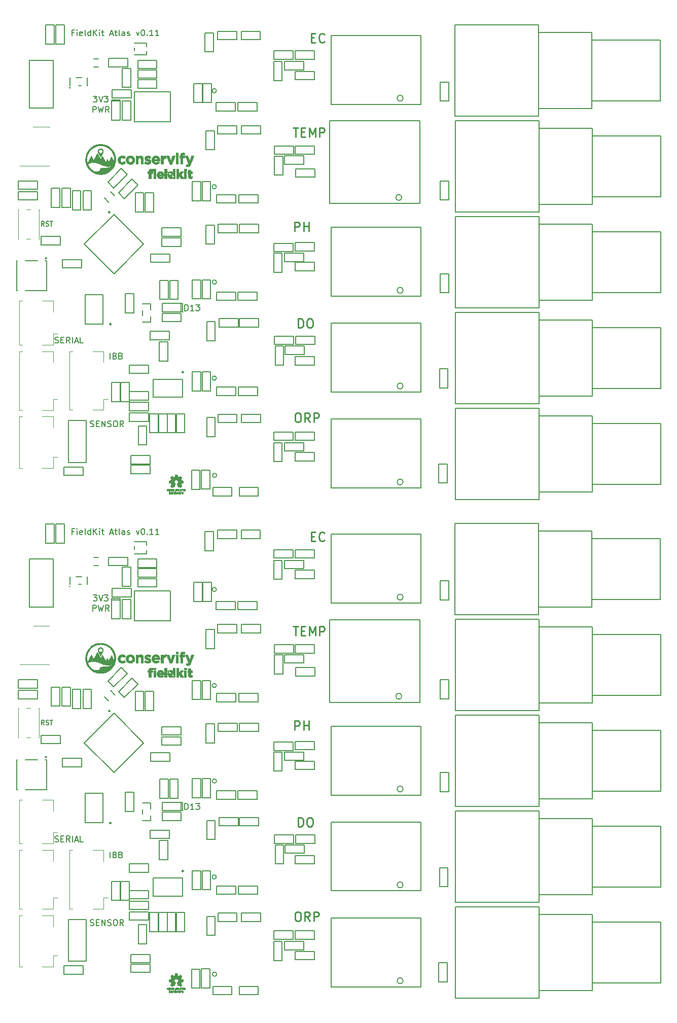
<source format=gbr>
G04 #@! TF.GenerationSoftware,KiCad,Pcbnew,(5.0.0)*
G04 #@! TF.CreationDate,2019-01-07T10:47:40-06:00*
G04 #@! TF.ProjectId,fk-atlas-v0.11-01x02,666B2D61746C61732D76302E31312D30,0.1*
G04 #@! TF.SameCoordinates,Original*
G04 #@! TF.FileFunction,Legend,Top*
G04 #@! TF.FilePolarity,Positive*
%FSLAX46Y46*%
G04 Gerber Fmt 4.6, Leading zero omitted, Abs format (unit mm)*
G04 Created by KiCad (PCBNEW (5.0.0)) date 01/07/19 10:47:40*
%MOMM*%
%LPD*%
G01*
G04 APERTURE LIST*
%ADD10C,0.200000*%
%ADD11C,0.250000*%
%ADD12C,0.150000*%
%ADD13C,0.010000*%
%ADD14C,0.300000*%
%ADD15C,0.120000*%
G04 APERTURE END LIST*
D10*
X189304304Y-222153304D02*
X189037638Y-221772352D01*
X188847161Y-222153304D02*
X188847161Y-221353304D01*
X189151923Y-221353304D01*
X189228114Y-221391400D01*
X189266209Y-221429495D01*
X189304304Y-221505685D01*
X189304304Y-221619971D01*
X189266209Y-221696161D01*
X189228114Y-221734257D01*
X189151923Y-221772352D01*
X188847161Y-221772352D01*
X189609066Y-222115209D02*
X189723352Y-222153304D01*
X189913828Y-222153304D01*
X189990019Y-222115209D01*
X190028114Y-222077114D01*
X190066209Y-222000923D01*
X190066209Y-221924733D01*
X190028114Y-221848542D01*
X189990019Y-221810447D01*
X189913828Y-221772352D01*
X189761447Y-221734257D01*
X189685257Y-221696161D01*
X189647161Y-221658066D01*
X189609066Y-221581876D01*
X189609066Y-221505685D01*
X189647161Y-221429495D01*
X189685257Y-221391400D01*
X189761447Y-221353304D01*
X189951923Y-221353304D01*
X190066209Y-221391400D01*
X190294780Y-221353304D02*
X190751923Y-221353304D01*
X190523352Y-222153304D02*
X190523352Y-221353304D01*
D11*
X230843114Y-205729971D02*
X231700257Y-205729971D01*
X231271685Y-207229971D02*
X231271685Y-205729971D01*
X232200257Y-206444257D02*
X232700257Y-206444257D01*
X232914542Y-207229971D02*
X232200257Y-207229971D01*
X232200257Y-205729971D01*
X232914542Y-205729971D01*
X233557400Y-207229971D02*
X233557400Y-205729971D01*
X234057400Y-206801400D01*
X234557400Y-205729971D01*
X234557400Y-207229971D01*
X235271685Y-207229971D02*
X235271685Y-205729971D01*
X235843114Y-205729971D01*
X235985971Y-205801400D01*
X236057400Y-205872828D01*
X236128828Y-206015685D01*
X236128828Y-206229971D01*
X236057400Y-206372828D01*
X235985971Y-206444257D01*
X235843114Y-206515685D01*
X235271685Y-206515685D01*
D10*
X212785114Y-236264580D02*
X212785114Y-235264580D01*
X213023209Y-235264580D01*
X213166066Y-235312200D01*
X213261304Y-235407438D01*
X213308923Y-235502676D01*
X213356542Y-235693152D01*
X213356542Y-235836009D01*
X213308923Y-236026485D01*
X213261304Y-236121723D01*
X213166066Y-236216961D01*
X213023209Y-236264580D01*
X212785114Y-236264580D01*
X214308923Y-236264580D02*
X213737495Y-236264580D01*
X214023209Y-236264580D02*
X214023209Y-235264580D01*
X213927971Y-235407438D01*
X213832733Y-235502676D01*
X213737495Y-235550295D01*
X214642257Y-235264580D02*
X215261304Y-235264580D01*
X214927971Y-235645533D01*
X215070828Y-235645533D01*
X215166066Y-235693152D01*
X215213685Y-235740771D01*
X215261304Y-235836009D01*
X215261304Y-236074104D01*
X215213685Y-236169342D01*
X215166066Y-236216961D01*
X215070828Y-236264580D01*
X214785114Y-236264580D01*
X214689876Y-236216961D01*
X214642257Y-236169342D01*
X197521304Y-200454780D02*
X198140352Y-200454780D01*
X197807019Y-200835733D01*
X197949876Y-200835733D01*
X198045114Y-200883352D01*
X198092733Y-200930971D01*
X198140352Y-201026209D01*
X198140352Y-201264304D01*
X198092733Y-201359542D01*
X198045114Y-201407161D01*
X197949876Y-201454780D01*
X197664161Y-201454780D01*
X197568923Y-201407161D01*
X197521304Y-201359542D01*
X198426066Y-200454780D02*
X198759400Y-201454780D01*
X199092733Y-200454780D01*
X199330828Y-200454780D02*
X199949876Y-200454780D01*
X199616542Y-200835733D01*
X199759400Y-200835733D01*
X199854638Y-200883352D01*
X199902257Y-200930971D01*
X199949876Y-201026209D01*
X199949876Y-201264304D01*
X199902257Y-201359542D01*
X199854638Y-201407161D01*
X199759400Y-201454780D01*
X199473685Y-201454780D01*
X199378447Y-201407161D01*
X199330828Y-201359542D01*
X197426066Y-203154780D02*
X197426066Y-202154780D01*
X197807019Y-202154780D01*
X197902257Y-202202400D01*
X197949876Y-202250019D01*
X197997495Y-202345257D01*
X197997495Y-202488114D01*
X197949876Y-202583352D01*
X197902257Y-202630971D01*
X197807019Y-202678590D01*
X197426066Y-202678590D01*
X198330828Y-202154780D02*
X198568923Y-203154780D01*
X198759400Y-202440495D01*
X198949876Y-203154780D01*
X199187971Y-202154780D01*
X200140352Y-203154780D02*
X199807019Y-202678590D01*
X199568923Y-203154780D02*
X199568923Y-202154780D01*
X199949876Y-202154780D01*
X200045114Y-202202400D01*
X200092733Y-202250019D01*
X200140352Y-202345257D01*
X200140352Y-202488114D01*
X200092733Y-202583352D01*
X200045114Y-202630971D01*
X199949876Y-202678590D01*
X199568923Y-202678590D01*
D11*
X233882971Y-190696257D02*
X234382971Y-190696257D01*
X234597257Y-191481971D02*
X233882971Y-191481971D01*
X233882971Y-189981971D01*
X234597257Y-189981971D01*
X236097257Y-191339114D02*
X236025828Y-191410542D01*
X235811542Y-191481971D01*
X235668685Y-191481971D01*
X235454400Y-191410542D01*
X235311542Y-191267685D01*
X235240114Y-191124828D01*
X235168685Y-190839114D01*
X235168685Y-190624828D01*
X235240114Y-190339114D01*
X235311542Y-190196257D01*
X235454400Y-190053400D01*
X235668685Y-189981971D01*
X235811542Y-189981971D01*
X236025828Y-190053400D01*
X236097257Y-190124828D01*
D10*
X191115876Y-241627161D02*
X191258733Y-241674780D01*
X191496828Y-241674780D01*
X191592066Y-241627161D01*
X191639685Y-241579542D01*
X191687304Y-241484304D01*
X191687304Y-241389066D01*
X191639685Y-241293828D01*
X191592066Y-241246209D01*
X191496828Y-241198590D01*
X191306352Y-241150971D01*
X191211114Y-241103352D01*
X191163495Y-241055733D01*
X191115876Y-240960495D01*
X191115876Y-240865257D01*
X191163495Y-240770019D01*
X191211114Y-240722400D01*
X191306352Y-240674780D01*
X191544447Y-240674780D01*
X191687304Y-240722400D01*
X192115876Y-241150971D02*
X192449209Y-241150971D01*
X192592066Y-241674780D02*
X192115876Y-241674780D01*
X192115876Y-240674780D01*
X192592066Y-240674780D01*
X193592066Y-241674780D02*
X193258733Y-241198590D01*
X193020638Y-241674780D02*
X193020638Y-240674780D01*
X193401590Y-240674780D01*
X193496828Y-240722400D01*
X193544447Y-240770019D01*
X193592066Y-240865257D01*
X193592066Y-241008114D01*
X193544447Y-241103352D01*
X193496828Y-241150971D01*
X193401590Y-241198590D01*
X193020638Y-241198590D01*
X194020638Y-241674780D02*
X194020638Y-240674780D01*
X194449209Y-241389066D02*
X194925400Y-241389066D01*
X194353971Y-241674780D02*
X194687304Y-240674780D01*
X195020638Y-241674780D01*
X195830161Y-241674780D02*
X195353971Y-241674780D01*
X195353971Y-240674780D01*
X200299400Y-244341780D02*
X200299400Y-243341780D01*
X201108923Y-243817971D02*
X201251780Y-243865590D01*
X201299400Y-243913209D01*
X201347019Y-244008447D01*
X201347019Y-244151304D01*
X201299400Y-244246542D01*
X201251780Y-244294161D01*
X201156542Y-244341780D01*
X200775590Y-244341780D01*
X200775590Y-243341780D01*
X201108923Y-243341780D01*
X201204161Y-243389400D01*
X201251780Y-243437019D01*
X201299400Y-243532257D01*
X201299400Y-243627495D01*
X201251780Y-243722733D01*
X201204161Y-243770352D01*
X201108923Y-243817971D01*
X200775590Y-243817971D01*
X202108923Y-243817971D02*
X202251780Y-243865590D01*
X202299400Y-243913209D01*
X202347019Y-244008447D01*
X202347019Y-244151304D01*
X202299400Y-244246542D01*
X202251780Y-244294161D01*
X202156542Y-244341780D01*
X201775590Y-244341780D01*
X201775590Y-243341780D01*
X202108923Y-243341780D01*
X202204161Y-243389400D01*
X202251780Y-243437019D01*
X202299400Y-243532257D01*
X202299400Y-243627495D01*
X202251780Y-243722733D01*
X202204161Y-243770352D01*
X202108923Y-243817971D01*
X201775590Y-243817971D01*
D11*
X231108828Y-222977971D02*
X231108828Y-221477971D01*
X231680257Y-221477971D01*
X231823114Y-221549400D01*
X231894542Y-221620828D01*
X231965971Y-221763685D01*
X231965971Y-221977971D01*
X231894542Y-222120828D01*
X231823114Y-222192257D01*
X231680257Y-222263685D01*
X231108828Y-222263685D01*
X232608828Y-222977971D02*
X232608828Y-221477971D01*
X232608828Y-222192257D02*
X233465971Y-222192257D01*
X233465971Y-222977971D02*
X233465971Y-221477971D01*
X231533542Y-253354971D02*
X231819257Y-253354971D01*
X231962114Y-253426400D01*
X232104971Y-253569257D01*
X232176400Y-253854971D01*
X232176400Y-254354971D01*
X232104971Y-254640685D01*
X231962114Y-254783542D01*
X231819257Y-254854971D01*
X231533542Y-254854971D01*
X231390685Y-254783542D01*
X231247828Y-254640685D01*
X231176400Y-254354971D01*
X231176400Y-253854971D01*
X231247828Y-253569257D01*
X231390685Y-253426400D01*
X231533542Y-253354971D01*
X233676400Y-254854971D02*
X233176400Y-254140685D01*
X232819257Y-254854971D02*
X232819257Y-253354971D01*
X233390685Y-253354971D01*
X233533542Y-253426400D01*
X233604971Y-253497828D01*
X233676400Y-253640685D01*
X233676400Y-253854971D01*
X233604971Y-253997828D01*
X233533542Y-254069257D01*
X233390685Y-254140685D01*
X232819257Y-254140685D01*
X234319257Y-254854971D02*
X234319257Y-253354971D01*
X234890685Y-253354971D01*
X235033542Y-253426400D01*
X235104971Y-253497828D01*
X235176400Y-253640685D01*
X235176400Y-253854971D01*
X235104971Y-253997828D01*
X235033542Y-254069257D01*
X234890685Y-254140685D01*
X234319257Y-254140685D01*
D10*
X194267638Y-189842971D02*
X193934304Y-189842971D01*
X193934304Y-190366780D02*
X193934304Y-189366780D01*
X194410495Y-189366780D01*
X194791447Y-190366780D02*
X194791447Y-189700114D01*
X194791447Y-189366780D02*
X194743828Y-189414400D01*
X194791447Y-189462019D01*
X194839066Y-189414400D01*
X194791447Y-189366780D01*
X194791447Y-189462019D01*
X195648590Y-190319161D02*
X195553352Y-190366780D01*
X195362876Y-190366780D01*
X195267638Y-190319161D01*
X195220019Y-190223923D01*
X195220019Y-189842971D01*
X195267638Y-189747733D01*
X195362876Y-189700114D01*
X195553352Y-189700114D01*
X195648590Y-189747733D01*
X195696209Y-189842971D01*
X195696209Y-189938209D01*
X195220019Y-190033447D01*
X196267638Y-190366780D02*
X196172400Y-190319161D01*
X196124780Y-190223923D01*
X196124780Y-189366780D01*
X197077161Y-190366780D02*
X197077161Y-189366780D01*
X197077161Y-190319161D02*
X196981923Y-190366780D01*
X196791447Y-190366780D01*
X196696209Y-190319161D01*
X196648590Y-190271542D01*
X196600971Y-190176304D01*
X196600971Y-189890590D01*
X196648590Y-189795352D01*
X196696209Y-189747733D01*
X196791447Y-189700114D01*
X196981923Y-189700114D01*
X197077161Y-189747733D01*
X197553352Y-190366780D02*
X197553352Y-189366780D01*
X198124780Y-190366780D02*
X197696209Y-189795352D01*
X198124780Y-189366780D02*
X197553352Y-189938209D01*
X198553352Y-190366780D02*
X198553352Y-189700114D01*
X198553352Y-189366780D02*
X198505733Y-189414400D01*
X198553352Y-189462019D01*
X198600971Y-189414400D01*
X198553352Y-189366780D01*
X198553352Y-189462019D01*
X198886685Y-189700114D02*
X199267638Y-189700114D01*
X199029542Y-189366780D02*
X199029542Y-190223923D01*
X199077161Y-190319161D01*
X199172400Y-190366780D01*
X199267638Y-190366780D01*
X200315257Y-190081066D02*
X200791447Y-190081066D01*
X200220019Y-190366780D02*
X200553352Y-189366780D01*
X200886685Y-190366780D01*
X201077161Y-189700114D02*
X201458114Y-189700114D01*
X201220019Y-189366780D02*
X201220019Y-190223923D01*
X201267638Y-190319161D01*
X201362876Y-190366780D01*
X201458114Y-190366780D01*
X201934304Y-190366780D02*
X201839066Y-190319161D01*
X201791447Y-190223923D01*
X201791447Y-189366780D01*
X202743828Y-190366780D02*
X202743828Y-189842971D01*
X202696209Y-189747733D01*
X202600971Y-189700114D01*
X202410495Y-189700114D01*
X202315257Y-189747733D01*
X202743828Y-190319161D02*
X202648590Y-190366780D01*
X202410495Y-190366780D01*
X202315257Y-190319161D01*
X202267638Y-190223923D01*
X202267638Y-190128685D01*
X202315257Y-190033447D01*
X202410495Y-189985828D01*
X202648590Y-189985828D01*
X202743828Y-189938209D01*
X203172400Y-190319161D02*
X203267638Y-190366780D01*
X203458114Y-190366780D01*
X203553352Y-190319161D01*
X203600971Y-190223923D01*
X203600971Y-190176304D01*
X203553352Y-190081066D01*
X203458114Y-190033447D01*
X203315257Y-190033447D01*
X203220019Y-189985828D01*
X203172400Y-189890590D01*
X203172400Y-189842971D01*
X203220019Y-189747733D01*
X203315257Y-189700114D01*
X203458114Y-189700114D01*
X203553352Y-189747733D01*
X204696209Y-189700114D02*
X204934304Y-190366780D01*
X205172400Y-189700114D01*
X205743828Y-189366780D02*
X205839066Y-189366780D01*
X205934304Y-189414400D01*
X205981923Y-189462019D01*
X206029542Y-189557257D01*
X206077161Y-189747733D01*
X206077161Y-189985828D01*
X206029542Y-190176304D01*
X205981923Y-190271542D01*
X205934304Y-190319161D01*
X205839066Y-190366780D01*
X205743828Y-190366780D01*
X205648590Y-190319161D01*
X205600971Y-190271542D01*
X205553352Y-190176304D01*
X205505733Y-189985828D01*
X205505733Y-189747733D01*
X205553352Y-189557257D01*
X205600971Y-189462019D01*
X205648590Y-189414400D01*
X205743828Y-189366780D01*
X206505733Y-190271542D02*
X206553352Y-190319161D01*
X206505733Y-190366780D01*
X206458114Y-190319161D01*
X206505733Y-190271542D01*
X206505733Y-190366780D01*
X207505733Y-190366780D02*
X206934304Y-190366780D01*
X207220019Y-190366780D02*
X207220019Y-189366780D01*
X207124780Y-189509638D01*
X207029542Y-189604876D01*
X206934304Y-189652495D01*
X208458114Y-190366780D02*
X207886685Y-190366780D01*
X208172400Y-190366780D02*
X208172400Y-189366780D01*
X208077161Y-189509638D01*
X207981923Y-189604876D01*
X207886685Y-189652495D01*
D11*
X231743828Y-239106971D02*
X231743828Y-237606971D01*
X232100971Y-237606971D01*
X232315257Y-237678400D01*
X232458114Y-237821257D01*
X232529542Y-237964114D01*
X232600971Y-238249828D01*
X232600971Y-238464114D01*
X232529542Y-238749828D01*
X232458114Y-238892685D01*
X232315257Y-239035542D01*
X232100971Y-239106971D01*
X231743828Y-239106971D01*
X233529542Y-237606971D02*
X233815257Y-237606971D01*
X233958114Y-237678400D01*
X234100971Y-237821257D01*
X234172400Y-238106971D01*
X234172400Y-238606971D01*
X234100971Y-238892685D01*
X233958114Y-239035542D01*
X233815257Y-239106971D01*
X233529542Y-239106971D01*
X233386685Y-239035542D01*
X233243828Y-238892685D01*
X233172400Y-238606971D01*
X233172400Y-238106971D01*
X233243828Y-237821257D01*
X233386685Y-237678400D01*
X233529542Y-237606971D01*
D10*
X197013495Y-255597161D02*
X197156352Y-255644780D01*
X197394447Y-255644780D01*
X197489685Y-255597161D01*
X197537304Y-255549542D01*
X197584923Y-255454304D01*
X197584923Y-255359066D01*
X197537304Y-255263828D01*
X197489685Y-255216209D01*
X197394447Y-255168590D01*
X197203971Y-255120971D01*
X197108733Y-255073352D01*
X197061114Y-255025733D01*
X197013495Y-254930495D01*
X197013495Y-254835257D01*
X197061114Y-254740019D01*
X197108733Y-254692400D01*
X197203971Y-254644780D01*
X197442066Y-254644780D01*
X197584923Y-254692400D01*
X198013495Y-255120971D02*
X198346828Y-255120971D01*
X198489685Y-255644780D02*
X198013495Y-255644780D01*
X198013495Y-254644780D01*
X198489685Y-254644780D01*
X198918257Y-255644780D02*
X198918257Y-254644780D01*
X199489685Y-255644780D01*
X199489685Y-254644780D01*
X199918257Y-255597161D02*
X200061114Y-255644780D01*
X200299209Y-255644780D01*
X200394447Y-255597161D01*
X200442066Y-255549542D01*
X200489685Y-255454304D01*
X200489685Y-255359066D01*
X200442066Y-255263828D01*
X200394447Y-255216209D01*
X200299209Y-255168590D01*
X200108733Y-255120971D01*
X200013495Y-255073352D01*
X199965876Y-255025733D01*
X199918257Y-254930495D01*
X199918257Y-254835257D01*
X199965876Y-254740019D01*
X200013495Y-254692400D01*
X200108733Y-254644780D01*
X200346828Y-254644780D01*
X200489685Y-254692400D01*
X201108733Y-254644780D02*
X201299209Y-254644780D01*
X201394447Y-254692400D01*
X201489685Y-254787638D01*
X201537304Y-254978114D01*
X201537304Y-255311447D01*
X201489685Y-255501923D01*
X201394447Y-255597161D01*
X201299209Y-255644780D01*
X201108733Y-255644780D01*
X201013495Y-255597161D01*
X200918257Y-255501923D01*
X200870638Y-255311447D01*
X200870638Y-254978114D01*
X200918257Y-254787638D01*
X201013495Y-254692400D01*
X201108733Y-254644780D01*
X202537304Y-255644780D02*
X202203971Y-255168590D01*
X201965876Y-255644780D02*
X201965876Y-254644780D01*
X202346828Y-254644780D01*
X202442066Y-254692400D01*
X202489685Y-254740019D01*
X202537304Y-254835257D01*
X202537304Y-254978114D01*
X202489685Y-255073352D01*
X202442066Y-255120971D01*
X202346828Y-255168590D01*
X201965876Y-255168590D01*
X218060668Y-247521600D02*
G75*
G03X218060668Y-247521600I-352868J0D01*
G01*
X218111468Y-263752200D02*
G75*
G03X218111468Y-263752200I-352868J0D01*
G01*
X218086068Y-231494200D02*
G75*
G03X218086068Y-231494200I-352868J0D01*
G01*
X218060668Y-215568400D02*
G75*
G03X218060668Y-215568400I-352868J0D01*
G01*
X218060668Y-199541000D02*
G75*
G03X218060668Y-199541000I-352868J0D01*
G01*
X197521304Y-117184780D02*
X198140352Y-117184780D01*
X197807019Y-117565733D01*
X197949876Y-117565733D01*
X198045114Y-117613352D01*
X198092733Y-117660971D01*
X198140352Y-117756209D01*
X198140352Y-117994304D01*
X198092733Y-118089542D01*
X198045114Y-118137161D01*
X197949876Y-118184780D01*
X197664161Y-118184780D01*
X197568923Y-118137161D01*
X197521304Y-118089542D01*
X198426066Y-117184780D02*
X198759400Y-118184780D01*
X199092733Y-117184780D01*
X199330828Y-117184780D02*
X199949876Y-117184780D01*
X199616542Y-117565733D01*
X199759400Y-117565733D01*
X199854638Y-117613352D01*
X199902257Y-117660971D01*
X199949876Y-117756209D01*
X199949876Y-117994304D01*
X199902257Y-118089542D01*
X199854638Y-118137161D01*
X199759400Y-118184780D01*
X199473685Y-118184780D01*
X199378447Y-118137161D01*
X199330828Y-118089542D01*
X197426066Y-119884780D02*
X197426066Y-118884780D01*
X197807019Y-118884780D01*
X197902257Y-118932400D01*
X197949876Y-118980019D01*
X197997495Y-119075257D01*
X197997495Y-119218114D01*
X197949876Y-119313352D01*
X197902257Y-119360971D01*
X197807019Y-119408590D01*
X197426066Y-119408590D01*
X198330828Y-118884780D02*
X198568923Y-119884780D01*
X198759400Y-119170495D01*
X198949876Y-119884780D01*
X199187971Y-118884780D01*
X200140352Y-119884780D02*
X199807019Y-119408590D01*
X199568923Y-119884780D02*
X199568923Y-118884780D01*
X199949876Y-118884780D01*
X200045114Y-118932400D01*
X200092733Y-118980019D01*
X200140352Y-119075257D01*
X200140352Y-119218114D01*
X200092733Y-119313352D01*
X200045114Y-119360971D01*
X199949876Y-119408590D01*
X199568923Y-119408590D01*
X191115876Y-158357161D02*
X191258733Y-158404780D01*
X191496828Y-158404780D01*
X191592066Y-158357161D01*
X191639685Y-158309542D01*
X191687304Y-158214304D01*
X191687304Y-158119066D01*
X191639685Y-158023828D01*
X191592066Y-157976209D01*
X191496828Y-157928590D01*
X191306352Y-157880971D01*
X191211114Y-157833352D01*
X191163495Y-157785733D01*
X191115876Y-157690495D01*
X191115876Y-157595257D01*
X191163495Y-157500019D01*
X191211114Y-157452400D01*
X191306352Y-157404780D01*
X191544447Y-157404780D01*
X191687304Y-157452400D01*
X192115876Y-157880971D02*
X192449209Y-157880971D01*
X192592066Y-158404780D02*
X192115876Y-158404780D01*
X192115876Y-157404780D01*
X192592066Y-157404780D01*
X193592066Y-158404780D02*
X193258733Y-157928590D01*
X193020638Y-158404780D02*
X193020638Y-157404780D01*
X193401590Y-157404780D01*
X193496828Y-157452400D01*
X193544447Y-157500019D01*
X193592066Y-157595257D01*
X193592066Y-157738114D01*
X193544447Y-157833352D01*
X193496828Y-157880971D01*
X193401590Y-157928590D01*
X193020638Y-157928590D01*
X194020638Y-158404780D02*
X194020638Y-157404780D01*
X194449209Y-158119066D02*
X194925400Y-158119066D01*
X194353971Y-158404780D02*
X194687304Y-157404780D01*
X195020638Y-158404780D01*
X195830161Y-158404780D02*
X195353971Y-158404780D01*
X195353971Y-157404780D01*
X189304304Y-138883304D02*
X189037638Y-138502352D01*
X188847161Y-138883304D02*
X188847161Y-138083304D01*
X189151923Y-138083304D01*
X189228114Y-138121400D01*
X189266209Y-138159495D01*
X189304304Y-138235685D01*
X189304304Y-138349971D01*
X189266209Y-138426161D01*
X189228114Y-138464257D01*
X189151923Y-138502352D01*
X188847161Y-138502352D01*
X189609066Y-138845209D02*
X189723352Y-138883304D01*
X189913828Y-138883304D01*
X189990019Y-138845209D01*
X190028114Y-138807114D01*
X190066209Y-138730923D01*
X190066209Y-138654733D01*
X190028114Y-138578542D01*
X189990019Y-138540447D01*
X189913828Y-138502352D01*
X189761447Y-138464257D01*
X189685257Y-138426161D01*
X189647161Y-138388066D01*
X189609066Y-138311876D01*
X189609066Y-138235685D01*
X189647161Y-138159495D01*
X189685257Y-138121400D01*
X189761447Y-138083304D01*
X189951923Y-138083304D01*
X190066209Y-138121400D01*
X190294780Y-138083304D02*
X190751923Y-138083304D01*
X190523352Y-138883304D02*
X190523352Y-138083304D01*
X200299400Y-161071780D02*
X200299400Y-160071780D01*
X201108923Y-160547971D02*
X201251780Y-160595590D01*
X201299400Y-160643209D01*
X201347019Y-160738447D01*
X201347019Y-160881304D01*
X201299400Y-160976542D01*
X201251780Y-161024161D01*
X201156542Y-161071780D01*
X200775590Y-161071780D01*
X200775590Y-160071780D01*
X201108923Y-160071780D01*
X201204161Y-160119400D01*
X201251780Y-160167019D01*
X201299400Y-160262257D01*
X201299400Y-160357495D01*
X201251780Y-160452733D01*
X201204161Y-160500352D01*
X201108923Y-160547971D01*
X200775590Y-160547971D01*
X202108923Y-160547971D02*
X202251780Y-160595590D01*
X202299400Y-160643209D01*
X202347019Y-160738447D01*
X202347019Y-160881304D01*
X202299400Y-160976542D01*
X202251780Y-161024161D01*
X202156542Y-161071780D01*
X201775590Y-161071780D01*
X201775590Y-160071780D01*
X202108923Y-160071780D01*
X202204161Y-160119400D01*
X202251780Y-160167019D01*
X202299400Y-160262257D01*
X202299400Y-160357495D01*
X202251780Y-160452733D01*
X202204161Y-160500352D01*
X202108923Y-160547971D01*
X201775590Y-160547971D01*
X197013495Y-172327161D02*
X197156352Y-172374780D01*
X197394447Y-172374780D01*
X197489685Y-172327161D01*
X197537304Y-172279542D01*
X197584923Y-172184304D01*
X197584923Y-172089066D01*
X197537304Y-171993828D01*
X197489685Y-171946209D01*
X197394447Y-171898590D01*
X197203971Y-171850971D01*
X197108733Y-171803352D01*
X197061114Y-171755733D01*
X197013495Y-171660495D01*
X197013495Y-171565257D01*
X197061114Y-171470019D01*
X197108733Y-171422400D01*
X197203971Y-171374780D01*
X197442066Y-171374780D01*
X197584923Y-171422400D01*
X198013495Y-171850971D02*
X198346828Y-171850971D01*
X198489685Y-172374780D02*
X198013495Y-172374780D01*
X198013495Y-171374780D01*
X198489685Y-171374780D01*
X198918257Y-172374780D02*
X198918257Y-171374780D01*
X199489685Y-172374780D01*
X199489685Y-171374780D01*
X199918257Y-172327161D02*
X200061114Y-172374780D01*
X200299209Y-172374780D01*
X200394447Y-172327161D01*
X200442066Y-172279542D01*
X200489685Y-172184304D01*
X200489685Y-172089066D01*
X200442066Y-171993828D01*
X200394447Y-171946209D01*
X200299209Y-171898590D01*
X200108733Y-171850971D01*
X200013495Y-171803352D01*
X199965876Y-171755733D01*
X199918257Y-171660495D01*
X199918257Y-171565257D01*
X199965876Y-171470019D01*
X200013495Y-171422400D01*
X200108733Y-171374780D01*
X200346828Y-171374780D01*
X200489685Y-171422400D01*
X201108733Y-171374780D02*
X201299209Y-171374780D01*
X201394447Y-171422400D01*
X201489685Y-171517638D01*
X201537304Y-171708114D01*
X201537304Y-172041447D01*
X201489685Y-172231923D01*
X201394447Y-172327161D01*
X201299209Y-172374780D01*
X201108733Y-172374780D01*
X201013495Y-172327161D01*
X200918257Y-172231923D01*
X200870638Y-172041447D01*
X200870638Y-171708114D01*
X200918257Y-171517638D01*
X201013495Y-171422400D01*
X201108733Y-171374780D01*
X202537304Y-172374780D02*
X202203971Y-171898590D01*
X201965876Y-172374780D02*
X201965876Y-171374780D01*
X202346828Y-171374780D01*
X202442066Y-171422400D01*
X202489685Y-171470019D01*
X202537304Y-171565257D01*
X202537304Y-171708114D01*
X202489685Y-171803352D01*
X202442066Y-171850971D01*
X202346828Y-171898590D01*
X201965876Y-171898590D01*
X212785114Y-152994580D02*
X212785114Y-151994580D01*
X213023209Y-151994580D01*
X213166066Y-152042200D01*
X213261304Y-152137438D01*
X213308923Y-152232676D01*
X213356542Y-152423152D01*
X213356542Y-152566009D01*
X213308923Y-152756485D01*
X213261304Y-152851723D01*
X213166066Y-152946961D01*
X213023209Y-152994580D01*
X212785114Y-152994580D01*
X214308923Y-152994580D02*
X213737495Y-152994580D01*
X214023209Y-152994580D02*
X214023209Y-151994580D01*
X213927971Y-152137438D01*
X213832733Y-152232676D01*
X213737495Y-152280295D01*
X214642257Y-151994580D02*
X215261304Y-151994580D01*
X214927971Y-152375533D01*
X215070828Y-152375533D01*
X215166066Y-152423152D01*
X215213685Y-152470771D01*
X215261304Y-152566009D01*
X215261304Y-152804104D01*
X215213685Y-152899342D01*
X215166066Y-152946961D01*
X215070828Y-152994580D01*
X214785114Y-152994580D01*
X214689876Y-152946961D01*
X214642257Y-152899342D01*
X218060668Y-116271000D02*
G75*
G03X218060668Y-116271000I-352868J0D01*
G01*
X218060668Y-132298400D02*
G75*
G03X218060668Y-132298400I-352868J0D01*
G01*
X218086068Y-148224200D02*
G75*
G03X218086068Y-148224200I-352868J0D01*
G01*
X218060668Y-164251600D02*
G75*
G03X218060668Y-164251600I-352868J0D01*
G01*
X218111468Y-180482200D02*
G75*
G03X218111468Y-180482200I-352868J0D01*
G01*
D11*
X231533542Y-170084971D02*
X231819257Y-170084971D01*
X231962114Y-170156400D01*
X232104971Y-170299257D01*
X232176400Y-170584971D01*
X232176400Y-171084971D01*
X232104971Y-171370685D01*
X231962114Y-171513542D01*
X231819257Y-171584971D01*
X231533542Y-171584971D01*
X231390685Y-171513542D01*
X231247828Y-171370685D01*
X231176400Y-171084971D01*
X231176400Y-170584971D01*
X231247828Y-170299257D01*
X231390685Y-170156400D01*
X231533542Y-170084971D01*
X233676400Y-171584971D02*
X233176400Y-170870685D01*
X232819257Y-171584971D02*
X232819257Y-170084971D01*
X233390685Y-170084971D01*
X233533542Y-170156400D01*
X233604971Y-170227828D01*
X233676400Y-170370685D01*
X233676400Y-170584971D01*
X233604971Y-170727828D01*
X233533542Y-170799257D01*
X233390685Y-170870685D01*
X232819257Y-170870685D01*
X234319257Y-171584971D02*
X234319257Y-170084971D01*
X234890685Y-170084971D01*
X235033542Y-170156400D01*
X235104971Y-170227828D01*
X235176400Y-170370685D01*
X235176400Y-170584971D01*
X235104971Y-170727828D01*
X235033542Y-170799257D01*
X234890685Y-170870685D01*
X234319257Y-170870685D01*
X231743828Y-155836971D02*
X231743828Y-154336971D01*
X232100971Y-154336971D01*
X232315257Y-154408400D01*
X232458114Y-154551257D01*
X232529542Y-154694114D01*
X232600971Y-154979828D01*
X232600971Y-155194114D01*
X232529542Y-155479828D01*
X232458114Y-155622685D01*
X232315257Y-155765542D01*
X232100971Y-155836971D01*
X231743828Y-155836971D01*
X233529542Y-154336971D02*
X233815257Y-154336971D01*
X233958114Y-154408400D01*
X234100971Y-154551257D01*
X234172400Y-154836971D01*
X234172400Y-155336971D01*
X234100971Y-155622685D01*
X233958114Y-155765542D01*
X233815257Y-155836971D01*
X233529542Y-155836971D01*
X233386685Y-155765542D01*
X233243828Y-155622685D01*
X233172400Y-155336971D01*
X233172400Y-154836971D01*
X233243828Y-154551257D01*
X233386685Y-154408400D01*
X233529542Y-154336971D01*
X231108828Y-139707971D02*
X231108828Y-138207971D01*
X231680257Y-138207971D01*
X231823114Y-138279400D01*
X231894542Y-138350828D01*
X231965971Y-138493685D01*
X231965971Y-138707971D01*
X231894542Y-138850828D01*
X231823114Y-138922257D01*
X231680257Y-138993685D01*
X231108828Y-138993685D01*
X232608828Y-139707971D02*
X232608828Y-138207971D01*
X232608828Y-138922257D02*
X233465971Y-138922257D01*
X233465971Y-139707971D02*
X233465971Y-138207971D01*
X230843114Y-122459971D02*
X231700257Y-122459971D01*
X231271685Y-123959971D02*
X231271685Y-122459971D01*
X232200257Y-123174257D02*
X232700257Y-123174257D01*
X232914542Y-123959971D02*
X232200257Y-123959971D01*
X232200257Y-122459971D01*
X232914542Y-122459971D01*
X233557400Y-123959971D02*
X233557400Y-122459971D01*
X234057400Y-123531400D01*
X234557400Y-122459971D01*
X234557400Y-123959971D01*
X235271685Y-123959971D02*
X235271685Y-122459971D01*
X235843114Y-122459971D01*
X235985971Y-122531400D01*
X236057400Y-122602828D01*
X236128828Y-122745685D01*
X236128828Y-122959971D01*
X236057400Y-123102828D01*
X235985971Y-123174257D01*
X235843114Y-123245685D01*
X235271685Y-123245685D01*
X233882971Y-107426257D02*
X234382971Y-107426257D01*
X234597257Y-108211971D02*
X233882971Y-108211971D01*
X233882971Y-106711971D01*
X234597257Y-106711971D01*
X236097257Y-108069114D02*
X236025828Y-108140542D01*
X235811542Y-108211971D01*
X235668685Y-108211971D01*
X235454400Y-108140542D01*
X235311542Y-107997685D01*
X235240114Y-107854828D01*
X235168685Y-107569114D01*
X235168685Y-107354828D01*
X235240114Y-107069114D01*
X235311542Y-106926257D01*
X235454400Y-106783400D01*
X235668685Y-106711971D01*
X235811542Y-106711971D01*
X236025828Y-106783400D01*
X236097257Y-106854828D01*
D10*
X194267638Y-106572971D02*
X193934304Y-106572971D01*
X193934304Y-107096780D02*
X193934304Y-106096780D01*
X194410495Y-106096780D01*
X194791447Y-107096780D02*
X194791447Y-106430114D01*
X194791447Y-106096780D02*
X194743828Y-106144400D01*
X194791447Y-106192019D01*
X194839066Y-106144400D01*
X194791447Y-106096780D01*
X194791447Y-106192019D01*
X195648590Y-107049161D02*
X195553352Y-107096780D01*
X195362876Y-107096780D01*
X195267638Y-107049161D01*
X195220019Y-106953923D01*
X195220019Y-106572971D01*
X195267638Y-106477733D01*
X195362876Y-106430114D01*
X195553352Y-106430114D01*
X195648590Y-106477733D01*
X195696209Y-106572971D01*
X195696209Y-106668209D01*
X195220019Y-106763447D01*
X196267638Y-107096780D02*
X196172400Y-107049161D01*
X196124780Y-106953923D01*
X196124780Y-106096780D01*
X197077161Y-107096780D02*
X197077161Y-106096780D01*
X197077161Y-107049161D02*
X196981923Y-107096780D01*
X196791447Y-107096780D01*
X196696209Y-107049161D01*
X196648590Y-107001542D01*
X196600971Y-106906304D01*
X196600971Y-106620590D01*
X196648590Y-106525352D01*
X196696209Y-106477733D01*
X196791447Y-106430114D01*
X196981923Y-106430114D01*
X197077161Y-106477733D01*
X197553352Y-107096780D02*
X197553352Y-106096780D01*
X198124780Y-107096780D02*
X197696209Y-106525352D01*
X198124780Y-106096780D02*
X197553352Y-106668209D01*
X198553352Y-107096780D02*
X198553352Y-106430114D01*
X198553352Y-106096780D02*
X198505733Y-106144400D01*
X198553352Y-106192019D01*
X198600971Y-106144400D01*
X198553352Y-106096780D01*
X198553352Y-106192019D01*
X198886685Y-106430114D02*
X199267638Y-106430114D01*
X199029542Y-106096780D02*
X199029542Y-106953923D01*
X199077161Y-107049161D01*
X199172400Y-107096780D01*
X199267638Y-107096780D01*
X200315257Y-106811066D02*
X200791447Y-106811066D01*
X200220019Y-107096780D02*
X200553352Y-106096780D01*
X200886685Y-107096780D01*
X201077161Y-106430114D02*
X201458114Y-106430114D01*
X201220019Y-106096780D02*
X201220019Y-106953923D01*
X201267638Y-107049161D01*
X201362876Y-107096780D01*
X201458114Y-107096780D01*
X201934304Y-107096780D02*
X201839066Y-107049161D01*
X201791447Y-106953923D01*
X201791447Y-106096780D01*
X202743828Y-107096780D02*
X202743828Y-106572971D01*
X202696209Y-106477733D01*
X202600971Y-106430114D01*
X202410495Y-106430114D01*
X202315257Y-106477733D01*
X202743828Y-107049161D02*
X202648590Y-107096780D01*
X202410495Y-107096780D01*
X202315257Y-107049161D01*
X202267638Y-106953923D01*
X202267638Y-106858685D01*
X202315257Y-106763447D01*
X202410495Y-106715828D01*
X202648590Y-106715828D01*
X202743828Y-106668209D01*
X203172400Y-107049161D02*
X203267638Y-107096780D01*
X203458114Y-107096780D01*
X203553352Y-107049161D01*
X203600971Y-106953923D01*
X203600971Y-106906304D01*
X203553352Y-106811066D01*
X203458114Y-106763447D01*
X203315257Y-106763447D01*
X203220019Y-106715828D01*
X203172400Y-106620590D01*
X203172400Y-106572971D01*
X203220019Y-106477733D01*
X203315257Y-106430114D01*
X203458114Y-106430114D01*
X203553352Y-106477733D01*
X204696209Y-106430114D02*
X204934304Y-107096780D01*
X205172400Y-106430114D01*
X205743828Y-106096780D02*
X205839066Y-106096780D01*
X205934304Y-106144400D01*
X205981923Y-106192019D01*
X206029542Y-106287257D01*
X206077161Y-106477733D01*
X206077161Y-106715828D01*
X206029542Y-106906304D01*
X205981923Y-107001542D01*
X205934304Y-107049161D01*
X205839066Y-107096780D01*
X205743828Y-107096780D01*
X205648590Y-107049161D01*
X205600971Y-107001542D01*
X205553352Y-106906304D01*
X205505733Y-106715828D01*
X205505733Y-106477733D01*
X205553352Y-106287257D01*
X205600971Y-106192019D01*
X205648590Y-106144400D01*
X205743828Y-106096780D01*
X206505733Y-107001542D02*
X206553352Y-107049161D01*
X206505733Y-107096780D01*
X206458114Y-107049161D01*
X206505733Y-107001542D01*
X206505733Y-107096780D01*
X207505733Y-107096780D02*
X206934304Y-107096780D01*
X207220019Y-107096780D02*
X207220019Y-106096780D01*
X207124780Y-106239638D01*
X207029542Y-106334876D01*
X206934304Y-106382495D01*
X208458114Y-107096780D02*
X207886685Y-107096780D01*
X208172400Y-107096780D02*
X208172400Y-106096780D01*
X208077161Y-106239638D01*
X207981923Y-106334876D01*
X207886685Y-106382495D01*
D12*
G04 #@! TO.C,R27*
X215585400Y-266063400D02*
X216985400Y-266063400D01*
X215585400Y-262863400D02*
X216985400Y-262863400D01*
X215585400Y-266063400D02*
X215585400Y-262863400D01*
X216985400Y-262863400D02*
X216985400Y-266063400D01*
G04 #@! TO.C,R26*
X215334400Y-262902400D02*
X215334400Y-266102400D01*
X213934400Y-266102400D02*
X213934400Y-262902400D01*
X213934400Y-262902400D02*
X215334400Y-262902400D01*
X213934400Y-266102400D02*
X215334400Y-266102400D01*
G04 #@! TO.C,R24*
X215461400Y-231113400D02*
X215461400Y-234313400D01*
X214061400Y-234313400D02*
X214061400Y-231113400D01*
X214061400Y-231113400D02*
X215461400Y-231113400D01*
X214061400Y-234313400D02*
X215461400Y-234313400D01*
G04 #@! TO.C,R22*
X214061400Y-217930400D02*
X215461400Y-217930400D01*
X214061400Y-214730400D02*
X215461400Y-214730400D01*
X214061400Y-217930400D02*
X214061400Y-214730400D01*
X215461400Y-214730400D02*
X215461400Y-217930400D01*
G04 #@! TO.C,R20*
X215839400Y-201547400D02*
X217239400Y-201547400D01*
X215839400Y-198347400D02*
X217239400Y-198347400D01*
X215839400Y-201547400D02*
X215839400Y-198347400D01*
X217239400Y-198347400D02*
X217239400Y-201547400D01*
G04 #@! TO.C,R19*
X214061400Y-249680400D02*
X215461400Y-249680400D01*
X214061400Y-246480400D02*
X215461400Y-246480400D01*
X214061400Y-249680400D02*
X214061400Y-246480400D01*
X215461400Y-246480400D02*
X215461400Y-249680400D01*
G04 #@! TO.C,R18*
X217112400Y-246480400D02*
X217112400Y-249680400D01*
X215712400Y-249680400D02*
X215712400Y-246480400D01*
X215712400Y-246480400D02*
X217112400Y-246480400D01*
X215712400Y-249680400D02*
X217112400Y-249680400D01*
G04 #@! TO.C,C25*
X188777400Y-223885400D02*
X191977400Y-223885400D01*
X191977400Y-225285400D02*
X188777400Y-225285400D01*
X188777400Y-225285400D02*
X188777400Y-223885400D01*
X191977400Y-225285400D02*
X191977400Y-223885400D01*
G04 #@! TO.C,R13*
X206709400Y-254749400D02*
X206709400Y-253349400D01*
X203509400Y-254749400D02*
X203509400Y-253349400D01*
X206709400Y-254749400D02*
X203509400Y-254749400D01*
X203509400Y-253349400D02*
X206709400Y-253349400D01*
D13*
G04 #@! TO.C,G\002A\002A\002A*
G36*
X208748092Y-213006689D02*
X208802525Y-213010686D01*
X208850046Y-213017461D01*
X208875446Y-213023394D01*
X208959754Y-213054798D01*
X209035514Y-213097654D01*
X209102050Y-213151345D01*
X209158690Y-213215251D01*
X209204756Y-213288753D01*
X209232447Y-213351092D01*
X209252330Y-213410713D01*
X209266758Y-213470324D01*
X209276592Y-213534461D01*
X209282692Y-213607658D01*
X209283316Y-213619269D01*
X209288121Y-213714200D01*
X208515055Y-213714200D01*
X208519967Y-213734157D01*
X208536682Y-213775763D01*
X208564433Y-213815928D01*
X208599942Y-213850825D01*
X208639926Y-213876627D01*
X208643584Y-213878351D01*
X208700752Y-213896683D01*
X208761410Y-213901908D01*
X208823610Y-213894376D01*
X208885401Y-213874436D01*
X208944834Y-213842436D01*
X208977374Y-213818555D01*
X209017256Y-213786068D01*
X209126171Y-213877438D01*
X209159685Y-213905812D01*
X209189019Y-213931144D01*
X209212479Y-213951928D01*
X209228369Y-213966659D01*
X209234993Y-213973832D01*
X209235085Y-213974128D01*
X209229955Y-213982264D01*
X209216192Y-213997491D01*
X209196237Y-214017515D01*
X209172530Y-214040046D01*
X209147512Y-214062791D01*
X209123623Y-214083457D01*
X209103305Y-214099752D01*
X209094931Y-214105758D01*
X209032279Y-214141195D01*
X208959887Y-214170673D01*
X208907844Y-214186241D01*
X208864392Y-214194738D01*
X208811650Y-214200922D01*
X208754676Y-214204548D01*
X208698529Y-214205370D01*
X208648268Y-214203143D01*
X208622139Y-214200101D01*
X208529075Y-214178835D01*
X208442528Y-214145611D01*
X208363590Y-214101102D01*
X208293350Y-214045983D01*
X208232898Y-213980928D01*
X208204647Y-213941812D01*
X208163564Y-213866818D01*
X208134452Y-213786376D01*
X208117029Y-213702215D01*
X208111017Y-213616066D01*
X208116137Y-213529659D01*
X208119645Y-213511000D01*
X208507557Y-213511000D01*
X208901257Y-213511000D01*
X208901257Y-213493130D01*
X208897020Y-213467083D01*
X208885816Y-213435025D01*
X208869900Y-213402149D01*
X208851532Y-213373648D01*
X208846751Y-213367734D01*
X208812957Y-213336369D01*
X208774431Y-213317039D01*
X208728462Y-213308573D01*
X208708466Y-213307960D01*
X208659417Y-213312537D01*
X208619185Y-213326711D01*
X208584763Y-213351659D01*
X208576893Y-213359528D01*
X208557436Y-213385206D01*
X208538157Y-213419127D01*
X208522075Y-213455299D01*
X208512211Y-213487731D01*
X208512183Y-213487869D01*
X208507557Y-213511000D01*
X208119645Y-213511000D01*
X208132107Y-213444724D01*
X208158649Y-213362993D01*
X208195483Y-213286194D01*
X208242329Y-213216060D01*
X208298907Y-213154318D01*
X208337118Y-213122243D01*
X208385200Y-213090334D01*
X208441236Y-213060236D01*
X208498997Y-213035020D01*
X208545657Y-213019482D01*
X208585527Y-213011866D01*
X208635371Y-213007229D01*
X208690967Y-213005520D01*
X208748092Y-213006689D01*
X208748092Y-213006689D01*
G37*
X208748092Y-213006689D02*
X208802525Y-213010686D01*
X208850046Y-213017461D01*
X208875446Y-213023394D01*
X208959754Y-213054798D01*
X209035514Y-213097654D01*
X209102050Y-213151345D01*
X209158690Y-213215251D01*
X209204756Y-213288753D01*
X209232447Y-213351092D01*
X209252330Y-213410713D01*
X209266758Y-213470324D01*
X209276592Y-213534461D01*
X209282692Y-213607658D01*
X209283316Y-213619269D01*
X209288121Y-213714200D01*
X208515055Y-213714200D01*
X208519967Y-213734157D01*
X208536682Y-213775763D01*
X208564433Y-213815928D01*
X208599942Y-213850825D01*
X208639926Y-213876627D01*
X208643584Y-213878351D01*
X208700752Y-213896683D01*
X208761410Y-213901908D01*
X208823610Y-213894376D01*
X208885401Y-213874436D01*
X208944834Y-213842436D01*
X208977374Y-213818555D01*
X209017256Y-213786068D01*
X209126171Y-213877438D01*
X209159685Y-213905812D01*
X209189019Y-213931144D01*
X209212479Y-213951928D01*
X209228369Y-213966659D01*
X209234993Y-213973832D01*
X209235085Y-213974128D01*
X209229955Y-213982264D01*
X209216192Y-213997491D01*
X209196237Y-214017515D01*
X209172530Y-214040046D01*
X209147512Y-214062791D01*
X209123623Y-214083457D01*
X209103305Y-214099752D01*
X209094931Y-214105758D01*
X209032279Y-214141195D01*
X208959887Y-214170673D01*
X208907844Y-214186241D01*
X208864392Y-214194738D01*
X208811650Y-214200922D01*
X208754676Y-214204548D01*
X208698529Y-214205370D01*
X208648268Y-214203143D01*
X208622139Y-214200101D01*
X208529075Y-214178835D01*
X208442528Y-214145611D01*
X208363590Y-214101102D01*
X208293350Y-214045983D01*
X208232898Y-213980928D01*
X208204647Y-213941812D01*
X208163564Y-213866818D01*
X208134452Y-213786376D01*
X208117029Y-213702215D01*
X208111017Y-213616066D01*
X208116137Y-213529659D01*
X208119645Y-213511000D01*
X208507557Y-213511000D01*
X208901257Y-213511000D01*
X208901257Y-213493130D01*
X208897020Y-213467083D01*
X208885816Y-213435025D01*
X208869900Y-213402149D01*
X208851532Y-213373648D01*
X208846751Y-213367734D01*
X208812957Y-213336369D01*
X208774431Y-213317039D01*
X208728462Y-213308573D01*
X208708466Y-213307960D01*
X208659417Y-213312537D01*
X208619185Y-213326711D01*
X208584763Y-213351659D01*
X208576893Y-213359528D01*
X208557436Y-213385206D01*
X208538157Y-213419127D01*
X208522075Y-213455299D01*
X208512211Y-213487731D01*
X208512183Y-213487869D01*
X208507557Y-213511000D01*
X208119645Y-213511000D01*
X208132107Y-213444724D01*
X208158649Y-213362993D01*
X208195483Y-213286194D01*
X208242329Y-213216060D01*
X208298907Y-213154318D01*
X208337118Y-213122243D01*
X208385200Y-213090334D01*
X208441236Y-213060236D01*
X208498997Y-213035020D01*
X208545657Y-213019482D01*
X208585527Y-213011866D01*
X208635371Y-213007229D01*
X208690967Y-213005520D01*
X208748092Y-213006689D01*
G36*
X211185480Y-213402143D02*
X211187331Y-214175029D01*
X210980465Y-214172997D01*
X210773600Y-214170965D01*
X210773600Y-214031756D01*
X210722849Y-214079632D01*
X210695438Y-214103939D01*
X210666528Y-214127079D01*
X210641090Y-214145142D01*
X210633949Y-214149529D01*
X210569435Y-214178948D01*
X210498515Y-214197487D01*
X210425067Y-214204511D01*
X210352967Y-214199385D01*
X210341800Y-214197392D01*
X210259129Y-214174330D01*
X210183871Y-214139039D01*
X210116539Y-214092058D01*
X210057643Y-214033927D01*
X210007694Y-213965184D01*
X209967204Y-213886369D01*
X209936683Y-213798020D01*
X209927442Y-213760409D01*
X209918531Y-213702413D01*
X209914586Y-213636126D01*
X209915503Y-213566821D01*
X209921178Y-213499768D01*
X209931506Y-213440240D01*
X209933962Y-213430309D01*
X209943495Y-213397714D01*
X209955349Y-213362857D01*
X209968389Y-213328460D01*
X209981479Y-213297241D01*
X209993483Y-213271921D01*
X210003267Y-213255220D01*
X210009313Y-213249806D01*
X210014425Y-213255524D01*
X210026785Y-213271667D01*
X210045341Y-213296755D01*
X210069040Y-213329305D01*
X210096830Y-213367838D01*
X210127658Y-213410872D01*
X210160471Y-213456926D01*
X210194215Y-213504521D01*
X210227839Y-213552174D01*
X210260290Y-213598404D01*
X210290514Y-213641732D01*
X210317460Y-213680677D01*
X210340073Y-213713756D01*
X210355593Y-213736897D01*
X210382589Y-213777737D01*
X210770979Y-213967951D01*
X210840852Y-214002109D01*
X210906772Y-214034217D01*
X210967602Y-214063727D01*
X211022202Y-214090093D01*
X211069433Y-214112768D01*
X211108157Y-214131205D01*
X211137236Y-214144857D01*
X211155530Y-214153178D01*
X211161892Y-214155641D01*
X211158398Y-214149348D01*
X211147445Y-214132117D01*
X211129743Y-214105010D01*
X211105996Y-214069088D01*
X211076913Y-214025414D01*
X211043201Y-213975050D01*
X211005565Y-213919058D01*
X210964714Y-213858500D01*
X210927279Y-213803180D01*
X210690143Y-213453242D01*
X210395181Y-213300693D01*
X210334709Y-213269473D01*
X210278193Y-213240402D01*
X210226936Y-213214143D01*
X210182242Y-213191358D01*
X210145414Y-213172711D01*
X210117755Y-213158864D01*
X210100570Y-213150479D01*
X210095173Y-213148143D01*
X210085962Y-213154214D01*
X210070157Y-213171780D01*
X210048597Y-213199871D01*
X210040003Y-213211792D01*
X210026558Y-213228459D01*
X210015724Y-213237956D01*
X210011559Y-213238833D01*
X210005290Y-213231747D01*
X209992427Y-213214976D01*
X209974640Y-213190769D01*
X209953600Y-213161373D01*
X209945431Y-213149783D01*
X209922203Y-213116818D01*
X209900327Y-213085994D01*
X209881942Y-213060314D01*
X209869191Y-213042779D01*
X209867132Y-213040017D01*
X209861215Y-213031738D01*
X209859121Y-213026777D01*
X209862287Y-213025653D01*
X209872153Y-213028883D01*
X209890156Y-213036985D01*
X209917734Y-213050476D01*
X209956325Y-213069875D01*
X209971812Y-213077706D01*
X210095057Y-213140065D01*
X210116828Y-213119465D01*
X210153164Y-213090506D01*
X210199187Y-213062109D01*
X210250234Y-213037014D01*
X210272857Y-213027811D01*
X210295951Y-213019445D01*
X210315883Y-213013691D01*
X210336308Y-213010061D01*
X210360884Y-213008070D01*
X210393266Y-213007230D01*
X210428885Y-213007060D01*
X210472104Y-213007340D01*
X210504398Y-213008529D01*
X210529348Y-213011025D01*
X210550534Y-213015229D01*
X210571538Y-213021540D01*
X210577657Y-213023663D01*
X210629755Y-213046677D01*
X210681410Y-213077622D01*
X210726717Y-213112785D01*
X210740996Y-213126433D01*
X210769971Y-213156113D01*
X210773600Y-212892685D01*
X210777228Y-212629257D01*
X211183628Y-212629257D01*
X211185480Y-213402143D01*
X211185480Y-213402143D01*
G37*
X211185480Y-213402143D02*
X211187331Y-214175029D01*
X210980465Y-214172997D01*
X210773600Y-214170965D01*
X210773600Y-214031756D01*
X210722849Y-214079632D01*
X210695438Y-214103939D01*
X210666528Y-214127079D01*
X210641090Y-214145142D01*
X210633949Y-214149529D01*
X210569435Y-214178948D01*
X210498515Y-214197487D01*
X210425067Y-214204511D01*
X210352967Y-214199385D01*
X210341800Y-214197392D01*
X210259129Y-214174330D01*
X210183871Y-214139039D01*
X210116539Y-214092058D01*
X210057643Y-214033927D01*
X210007694Y-213965184D01*
X209967204Y-213886369D01*
X209936683Y-213798020D01*
X209927442Y-213760409D01*
X209918531Y-213702413D01*
X209914586Y-213636126D01*
X209915503Y-213566821D01*
X209921178Y-213499768D01*
X209931506Y-213440240D01*
X209933962Y-213430309D01*
X209943495Y-213397714D01*
X209955349Y-213362857D01*
X209968389Y-213328460D01*
X209981479Y-213297241D01*
X209993483Y-213271921D01*
X210003267Y-213255220D01*
X210009313Y-213249806D01*
X210014425Y-213255524D01*
X210026785Y-213271667D01*
X210045341Y-213296755D01*
X210069040Y-213329305D01*
X210096830Y-213367838D01*
X210127658Y-213410872D01*
X210160471Y-213456926D01*
X210194215Y-213504521D01*
X210227839Y-213552174D01*
X210260290Y-213598404D01*
X210290514Y-213641732D01*
X210317460Y-213680677D01*
X210340073Y-213713756D01*
X210355593Y-213736897D01*
X210382589Y-213777737D01*
X210770979Y-213967951D01*
X210840852Y-214002109D01*
X210906772Y-214034217D01*
X210967602Y-214063727D01*
X211022202Y-214090093D01*
X211069433Y-214112768D01*
X211108157Y-214131205D01*
X211137236Y-214144857D01*
X211155530Y-214153178D01*
X211161892Y-214155641D01*
X211158398Y-214149348D01*
X211147445Y-214132117D01*
X211129743Y-214105010D01*
X211105996Y-214069088D01*
X211076913Y-214025414D01*
X211043201Y-213975050D01*
X211005565Y-213919058D01*
X210964714Y-213858500D01*
X210927279Y-213803180D01*
X210690143Y-213453242D01*
X210395181Y-213300693D01*
X210334709Y-213269473D01*
X210278193Y-213240402D01*
X210226936Y-213214143D01*
X210182242Y-213191358D01*
X210145414Y-213172711D01*
X210117755Y-213158864D01*
X210100570Y-213150479D01*
X210095173Y-213148143D01*
X210085962Y-213154214D01*
X210070157Y-213171780D01*
X210048597Y-213199871D01*
X210040003Y-213211792D01*
X210026558Y-213228459D01*
X210015724Y-213237956D01*
X210011559Y-213238833D01*
X210005290Y-213231747D01*
X209992427Y-213214976D01*
X209974640Y-213190769D01*
X209953600Y-213161373D01*
X209945431Y-213149783D01*
X209922203Y-213116818D01*
X209900327Y-213085994D01*
X209881942Y-213060314D01*
X209869191Y-213042779D01*
X209867132Y-213040017D01*
X209861215Y-213031738D01*
X209859121Y-213026777D01*
X209862287Y-213025653D01*
X209872153Y-213028883D01*
X209890156Y-213036985D01*
X209917734Y-213050476D01*
X209956325Y-213069875D01*
X209971812Y-213077706D01*
X210095057Y-213140065D01*
X210116828Y-213119465D01*
X210153164Y-213090506D01*
X210199187Y-213062109D01*
X210250234Y-213037014D01*
X210272857Y-213027811D01*
X210295951Y-213019445D01*
X210315883Y-213013691D01*
X210336308Y-213010061D01*
X210360884Y-213008070D01*
X210393266Y-213007230D01*
X210428885Y-213007060D01*
X210472104Y-213007340D01*
X210504398Y-213008529D01*
X210529348Y-213011025D01*
X210550534Y-213015229D01*
X210571538Y-213021540D01*
X210577657Y-213023663D01*
X210629755Y-213046677D01*
X210681410Y-213077622D01*
X210726717Y-213112785D01*
X210740996Y-213126433D01*
X210769971Y-213156113D01*
X210773600Y-212892685D01*
X210777228Y-212629257D01*
X211183628Y-212629257D01*
X211185480Y-213402143D01*
G36*
X213761878Y-212885072D02*
X213763843Y-213032029D01*
X214039586Y-213032029D01*
X214037636Y-213197129D01*
X214035685Y-213362229D01*
X213899614Y-213364203D01*
X213763543Y-213366178D01*
X213763543Y-213576835D01*
X213763648Y-213642638D01*
X213764136Y-213695518D01*
X213765270Y-213737067D01*
X213767309Y-213768876D01*
X213770514Y-213792536D01*
X213775147Y-213809638D01*
X213781467Y-213821773D01*
X213789735Y-213830534D01*
X213800213Y-213837510D01*
X213806848Y-213841077D01*
X213830710Y-213848241D01*
X213863984Y-213851506D01*
X213902109Y-213850886D01*
X213940520Y-213846400D01*
X213966743Y-213840515D01*
X213991960Y-213833449D01*
X214013704Y-213827590D01*
X214022985Y-213825240D01*
X214039314Y-213821365D01*
X214039314Y-214135913D01*
X214000144Y-214153236D01*
X213961024Y-214169165D01*
X213924054Y-214180751D01*
X213885398Y-214188723D01*
X213841221Y-214193804D01*
X213787688Y-214196722D01*
X213767171Y-214197338D01*
X213709225Y-214197974D01*
X213663678Y-214196500D01*
X213628558Y-214192823D01*
X213613861Y-214190031D01*
X213545726Y-214168376D01*
X213487912Y-214136565D01*
X213440145Y-214094340D01*
X213402153Y-214041440D01*
X213373664Y-213977609D01*
X213366736Y-213955622D01*
X213363492Y-213942268D01*
X213360796Y-213925789D01*
X213358578Y-213904660D01*
X213356764Y-213877355D01*
X213355281Y-213842351D01*
X213354057Y-213798120D01*
X213353019Y-213743139D01*
X213352093Y-213675881D01*
X213351679Y-213639815D01*
X213348679Y-213365857D01*
X213226514Y-213365857D01*
X213226514Y-213032029D01*
X213349585Y-213032029D01*
X213351549Y-212885072D01*
X213353514Y-212738115D01*
X213759914Y-212738115D01*
X213761878Y-212885072D01*
X213761878Y-212885072D01*
G37*
X213761878Y-212885072D02*
X213763843Y-213032029D01*
X214039586Y-213032029D01*
X214037636Y-213197129D01*
X214035685Y-213362229D01*
X213899614Y-213364203D01*
X213763543Y-213366178D01*
X213763543Y-213576835D01*
X213763648Y-213642638D01*
X213764136Y-213695518D01*
X213765270Y-213737067D01*
X213767309Y-213768876D01*
X213770514Y-213792536D01*
X213775147Y-213809638D01*
X213781467Y-213821773D01*
X213789735Y-213830534D01*
X213800213Y-213837510D01*
X213806848Y-213841077D01*
X213830710Y-213848241D01*
X213863984Y-213851506D01*
X213902109Y-213850886D01*
X213940520Y-213846400D01*
X213966743Y-213840515D01*
X213991960Y-213833449D01*
X214013704Y-213827590D01*
X214022985Y-213825240D01*
X214039314Y-213821365D01*
X214039314Y-214135913D01*
X214000144Y-214153236D01*
X213961024Y-214169165D01*
X213924054Y-214180751D01*
X213885398Y-214188723D01*
X213841221Y-214193804D01*
X213787688Y-214196722D01*
X213767171Y-214197338D01*
X213709225Y-214197974D01*
X213663678Y-214196500D01*
X213628558Y-214192823D01*
X213613861Y-214190031D01*
X213545726Y-214168376D01*
X213487912Y-214136565D01*
X213440145Y-214094340D01*
X213402153Y-214041440D01*
X213373664Y-213977609D01*
X213366736Y-213955622D01*
X213363492Y-213942268D01*
X213360796Y-213925789D01*
X213358578Y-213904660D01*
X213356764Y-213877355D01*
X213355281Y-213842351D01*
X213354057Y-213798120D01*
X213353019Y-213743139D01*
X213352093Y-213675881D01*
X213351679Y-213639815D01*
X213348679Y-213365857D01*
X213226514Y-213365857D01*
X213226514Y-213032029D01*
X213349585Y-213032029D01*
X213351549Y-212885072D01*
X213353514Y-212738115D01*
X213759914Y-212738115D01*
X213761878Y-212885072D01*
G36*
X207198987Y-212613226D02*
X207250782Y-212616414D01*
X207298969Y-212621330D01*
X207340553Y-212627812D01*
X207372536Y-212635695D01*
X207386328Y-212641266D01*
X207390800Y-212644855D01*
X207394090Y-212651595D01*
X207396375Y-212663486D01*
X207397833Y-212682528D01*
X207398642Y-212710719D01*
X207398978Y-212750059D01*
X207399028Y-212784332D01*
X207398838Y-212827342D01*
X207398309Y-212865184D01*
X207397504Y-212895534D01*
X207396483Y-212916070D01*
X207395311Y-212924466D01*
X207395283Y-212924497D01*
X207386758Y-212924913D01*
X207368846Y-212921978D01*
X207353788Y-212918450D01*
X207318429Y-212911980D01*
X207279043Y-212909037D01*
X207240275Y-212909576D01*
X207206767Y-212913551D01*
X207184789Y-212920102D01*
X207162568Y-212938210D01*
X207146609Y-212966804D01*
X207138480Y-213002635D01*
X207137771Y-213017494D01*
X207137771Y-213046208D01*
X207266585Y-213048190D01*
X207395400Y-213050172D01*
X207397364Y-213197129D01*
X207399329Y-213344086D01*
X207137771Y-213344086D01*
X207137771Y-214171400D01*
X206731371Y-214171400D01*
X206731371Y-213344086D01*
X206600743Y-213344086D01*
X206600743Y-213032029D01*
X206729239Y-213032029D01*
X206733475Y-212964900D01*
X206744296Y-212886310D01*
X206766121Y-212816933D01*
X206798725Y-212757041D01*
X206841887Y-212706906D01*
X206895383Y-212666800D01*
X206958991Y-212636993D01*
X207015646Y-212621034D01*
X207051913Y-212615671D01*
X207096557Y-212612691D01*
X207146580Y-212611931D01*
X207198987Y-212613226D01*
X207198987Y-212613226D01*
G37*
X207198987Y-212613226D02*
X207250782Y-212616414D01*
X207298969Y-212621330D01*
X207340553Y-212627812D01*
X207372536Y-212635695D01*
X207386328Y-212641266D01*
X207390800Y-212644855D01*
X207394090Y-212651595D01*
X207396375Y-212663486D01*
X207397833Y-212682528D01*
X207398642Y-212710719D01*
X207398978Y-212750059D01*
X207399028Y-212784332D01*
X207398838Y-212827342D01*
X207398309Y-212865184D01*
X207397504Y-212895534D01*
X207396483Y-212916070D01*
X207395311Y-212924466D01*
X207395283Y-212924497D01*
X207386758Y-212924913D01*
X207368846Y-212921978D01*
X207353788Y-212918450D01*
X207318429Y-212911980D01*
X207279043Y-212909037D01*
X207240275Y-212909576D01*
X207206767Y-212913551D01*
X207184789Y-212920102D01*
X207162568Y-212938210D01*
X207146609Y-212966804D01*
X207138480Y-213002635D01*
X207137771Y-213017494D01*
X207137771Y-213046208D01*
X207266585Y-213048190D01*
X207395400Y-213050172D01*
X207397364Y-213197129D01*
X207399329Y-213344086D01*
X207137771Y-213344086D01*
X207137771Y-214171400D01*
X206731371Y-214171400D01*
X206731371Y-213344086D01*
X206600743Y-213344086D01*
X206600743Y-213032029D01*
X206729239Y-213032029D01*
X206733475Y-212964900D01*
X206744296Y-212886310D01*
X206766121Y-212816933D01*
X206798725Y-212757041D01*
X206841887Y-212706906D01*
X206895383Y-212666800D01*
X206958991Y-212636993D01*
X207015646Y-212621034D01*
X207051913Y-212615671D01*
X207096557Y-212612691D01*
X207146580Y-212611931D01*
X207198987Y-212613226D01*
G36*
X207965085Y-214171400D02*
X207558685Y-214171400D01*
X207558685Y-213032029D01*
X207965085Y-213032029D01*
X207965085Y-214171400D01*
X207965085Y-214171400D01*
G37*
X207965085Y-214171400D02*
X207558685Y-214171400D01*
X207558685Y-213032029D01*
X207965085Y-213032029D01*
X207965085Y-214171400D01*
G36*
X209806618Y-213400329D02*
X209808466Y-214171400D01*
X209394677Y-214171400D01*
X209396524Y-213400329D01*
X209398371Y-212629257D01*
X209804771Y-212629257D01*
X209806618Y-213400329D01*
X209806618Y-213400329D01*
G37*
X209806618Y-213400329D02*
X209808466Y-214171400D01*
X209394677Y-214171400D01*
X209396524Y-213400329D01*
X209398371Y-212629257D01*
X209804771Y-212629257D01*
X209806618Y-213400329D01*
G36*
X211776837Y-213014280D02*
X211778714Y-213402931D01*
X212097496Y-213032029D01*
X212324548Y-213032029D01*
X212380291Y-213032148D01*
X212431071Y-213032487D01*
X212475152Y-213033014D01*
X212510796Y-213033702D01*
X212536268Y-213034519D01*
X212549828Y-213035435D01*
X212551600Y-213035921D01*
X212547023Y-213041846D01*
X212534118Y-213057267D01*
X212514116Y-213080762D01*
X212488254Y-213110910D01*
X212457764Y-213146290D01*
X212423882Y-213185480D01*
X212387841Y-213227057D01*
X212350875Y-213269601D01*
X212314219Y-213311690D01*
X212279107Y-213351902D01*
X212246773Y-213388815D01*
X212218451Y-213421009D01*
X212195375Y-213447061D01*
X212178780Y-213465550D01*
X212175560Y-213469072D01*
X212157382Y-213488829D01*
X212352100Y-213813786D01*
X212389833Y-213876735D01*
X212425555Y-213936286D01*
X212458523Y-213991206D01*
X212487998Y-214040263D01*
X212513238Y-214082225D01*
X212533502Y-214115859D01*
X212548050Y-214139932D01*
X212556139Y-214153212D01*
X212557301Y-214155072D01*
X212567783Y-214171400D01*
X212118562Y-214171400D01*
X212000862Y-213979290D01*
X211883162Y-213787179D01*
X211829229Y-213846847D01*
X211775297Y-213906515D01*
X211775191Y-214038957D01*
X211775085Y-214171400D01*
X211368685Y-214171400D01*
X211368685Y-212625629D01*
X211774959Y-212625629D01*
X211776837Y-213014280D01*
X211776837Y-213014280D01*
G37*
X211776837Y-213014280D02*
X211778714Y-213402931D01*
X212097496Y-213032029D01*
X212324548Y-213032029D01*
X212380291Y-213032148D01*
X212431071Y-213032487D01*
X212475152Y-213033014D01*
X212510796Y-213033702D01*
X212536268Y-213034519D01*
X212549828Y-213035435D01*
X212551600Y-213035921D01*
X212547023Y-213041846D01*
X212534118Y-213057267D01*
X212514116Y-213080762D01*
X212488254Y-213110910D01*
X212457764Y-213146290D01*
X212423882Y-213185480D01*
X212387841Y-213227057D01*
X212350875Y-213269601D01*
X212314219Y-213311690D01*
X212279107Y-213351902D01*
X212246773Y-213388815D01*
X212218451Y-213421009D01*
X212195375Y-213447061D01*
X212178780Y-213465550D01*
X212175560Y-213469072D01*
X212157382Y-213488829D01*
X212352100Y-213813786D01*
X212389833Y-213876735D01*
X212425555Y-213936286D01*
X212458523Y-213991206D01*
X212487998Y-214040263D01*
X212513238Y-214082225D01*
X212533502Y-214115859D01*
X212548050Y-214139932D01*
X212556139Y-214153212D01*
X212557301Y-214155072D01*
X212567783Y-214171400D01*
X212118562Y-214171400D01*
X212000862Y-213979290D01*
X211883162Y-213787179D01*
X211829229Y-213846847D01*
X211775297Y-213906515D01*
X211775191Y-214038957D01*
X211775085Y-214171400D01*
X211368685Y-214171400D01*
X211368685Y-212625629D01*
X211774959Y-212625629D01*
X211776837Y-213014280D01*
G36*
X213045085Y-214171400D02*
X212631428Y-214171400D01*
X212631428Y-213032029D01*
X213045085Y-213032029D01*
X213045085Y-214171400D01*
X213045085Y-214171400D01*
G37*
X213045085Y-214171400D02*
X212631428Y-214171400D01*
X212631428Y-213032029D01*
X213045085Y-213032029D01*
X213045085Y-214171400D01*
G36*
X210581593Y-213495145D02*
X210617566Y-213513037D01*
X210637674Y-213532112D01*
X210659769Y-213568373D01*
X210669330Y-213607473D01*
X210666909Y-213646654D01*
X210653056Y-213683161D01*
X210628320Y-213714239D01*
X210597086Y-213735349D01*
X210557925Y-213748345D01*
X210520324Y-213747619D01*
X210484535Y-213734914D01*
X210450517Y-213710749D01*
X210427016Y-213678786D01*
X210414569Y-213641764D01*
X210413712Y-213602423D01*
X210424981Y-213563502D01*
X210444888Y-213532327D01*
X210474980Y-213505494D01*
X210510152Y-213491734D01*
X210537615Y-213489229D01*
X210581593Y-213495145D01*
X210581593Y-213495145D01*
G37*
X210581593Y-213495145D02*
X210617566Y-213513037D01*
X210637674Y-213532112D01*
X210659769Y-213568373D01*
X210669330Y-213607473D01*
X210666909Y-213646654D01*
X210653056Y-213683161D01*
X210628320Y-213714239D01*
X210597086Y-213735349D01*
X210557925Y-213748345D01*
X210520324Y-213747619D01*
X210484535Y-213734914D01*
X210450517Y-213710749D01*
X210427016Y-213678786D01*
X210414569Y-213641764D01*
X210413712Y-213602423D01*
X210424981Y-213563502D01*
X210444888Y-213532327D01*
X210474980Y-213505494D01*
X210510152Y-213491734D01*
X210537615Y-213489229D01*
X210581593Y-213495145D01*
G36*
X207965085Y-212923172D02*
X207536613Y-212923172D01*
X207538578Y-212776215D01*
X207540543Y-212629257D01*
X207752814Y-212627333D01*
X207965085Y-212625410D01*
X207965085Y-212923172D01*
X207965085Y-212923172D01*
G37*
X207965085Y-212923172D02*
X207536613Y-212923172D01*
X207538578Y-212776215D01*
X207540543Y-212629257D01*
X207752814Y-212627333D01*
X207965085Y-212625410D01*
X207965085Y-212923172D01*
G36*
X213059600Y-212923172D02*
X212631128Y-212923172D01*
X212633092Y-212776215D01*
X212635057Y-212629257D01*
X212847328Y-212627333D01*
X213059600Y-212625410D01*
X213059600Y-212923172D01*
X213059600Y-212923172D01*
G37*
X213059600Y-212923172D02*
X212631128Y-212923172D01*
X212633092Y-212776215D01*
X212635057Y-212629257D01*
X212847328Y-212627333D01*
X213059600Y-212625410D01*
X213059600Y-212923172D01*
G36*
X198774709Y-208472433D02*
X198830587Y-208473029D01*
X198878699Y-208474247D01*
X198921512Y-208476271D01*
X198961490Y-208479283D01*
X199001101Y-208483467D01*
X199042809Y-208489007D01*
X199089080Y-208496085D01*
X199138671Y-208504260D01*
X199309026Y-208539312D01*
X199475936Y-208586326D01*
X199638812Y-208644888D01*
X199797066Y-208714586D01*
X199950108Y-208795007D01*
X200097349Y-208885737D01*
X200238200Y-208986363D01*
X200372071Y-209096473D01*
X200498373Y-209215653D01*
X200616517Y-209343490D01*
X200725913Y-209479571D01*
X200825973Y-209623484D01*
X200893499Y-209734497D01*
X200977104Y-209892765D01*
X201048527Y-210054549D01*
X201107782Y-210219899D01*
X201154881Y-210388869D01*
X201189836Y-210561510D01*
X201212660Y-210737875D01*
X201223367Y-210918017D01*
X201222318Y-211092888D01*
X201209557Y-211267768D01*
X201184405Y-211440819D01*
X201147115Y-211611402D01*
X201097941Y-211778878D01*
X201037134Y-211942607D01*
X200964949Y-212101951D01*
X200881638Y-212256271D01*
X200787455Y-212404926D01*
X200682653Y-212547278D01*
X200613154Y-212631280D01*
X200575835Y-212672710D01*
X200531284Y-212719340D01*
X200482041Y-212768718D01*
X200430649Y-212818390D01*
X200379647Y-212865904D01*
X200331577Y-212908807D01*
X200288981Y-212944645D01*
X200286142Y-212946929D01*
X200142923Y-213053786D01*
X199993478Y-213149932D01*
X199838497Y-213234989D01*
X199678665Y-213308575D01*
X199527750Y-213365878D01*
X199355664Y-213418165D01*
X199181485Y-213458052D01*
X199005698Y-213485476D01*
X198828789Y-213500371D01*
X198651245Y-213502671D01*
X198540325Y-213497696D01*
X198363287Y-213479512D01*
X198188896Y-213449061D01*
X198017732Y-213406608D01*
X197850378Y-213352417D01*
X197687416Y-213286753D01*
X197529427Y-213209880D01*
X197376994Y-213122062D01*
X197230698Y-213023565D01*
X197091122Y-212914652D01*
X196958847Y-212795587D01*
X196927510Y-212764789D01*
X196806416Y-212634868D01*
X196695614Y-212497865D01*
X196595281Y-212354379D01*
X196505595Y-212205009D01*
X196426734Y-212050353D01*
X196358875Y-211891011D01*
X196316509Y-211768853D01*
X196564240Y-211768853D01*
X196565494Y-211777642D01*
X196571321Y-211796115D01*
X196580988Y-211822415D01*
X196593761Y-211854690D01*
X196608906Y-211891084D01*
X196625689Y-211929743D01*
X196643332Y-211968715D01*
X196660926Y-212004477D01*
X196683849Y-212047739D01*
X196710350Y-212095455D01*
X196738681Y-212144581D01*
X196767091Y-212192071D01*
X196793833Y-212234879D01*
X196812417Y-212263075D01*
X196899634Y-212382151D01*
X196996251Y-212497552D01*
X197100401Y-212607406D01*
X197210215Y-212709835D01*
X197323825Y-212802966D01*
X197417338Y-212870289D01*
X197478049Y-212905418D01*
X197550081Y-212936703D01*
X197632574Y-212963897D01*
X197724668Y-212986752D01*
X197825504Y-213005018D01*
X197927550Y-213017788D01*
X197960795Y-213019936D01*
X198002604Y-213020876D01*
X198048902Y-213020653D01*
X198095613Y-213019315D01*
X198138663Y-213016909D01*
X198159809Y-213015097D01*
X198243443Y-213003118D01*
X198320887Y-212984802D01*
X198390704Y-212960645D01*
X198451456Y-212931145D01*
X198501403Y-212897046D01*
X198534185Y-212866401D01*
X198558678Y-212833901D01*
X198576570Y-212796462D01*
X198589551Y-212751000D01*
X198594111Y-212727841D01*
X198607911Y-212667015D01*
X198626379Y-212616662D01*
X198650474Y-212575108D01*
X198681151Y-212540680D01*
X198716929Y-212513268D01*
X198750536Y-212493975D01*
X198787928Y-212477431D01*
X198830139Y-212463480D01*
X198878200Y-212451967D01*
X198933142Y-212442736D01*
X198995997Y-212435630D01*
X199067797Y-212430495D01*
X199149574Y-212427175D01*
X199242359Y-212425512D01*
X199299806Y-212425248D01*
X199448890Y-212423511D01*
X199585885Y-212418491D01*
X199710752Y-212410189D01*
X199823453Y-212398610D01*
X199923950Y-212383756D01*
X199991300Y-212370466D01*
X200116796Y-212337062D01*
X200236409Y-212294161D01*
X200349282Y-212242235D01*
X200454558Y-212181757D01*
X200551381Y-212113199D01*
X200638895Y-212037035D01*
X200688498Y-211985762D01*
X200711744Y-211960031D01*
X200645209Y-211993422D01*
X200611285Y-212009814D01*
X200574173Y-212026735D01*
X200539414Y-212041700D01*
X200521956Y-212048721D01*
X200476239Y-212064645D01*
X200421605Y-212080892D01*
X200361775Y-212096545D01*
X200300469Y-212110683D01*
X200241410Y-212122389D01*
X200191325Y-212130346D01*
X200146660Y-212134981D01*
X200092580Y-212138441D01*
X200032316Y-212140698D01*
X199969100Y-212141724D01*
X199906165Y-212141494D01*
X199846742Y-212139978D01*
X199794064Y-212137150D01*
X199759525Y-212133992D01*
X199591457Y-212108878D01*
X199420743Y-212072237D01*
X199249022Y-212024496D01*
X199077933Y-211966082D01*
X198999620Y-211935635D01*
X198973248Y-211924913D01*
X198948443Y-211914651D01*
X198923738Y-211904193D01*
X198897665Y-211892881D01*
X198868755Y-211880060D01*
X198835540Y-211865072D01*
X198796552Y-211847262D01*
X198750322Y-211825971D01*
X198695383Y-211800544D01*
X198637162Y-211773527D01*
X198468869Y-211700744D01*
X198301804Y-211639180D01*
X198136344Y-211588860D01*
X197972866Y-211549807D01*
X197811746Y-211522047D01*
X197653362Y-211505606D01*
X197498090Y-211500507D01*
X197346308Y-211506776D01*
X197198392Y-211524437D01*
X197054719Y-211553516D01*
X196915667Y-211594038D01*
X196781612Y-211646027D01*
X196772124Y-211650231D01*
X196741227Y-211664729D01*
X196707732Y-211681606D01*
X196673640Y-211699718D01*
X196640951Y-211717926D01*
X196611665Y-211735087D01*
X196587783Y-211750059D01*
X196571305Y-211761703D01*
X196564240Y-211768853D01*
X196316509Y-211768853D01*
X196302195Y-211727581D01*
X196256873Y-211560663D01*
X196223086Y-211390855D01*
X196201011Y-211218756D01*
X196190827Y-211044964D01*
X196192204Y-210916990D01*
X196423001Y-210916990D01*
X196423035Y-210992082D01*
X196424840Y-211069088D01*
X196428321Y-211144784D01*
X196433386Y-211215942D01*
X196439940Y-211279338D01*
X196443812Y-211307550D01*
X196450786Y-211350474D01*
X196458952Y-211395803D01*
X196467940Y-211441939D01*
X196477379Y-211487283D01*
X196486899Y-211530237D01*
X196496131Y-211569204D01*
X196504705Y-211602584D01*
X196512251Y-211628779D01*
X196518399Y-211646191D01*
X196522779Y-211653222D01*
X196523758Y-211653007D01*
X196527001Y-211647045D01*
X196535627Y-211630500D01*
X196549258Y-211604109D01*
X196567519Y-211568608D01*
X196590032Y-211524732D01*
X196616421Y-211473219D01*
X196646308Y-211414804D01*
X196679317Y-211350224D01*
X196715070Y-211280215D01*
X196753192Y-211205513D01*
X196793304Y-211126854D01*
X196835031Y-211044975D01*
X196836418Y-211042252D01*
X196878205Y-210960302D01*
X196918423Y-210881576D01*
X196956695Y-210806809D01*
X196992640Y-210736734D01*
X197025880Y-210672085D01*
X197056036Y-210613597D01*
X197082729Y-210562003D01*
X197105579Y-210518037D01*
X197124207Y-210482434D01*
X197138235Y-210455927D01*
X197147283Y-210439251D01*
X197150972Y-210433139D01*
X197150999Y-210433126D01*
X197154774Y-210438322D01*
X197163980Y-210453811D01*
X197178107Y-210478663D01*
X197196643Y-210511946D01*
X197219077Y-210552731D01*
X197244898Y-210600085D01*
X197273596Y-210653079D01*
X197304658Y-210710782D01*
X197337574Y-210772263D01*
X197348851Y-210793401D01*
X197382270Y-210855971D01*
X197413986Y-210915113D01*
X197443490Y-210969892D01*
X197470271Y-211019371D01*
X197493819Y-211062615D01*
X197513626Y-211098690D01*
X197529180Y-211126660D01*
X197539972Y-211145589D01*
X197545493Y-211154543D01*
X197546071Y-211155150D01*
X197549531Y-211149631D01*
X197558428Y-211133569D01*
X197572372Y-211107704D01*
X197590974Y-211072780D01*
X197613844Y-211029536D01*
X197640592Y-210978714D01*
X197670829Y-210921056D01*
X197704165Y-210857302D01*
X197740211Y-210788195D01*
X197778577Y-210714476D01*
X197818874Y-210636886D01*
X197853878Y-210569362D01*
X197895517Y-210489006D01*
X197935547Y-210411825D01*
X197973577Y-210338568D01*
X198009218Y-210269983D01*
X198042078Y-210206819D01*
X198071768Y-210149823D01*
X198097899Y-210099744D01*
X198120079Y-210057331D01*
X198137919Y-210023331D01*
X198151029Y-209998493D01*
X198159019Y-209983565D01*
X198161483Y-209979236D01*
X198165012Y-209984073D01*
X198174078Y-209999352D01*
X198188259Y-210024300D01*
X198207131Y-210058143D01*
X198230272Y-210100108D01*
X198257259Y-210149422D01*
X198287669Y-210205313D01*
X198321079Y-210267007D01*
X198357067Y-210333731D01*
X198395209Y-210404712D01*
X198435083Y-210479176D01*
X198441900Y-210491931D01*
X198482036Y-210566994D01*
X198520489Y-210638784D01*
X198556836Y-210706519D01*
X198590654Y-210769419D01*
X198621523Y-210826703D01*
X198649020Y-210877589D01*
X198672722Y-210921298D01*
X198692208Y-210957047D01*
X198707056Y-210984057D01*
X198716843Y-211001545D01*
X198721148Y-211008732D01*
X198721300Y-211008874D01*
X198724759Y-211003391D01*
X198733448Y-210987708D01*
X198746788Y-210962919D01*
X198764201Y-210930120D01*
X198785108Y-210890404D01*
X198808931Y-210844866D01*
X198835092Y-210794600D01*
X198863013Y-210740702D01*
X198863858Y-210739067D01*
X198891848Y-210685071D01*
X198918138Y-210634681D01*
X198942144Y-210588991D01*
X198963283Y-210549096D01*
X198980972Y-210516090D01*
X198994627Y-210491068D01*
X199003666Y-210475124D01*
X199007506Y-210469354D01*
X199007533Y-210469350D01*
X199011094Y-210474821D01*
X199020192Y-210490705D01*
X199034395Y-210516204D01*
X199053270Y-210550522D01*
X199076384Y-210592861D01*
X199103304Y-210642424D01*
X199133597Y-210698416D01*
X199166831Y-210760038D01*
X199202572Y-210826494D01*
X199240388Y-210896987D01*
X199277449Y-210966237D01*
X199317121Y-211040434D01*
X199355305Y-211111816D01*
X199391544Y-211179534D01*
X199425385Y-211242739D01*
X199456373Y-211300583D01*
X199484052Y-211352217D01*
X199507969Y-211396794D01*
X199527668Y-211433465D01*
X199542694Y-211461382D01*
X199552594Y-211479696D01*
X199556713Y-211487212D01*
X199570353Y-211511300D01*
X199701023Y-211258612D01*
X199728122Y-211206432D01*
X199753534Y-211157929D01*
X199776654Y-211114228D01*
X199796875Y-211076456D01*
X199813592Y-211045738D01*
X199826198Y-211023200D01*
X199834086Y-211009969D01*
X199836567Y-211006832D01*
X199840573Y-211012449D01*
X199849828Y-211028033D01*
X199863633Y-211052331D01*
X199881293Y-211084089D01*
X199902109Y-211122053D01*
X199925384Y-211164969D01*
X199950370Y-211211487D01*
X199975320Y-211257872D01*
X199998460Y-211300349D01*
X200019106Y-211337701D01*
X200036570Y-211368711D01*
X200050168Y-211392161D01*
X200059213Y-211406833D01*
X200063020Y-211411511D01*
X200063032Y-211411500D01*
X200066481Y-211405390D01*
X200075292Y-211388878D01*
X200089004Y-211362849D01*
X200107156Y-211328188D01*
X200129288Y-211285778D01*
X200154937Y-211236505D01*
X200183644Y-211181253D01*
X200214946Y-211120906D01*
X200248384Y-211056350D01*
X200283496Y-210988468D01*
X200284621Y-210986294D01*
X200319741Y-210918430D01*
X200353190Y-210853954D01*
X200384511Y-210793739D01*
X200413245Y-210738658D01*
X200438932Y-210689587D01*
X200461114Y-210647400D01*
X200479333Y-210612971D01*
X200493130Y-210587173D01*
X200502047Y-210570882D01*
X200505624Y-210564972D01*
X200505650Y-210564964D01*
X200509265Y-210570347D01*
X200518698Y-210585864D01*
X200533438Y-210610640D01*
X200552971Y-210643798D01*
X200576787Y-210684464D01*
X200604373Y-210731761D01*
X200635218Y-210784814D01*
X200668809Y-210842746D01*
X200704634Y-210904683D01*
X200733909Y-210955401D01*
X200771112Y-211019738D01*
X200806520Y-211080635D01*
X200839621Y-211137231D01*
X200869899Y-211188662D01*
X200896841Y-211234066D01*
X200919934Y-211272581D01*
X200938664Y-211303344D01*
X200952518Y-211325494D01*
X200960982Y-211338167D01*
X200963520Y-211340910D01*
X200967744Y-211330420D01*
X200971970Y-211308899D01*
X200976070Y-211278018D01*
X200979917Y-211239444D01*
X200983382Y-211194848D01*
X200986339Y-211145898D01*
X200988658Y-211094264D01*
X200990212Y-211041614D01*
X200990873Y-210989618D01*
X200990886Y-210983700D01*
X200989230Y-210874485D01*
X200983752Y-210773880D01*
X200974051Y-210678264D01*
X200959720Y-210584015D01*
X200940358Y-210487513D01*
X200931031Y-210447125D01*
X200886393Y-210285656D01*
X200830911Y-210130221D01*
X200764159Y-209979848D01*
X200685711Y-209833565D01*
X200606597Y-209707350D01*
X200561094Y-209641368D01*
X200516908Y-209581670D01*
X200471616Y-209525333D01*
X200422793Y-209469436D01*
X200368014Y-209411056D01*
X200321856Y-209364177D01*
X200237826Y-209283265D01*
X200156366Y-209211447D01*
X200074512Y-209146389D01*
X199989302Y-209085752D01*
X199897771Y-209027201D01*
X199883488Y-209018558D01*
X199736073Y-208937221D01*
X199584435Y-208867590D01*
X199429234Y-208809645D01*
X199271130Y-208763370D01*
X199110785Y-208728746D01*
X198948857Y-208705755D01*
X198786009Y-208694380D01*
X198622901Y-208694602D01*
X198460194Y-208706403D01*
X198298547Y-208729766D01*
X198138622Y-208764672D01*
X197981079Y-208811104D01*
X197826578Y-208869043D01*
X197675781Y-208938471D01*
X197529348Y-209019371D01*
X197425900Y-209085450D01*
X197289166Y-209185611D01*
X197161103Y-209294764D01*
X197042048Y-209412335D01*
X196932337Y-209537750D01*
X196832308Y-209670436D01*
X196742296Y-209809817D01*
X196662640Y-209955320D01*
X196593674Y-210106371D01*
X196535737Y-210262396D01*
X196489165Y-210422821D01*
X196454295Y-210587071D01*
X196431462Y-210754573D01*
X196428620Y-210785455D01*
X196424831Y-210847039D01*
X196423001Y-210916990D01*
X196192204Y-210916990D01*
X196192710Y-210870080D01*
X196206839Y-210694701D01*
X196233391Y-210519427D01*
X196244729Y-210462567D01*
X196287225Y-210291490D01*
X196341140Y-210125298D01*
X196406019Y-209964431D01*
X196481407Y-209809326D01*
X196566849Y-209660421D01*
X196661891Y-209518156D01*
X196766078Y-209382967D01*
X196878955Y-209255294D01*
X197000067Y-209135573D01*
X197128960Y-209024245D01*
X197265178Y-208921746D01*
X197408268Y-208828515D01*
X197557774Y-208744990D01*
X197713242Y-208671610D01*
X197874217Y-208608812D01*
X198040243Y-208557035D01*
X198210867Y-208516717D01*
X198276800Y-208504495D01*
X198329032Y-208495760D01*
X198374789Y-208488739D01*
X198416510Y-208483249D01*
X198456632Y-208479108D01*
X198497591Y-208476135D01*
X198541827Y-208474147D01*
X198591775Y-208472963D01*
X198649873Y-208472400D01*
X198708600Y-208472275D01*
X198774709Y-208472433D01*
X198774709Y-208472433D01*
G37*
X198774709Y-208472433D02*
X198830587Y-208473029D01*
X198878699Y-208474247D01*
X198921512Y-208476271D01*
X198961490Y-208479283D01*
X199001101Y-208483467D01*
X199042809Y-208489007D01*
X199089080Y-208496085D01*
X199138671Y-208504260D01*
X199309026Y-208539312D01*
X199475936Y-208586326D01*
X199638812Y-208644888D01*
X199797066Y-208714586D01*
X199950108Y-208795007D01*
X200097349Y-208885737D01*
X200238200Y-208986363D01*
X200372071Y-209096473D01*
X200498373Y-209215653D01*
X200616517Y-209343490D01*
X200725913Y-209479571D01*
X200825973Y-209623484D01*
X200893499Y-209734497D01*
X200977104Y-209892765D01*
X201048527Y-210054549D01*
X201107782Y-210219899D01*
X201154881Y-210388869D01*
X201189836Y-210561510D01*
X201212660Y-210737875D01*
X201223367Y-210918017D01*
X201222318Y-211092888D01*
X201209557Y-211267768D01*
X201184405Y-211440819D01*
X201147115Y-211611402D01*
X201097941Y-211778878D01*
X201037134Y-211942607D01*
X200964949Y-212101951D01*
X200881638Y-212256271D01*
X200787455Y-212404926D01*
X200682653Y-212547278D01*
X200613154Y-212631280D01*
X200575835Y-212672710D01*
X200531284Y-212719340D01*
X200482041Y-212768718D01*
X200430649Y-212818390D01*
X200379647Y-212865904D01*
X200331577Y-212908807D01*
X200288981Y-212944645D01*
X200286142Y-212946929D01*
X200142923Y-213053786D01*
X199993478Y-213149932D01*
X199838497Y-213234989D01*
X199678665Y-213308575D01*
X199527750Y-213365878D01*
X199355664Y-213418165D01*
X199181485Y-213458052D01*
X199005698Y-213485476D01*
X198828789Y-213500371D01*
X198651245Y-213502671D01*
X198540325Y-213497696D01*
X198363287Y-213479512D01*
X198188896Y-213449061D01*
X198017732Y-213406608D01*
X197850378Y-213352417D01*
X197687416Y-213286753D01*
X197529427Y-213209880D01*
X197376994Y-213122062D01*
X197230698Y-213023565D01*
X197091122Y-212914652D01*
X196958847Y-212795587D01*
X196927510Y-212764789D01*
X196806416Y-212634868D01*
X196695614Y-212497865D01*
X196595281Y-212354379D01*
X196505595Y-212205009D01*
X196426734Y-212050353D01*
X196358875Y-211891011D01*
X196316509Y-211768853D01*
X196564240Y-211768853D01*
X196565494Y-211777642D01*
X196571321Y-211796115D01*
X196580988Y-211822415D01*
X196593761Y-211854690D01*
X196608906Y-211891084D01*
X196625689Y-211929743D01*
X196643332Y-211968715D01*
X196660926Y-212004477D01*
X196683849Y-212047739D01*
X196710350Y-212095455D01*
X196738681Y-212144581D01*
X196767091Y-212192071D01*
X196793833Y-212234879D01*
X196812417Y-212263075D01*
X196899634Y-212382151D01*
X196996251Y-212497552D01*
X197100401Y-212607406D01*
X197210215Y-212709835D01*
X197323825Y-212802966D01*
X197417338Y-212870289D01*
X197478049Y-212905418D01*
X197550081Y-212936703D01*
X197632574Y-212963897D01*
X197724668Y-212986752D01*
X197825504Y-213005018D01*
X197927550Y-213017788D01*
X197960795Y-213019936D01*
X198002604Y-213020876D01*
X198048902Y-213020653D01*
X198095613Y-213019315D01*
X198138663Y-213016909D01*
X198159809Y-213015097D01*
X198243443Y-213003118D01*
X198320887Y-212984802D01*
X198390704Y-212960645D01*
X198451456Y-212931145D01*
X198501403Y-212897046D01*
X198534185Y-212866401D01*
X198558678Y-212833901D01*
X198576570Y-212796462D01*
X198589551Y-212751000D01*
X198594111Y-212727841D01*
X198607911Y-212667015D01*
X198626379Y-212616662D01*
X198650474Y-212575108D01*
X198681151Y-212540680D01*
X198716929Y-212513268D01*
X198750536Y-212493975D01*
X198787928Y-212477431D01*
X198830139Y-212463480D01*
X198878200Y-212451967D01*
X198933142Y-212442736D01*
X198995997Y-212435630D01*
X199067797Y-212430495D01*
X199149574Y-212427175D01*
X199242359Y-212425512D01*
X199299806Y-212425248D01*
X199448890Y-212423511D01*
X199585885Y-212418491D01*
X199710752Y-212410189D01*
X199823453Y-212398610D01*
X199923950Y-212383756D01*
X199991300Y-212370466D01*
X200116796Y-212337062D01*
X200236409Y-212294161D01*
X200349282Y-212242235D01*
X200454558Y-212181757D01*
X200551381Y-212113199D01*
X200638895Y-212037035D01*
X200688498Y-211985762D01*
X200711744Y-211960031D01*
X200645209Y-211993422D01*
X200611285Y-212009814D01*
X200574173Y-212026735D01*
X200539414Y-212041700D01*
X200521956Y-212048721D01*
X200476239Y-212064645D01*
X200421605Y-212080892D01*
X200361775Y-212096545D01*
X200300469Y-212110683D01*
X200241410Y-212122389D01*
X200191325Y-212130346D01*
X200146660Y-212134981D01*
X200092580Y-212138441D01*
X200032316Y-212140698D01*
X199969100Y-212141724D01*
X199906165Y-212141494D01*
X199846742Y-212139978D01*
X199794064Y-212137150D01*
X199759525Y-212133992D01*
X199591457Y-212108878D01*
X199420743Y-212072237D01*
X199249022Y-212024496D01*
X199077933Y-211966082D01*
X198999620Y-211935635D01*
X198973248Y-211924913D01*
X198948443Y-211914651D01*
X198923738Y-211904193D01*
X198897665Y-211892881D01*
X198868755Y-211880060D01*
X198835540Y-211865072D01*
X198796552Y-211847262D01*
X198750322Y-211825971D01*
X198695383Y-211800544D01*
X198637162Y-211773527D01*
X198468869Y-211700744D01*
X198301804Y-211639180D01*
X198136344Y-211588860D01*
X197972866Y-211549807D01*
X197811746Y-211522047D01*
X197653362Y-211505606D01*
X197498090Y-211500507D01*
X197346308Y-211506776D01*
X197198392Y-211524437D01*
X197054719Y-211553516D01*
X196915667Y-211594038D01*
X196781612Y-211646027D01*
X196772124Y-211650231D01*
X196741227Y-211664729D01*
X196707732Y-211681606D01*
X196673640Y-211699718D01*
X196640951Y-211717926D01*
X196611665Y-211735087D01*
X196587783Y-211750059D01*
X196571305Y-211761703D01*
X196564240Y-211768853D01*
X196316509Y-211768853D01*
X196302195Y-211727581D01*
X196256873Y-211560663D01*
X196223086Y-211390855D01*
X196201011Y-211218756D01*
X196190827Y-211044964D01*
X196192204Y-210916990D01*
X196423001Y-210916990D01*
X196423035Y-210992082D01*
X196424840Y-211069088D01*
X196428321Y-211144784D01*
X196433386Y-211215942D01*
X196439940Y-211279338D01*
X196443812Y-211307550D01*
X196450786Y-211350474D01*
X196458952Y-211395803D01*
X196467940Y-211441939D01*
X196477379Y-211487283D01*
X196486899Y-211530237D01*
X196496131Y-211569204D01*
X196504705Y-211602584D01*
X196512251Y-211628779D01*
X196518399Y-211646191D01*
X196522779Y-211653222D01*
X196523758Y-211653007D01*
X196527001Y-211647045D01*
X196535627Y-211630500D01*
X196549258Y-211604109D01*
X196567519Y-211568608D01*
X196590032Y-211524732D01*
X196616421Y-211473219D01*
X196646308Y-211414804D01*
X196679317Y-211350224D01*
X196715070Y-211280215D01*
X196753192Y-211205513D01*
X196793304Y-211126854D01*
X196835031Y-211044975D01*
X196836418Y-211042252D01*
X196878205Y-210960302D01*
X196918423Y-210881576D01*
X196956695Y-210806809D01*
X196992640Y-210736734D01*
X197025880Y-210672085D01*
X197056036Y-210613597D01*
X197082729Y-210562003D01*
X197105579Y-210518037D01*
X197124207Y-210482434D01*
X197138235Y-210455927D01*
X197147283Y-210439251D01*
X197150972Y-210433139D01*
X197150999Y-210433126D01*
X197154774Y-210438322D01*
X197163980Y-210453811D01*
X197178107Y-210478663D01*
X197196643Y-210511946D01*
X197219077Y-210552731D01*
X197244898Y-210600085D01*
X197273596Y-210653079D01*
X197304658Y-210710782D01*
X197337574Y-210772263D01*
X197348851Y-210793401D01*
X197382270Y-210855971D01*
X197413986Y-210915113D01*
X197443490Y-210969892D01*
X197470271Y-211019371D01*
X197493819Y-211062615D01*
X197513626Y-211098690D01*
X197529180Y-211126660D01*
X197539972Y-211145589D01*
X197545493Y-211154543D01*
X197546071Y-211155150D01*
X197549531Y-211149631D01*
X197558428Y-211133569D01*
X197572372Y-211107704D01*
X197590974Y-211072780D01*
X197613844Y-211029536D01*
X197640592Y-210978714D01*
X197670829Y-210921056D01*
X197704165Y-210857302D01*
X197740211Y-210788195D01*
X197778577Y-210714476D01*
X197818874Y-210636886D01*
X197853878Y-210569362D01*
X197895517Y-210489006D01*
X197935547Y-210411825D01*
X197973577Y-210338568D01*
X198009218Y-210269983D01*
X198042078Y-210206819D01*
X198071768Y-210149823D01*
X198097899Y-210099744D01*
X198120079Y-210057331D01*
X198137919Y-210023331D01*
X198151029Y-209998493D01*
X198159019Y-209983565D01*
X198161483Y-209979236D01*
X198165012Y-209984073D01*
X198174078Y-209999352D01*
X198188259Y-210024300D01*
X198207131Y-210058143D01*
X198230272Y-210100108D01*
X198257259Y-210149422D01*
X198287669Y-210205313D01*
X198321079Y-210267007D01*
X198357067Y-210333731D01*
X198395209Y-210404712D01*
X198435083Y-210479176D01*
X198441900Y-210491931D01*
X198482036Y-210566994D01*
X198520489Y-210638784D01*
X198556836Y-210706519D01*
X198590654Y-210769419D01*
X198621523Y-210826703D01*
X198649020Y-210877589D01*
X198672722Y-210921298D01*
X198692208Y-210957047D01*
X198707056Y-210984057D01*
X198716843Y-211001545D01*
X198721148Y-211008732D01*
X198721300Y-211008874D01*
X198724759Y-211003391D01*
X198733448Y-210987708D01*
X198746788Y-210962919D01*
X198764201Y-210930120D01*
X198785108Y-210890404D01*
X198808931Y-210844866D01*
X198835092Y-210794600D01*
X198863013Y-210740702D01*
X198863858Y-210739067D01*
X198891848Y-210685071D01*
X198918138Y-210634681D01*
X198942144Y-210588991D01*
X198963283Y-210549096D01*
X198980972Y-210516090D01*
X198994627Y-210491068D01*
X199003666Y-210475124D01*
X199007506Y-210469354D01*
X199007533Y-210469350D01*
X199011094Y-210474821D01*
X199020192Y-210490705D01*
X199034395Y-210516204D01*
X199053270Y-210550522D01*
X199076384Y-210592861D01*
X199103304Y-210642424D01*
X199133597Y-210698416D01*
X199166831Y-210760038D01*
X199202572Y-210826494D01*
X199240388Y-210896987D01*
X199277449Y-210966237D01*
X199317121Y-211040434D01*
X199355305Y-211111816D01*
X199391544Y-211179534D01*
X199425385Y-211242739D01*
X199456373Y-211300583D01*
X199484052Y-211352217D01*
X199507969Y-211396794D01*
X199527668Y-211433465D01*
X199542694Y-211461382D01*
X199552594Y-211479696D01*
X199556713Y-211487212D01*
X199570353Y-211511300D01*
X199701023Y-211258612D01*
X199728122Y-211206432D01*
X199753534Y-211157929D01*
X199776654Y-211114228D01*
X199796875Y-211076456D01*
X199813592Y-211045738D01*
X199826198Y-211023200D01*
X199834086Y-211009969D01*
X199836567Y-211006832D01*
X199840573Y-211012449D01*
X199849828Y-211028033D01*
X199863633Y-211052331D01*
X199881293Y-211084089D01*
X199902109Y-211122053D01*
X199925384Y-211164969D01*
X199950370Y-211211487D01*
X199975320Y-211257872D01*
X199998460Y-211300349D01*
X200019106Y-211337701D01*
X200036570Y-211368711D01*
X200050168Y-211392161D01*
X200059213Y-211406833D01*
X200063020Y-211411511D01*
X200063032Y-211411500D01*
X200066481Y-211405390D01*
X200075292Y-211388878D01*
X200089004Y-211362849D01*
X200107156Y-211328188D01*
X200129288Y-211285778D01*
X200154937Y-211236505D01*
X200183644Y-211181253D01*
X200214946Y-211120906D01*
X200248384Y-211056350D01*
X200283496Y-210988468D01*
X200284621Y-210986294D01*
X200319741Y-210918430D01*
X200353190Y-210853954D01*
X200384511Y-210793739D01*
X200413245Y-210738658D01*
X200438932Y-210689587D01*
X200461114Y-210647400D01*
X200479333Y-210612971D01*
X200493130Y-210587173D01*
X200502047Y-210570882D01*
X200505624Y-210564972D01*
X200505650Y-210564964D01*
X200509265Y-210570347D01*
X200518698Y-210585864D01*
X200533438Y-210610640D01*
X200552971Y-210643798D01*
X200576787Y-210684464D01*
X200604373Y-210731761D01*
X200635218Y-210784814D01*
X200668809Y-210842746D01*
X200704634Y-210904683D01*
X200733909Y-210955401D01*
X200771112Y-211019738D01*
X200806520Y-211080635D01*
X200839621Y-211137231D01*
X200869899Y-211188662D01*
X200896841Y-211234066D01*
X200919934Y-211272581D01*
X200938664Y-211303344D01*
X200952518Y-211325494D01*
X200960982Y-211338167D01*
X200963520Y-211340910D01*
X200967744Y-211330420D01*
X200971970Y-211308899D01*
X200976070Y-211278018D01*
X200979917Y-211239444D01*
X200983382Y-211194848D01*
X200986339Y-211145898D01*
X200988658Y-211094264D01*
X200990212Y-211041614D01*
X200990873Y-210989618D01*
X200990886Y-210983700D01*
X200989230Y-210874485D01*
X200983752Y-210773880D01*
X200974051Y-210678264D01*
X200959720Y-210584015D01*
X200940358Y-210487513D01*
X200931031Y-210447125D01*
X200886393Y-210285656D01*
X200830911Y-210130221D01*
X200764159Y-209979848D01*
X200685711Y-209833565D01*
X200606597Y-209707350D01*
X200561094Y-209641368D01*
X200516908Y-209581670D01*
X200471616Y-209525333D01*
X200422793Y-209469436D01*
X200368014Y-209411056D01*
X200321856Y-209364177D01*
X200237826Y-209283265D01*
X200156366Y-209211447D01*
X200074512Y-209146389D01*
X199989302Y-209085752D01*
X199897771Y-209027201D01*
X199883488Y-209018558D01*
X199736073Y-208937221D01*
X199584435Y-208867590D01*
X199429234Y-208809645D01*
X199271130Y-208763370D01*
X199110785Y-208728746D01*
X198948857Y-208705755D01*
X198786009Y-208694380D01*
X198622901Y-208694602D01*
X198460194Y-208706403D01*
X198298547Y-208729766D01*
X198138622Y-208764672D01*
X197981079Y-208811104D01*
X197826578Y-208869043D01*
X197675781Y-208938471D01*
X197529348Y-209019371D01*
X197425900Y-209085450D01*
X197289166Y-209185611D01*
X197161103Y-209294764D01*
X197042048Y-209412335D01*
X196932337Y-209537750D01*
X196832308Y-209670436D01*
X196742296Y-209809817D01*
X196662640Y-209955320D01*
X196593674Y-210106371D01*
X196535737Y-210262396D01*
X196489165Y-210422821D01*
X196454295Y-210587071D01*
X196431462Y-210754573D01*
X196428620Y-210785455D01*
X196424831Y-210847039D01*
X196423001Y-210916990D01*
X196192204Y-210916990D01*
X196192710Y-210870080D01*
X196206839Y-210694701D01*
X196233391Y-210519427D01*
X196244729Y-210462567D01*
X196287225Y-210291490D01*
X196341140Y-210125298D01*
X196406019Y-209964431D01*
X196481407Y-209809326D01*
X196566849Y-209660421D01*
X196661891Y-209518156D01*
X196766078Y-209382967D01*
X196878955Y-209255294D01*
X197000067Y-209135573D01*
X197128960Y-209024245D01*
X197265178Y-208921746D01*
X197408268Y-208828515D01*
X197557774Y-208744990D01*
X197713242Y-208671610D01*
X197874217Y-208608812D01*
X198040243Y-208557035D01*
X198210867Y-208516717D01*
X198276800Y-208504495D01*
X198329032Y-208495760D01*
X198374789Y-208488739D01*
X198416510Y-208483249D01*
X198456632Y-208479108D01*
X198497591Y-208476135D01*
X198541827Y-208474147D01*
X198591775Y-208472963D01*
X198649873Y-208472400D01*
X198708600Y-208472275D01*
X198774709Y-208472433D01*
G36*
X214123393Y-210418624D02*
X214168648Y-210418835D01*
X214208088Y-210419165D01*
X214240217Y-210419596D01*
X214263539Y-210420108D01*
X214276557Y-210420684D01*
X214278800Y-210421053D01*
X214276583Y-210428283D01*
X214270152Y-210446505D01*
X214259836Y-210474856D01*
X214245963Y-210512468D01*
X214228863Y-210558476D01*
X214208863Y-210612013D01*
X214186294Y-210672213D01*
X214161483Y-210738211D01*
X214134759Y-210809141D01*
X214106451Y-210884136D01*
X214076889Y-210962330D01*
X214046400Y-211042858D01*
X214015314Y-211124853D01*
X213983959Y-211207449D01*
X213952664Y-211289780D01*
X213921758Y-211370981D01*
X213891570Y-211450185D01*
X213862428Y-211526526D01*
X213834662Y-211599138D01*
X213808599Y-211667155D01*
X213784570Y-211729711D01*
X213762902Y-211785940D01*
X213743924Y-211834976D01*
X213727966Y-211875954D01*
X213715355Y-211908006D01*
X213706422Y-211930267D01*
X213701494Y-211941871D01*
X213701165Y-211942550D01*
X213661208Y-212012792D01*
X213617709Y-212071073D01*
X213570295Y-212117725D01*
X213518595Y-212153085D01*
X213462237Y-212177487D01*
X213431075Y-212185933D01*
X213385246Y-212193482D01*
X213332646Y-212198035D01*
X213278906Y-212199328D01*
X213229657Y-212197095D01*
X213218482Y-212195928D01*
X213152237Y-212184260D01*
X213085994Y-212164539D01*
X213065950Y-212157105D01*
X213039151Y-212146129D01*
X213012559Y-212134152D01*
X212988724Y-212122459D01*
X212970197Y-212112332D01*
X212959528Y-212105052D01*
X212957933Y-212102796D01*
X212960508Y-212094892D01*
X212967703Y-212077809D01*
X212978602Y-212053456D01*
X212992291Y-212023741D01*
X213007857Y-211990572D01*
X213024386Y-211955858D01*
X213040963Y-211921508D01*
X213056675Y-211889431D01*
X213070607Y-211861535D01*
X213081846Y-211839729D01*
X213089476Y-211825922D01*
X213092451Y-211821900D01*
X213100876Y-211824579D01*
X213116544Y-211831474D01*
X213129554Y-211837827D01*
X213181120Y-211858986D01*
X213231346Y-211869970D01*
X213278289Y-211870472D01*
X213304075Y-211865612D01*
X213324760Y-211855937D01*
X213346466Y-211839682D01*
X213365464Y-211820309D01*
X213378029Y-211801281D01*
X213380376Y-211794722D01*
X213378644Y-211786175D01*
X213372154Y-211765854D01*
X213360907Y-211733760D01*
X213344905Y-211689895D01*
X213324147Y-211634259D01*
X213298634Y-211566855D01*
X213268366Y-211487684D01*
X213233345Y-211396745D01*
X213193569Y-211294042D01*
X213149041Y-211179575D01*
X213120100Y-211105396D01*
X213085583Y-211016964D01*
X213052386Y-210931811D01*
X213020797Y-210850687D01*
X212991107Y-210774341D01*
X212963607Y-210703523D01*
X212938585Y-210638983D01*
X212916334Y-210581470D01*
X212897141Y-210531734D01*
X212881299Y-210490523D01*
X212869097Y-210458588D01*
X212860825Y-210436679D01*
X212856773Y-210425544D01*
X212856400Y-210424272D01*
X212862580Y-210422719D01*
X212880452Y-210421472D01*
X212909008Y-210420549D01*
X212947242Y-210419973D01*
X212994149Y-210419763D01*
X213048723Y-210419940D01*
X213063835Y-210420050D01*
X213271270Y-210421725D01*
X213575606Y-211334745D01*
X213679409Y-211011585D01*
X213700886Y-210944688D01*
X213722597Y-210877003D01*
X213743960Y-210810348D01*
X213764393Y-210746537D01*
X213783316Y-210687386D01*
X213800147Y-210634712D01*
X213814306Y-210590329D01*
X213825210Y-210556055D01*
X213826026Y-210553487D01*
X213868839Y-210418550D01*
X214073819Y-210418550D01*
X214123393Y-210418624D01*
X214123393Y-210418624D01*
G37*
X214123393Y-210418624D02*
X214168648Y-210418835D01*
X214208088Y-210419165D01*
X214240217Y-210419596D01*
X214263539Y-210420108D01*
X214276557Y-210420684D01*
X214278800Y-210421053D01*
X214276583Y-210428283D01*
X214270152Y-210446505D01*
X214259836Y-210474856D01*
X214245963Y-210512468D01*
X214228863Y-210558476D01*
X214208863Y-210612013D01*
X214186294Y-210672213D01*
X214161483Y-210738211D01*
X214134759Y-210809141D01*
X214106451Y-210884136D01*
X214076889Y-210962330D01*
X214046400Y-211042858D01*
X214015314Y-211124853D01*
X213983959Y-211207449D01*
X213952664Y-211289780D01*
X213921758Y-211370981D01*
X213891570Y-211450185D01*
X213862428Y-211526526D01*
X213834662Y-211599138D01*
X213808599Y-211667155D01*
X213784570Y-211729711D01*
X213762902Y-211785940D01*
X213743924Y-211834976D01*
X213727966Y-211875954D01*
X213715355Y-211908006D01*
X213706422Y-211930267D01*
X213701494Y-211941871D01*
X213701165Y-211942550D01*
X213661208Y-212012792D01*
X213617709Y-212071073D01*
X213570295Y-212117725D01*
X213518595Y-212153085D01*
X213462237Y-212177487D01*
X213431075Y-212185933D01*
X213385246Y-212193482D01*
X213332646Y-212198035D01*
X213278906Y-212199328D01*
X213229657Y-212197095D01*
X213218482Y-212195928D01*
X213152237Y-212184260D01*
X213085994Y-212164539D01*
X213065950Y-212157105D01*
X213039151Y-212146129D01*
X213012559Y-212134152D01*
X212988724Y-212122459D01*
X212970197Y-212112332D01*
X212959528Y-212105052D01*
X212957933Y-212102796D01*
X212960508Y-212094892D01*
X212967703Y-212077809D01*
X212978602Y-212053456D01*
X212992291Y-212023741D01*
X213007857Y-211990572D01*
X213024386Y-211955858D01*
X213040963Y-211921508D01*
X213056675Y-211889431D01*
X213070607Y-211861535D01*
X213081846Y-211839729D01*
X213089476Y-211825922D01*
X213092451Y-211821900D01*
X213100876Y-211824579D01*
X213116544Y-211831474D01*
X213129554Y-211837827D01*
X213181120Y-211858986D01*
X213231346Y-211869970D01*
X213278289Y-211870472D01*
X213304075Y-211865612D01*
X213324760Y-211855937D01*
X213346466Y-211839682D01*
X213365464Y-211820309D01*
X213378029Y-211801281D01*
X213380376Y-211794722D01*
X213378644Y-211786175D01*
X213372154Y-211765854D01*
X213360907Y-211733760D01*
X213344905Y-211689895D01*
X213324147Y-211634259D01*
X213298634Y-211566855D01*
X213268366Y-211487684D01*
X213233345Y-211396745D01*
X213193569Y-211294042D01*
X213149041Y-211179575D01*
X213120100Y-211105396D01*
X213085583Y-211016964D01*
X213052386Y-210931811D01*
X213020797Y-210850687D01*
X212991107Y-210774341D01*
X212963607Y-210703523D01*
X212938585Y-210638983D01*
X212916334Y-210581470D01*
X212897141Y-210531734D01*
X212881299Y-210490523D01*
X212869097Y-210458588D01*
X212860825Y-210436679D01*
X212856773Y-210425544D01*
X212856400Y-210424272D01*
X212862580Y-210422719D01*
X212880452Y-210421472D01*
X212909008Y-210420549D01*
X212947242Y-210419973D01*
X212994149Y-210419763D01*
X213048723Y-210419940D01*
X213063835Y-210420050D01*
X213271270Y-210421725D01*
X213575606Y-211334745D01*
X213679409Y-211011585D01*
X213700886Y-210944688D01*
X213722597Y-210877003D01*
X213743960Y-210810348D01*
X213764393Y-210746537D01*
X213783316Y-210687386D01*
X213800147Y-210634712D01*
X213814306Y-210590329D01*
X213825210Y-210556055D01*
X213826026Y-210553487D01*
X213868839Y-210418550D01*
X214073819Y-210418550D01*
X214123393Y-210418624D01*
G36*
X202420710Y-210396866D02*
X202507812Y-210409543D01*
X202587555Y-210431047D01*
X202661261Y-210461881D01*
X202730255Y-210502548D01*
X202795859Y-210553550D01*
X202828762Y-210584019D01*
X202869050Y-210623371D01*
X202831572Y-210662248D01*
X202814921Y-210679673D01*
X202791832Y-210704047D01*
X202764517Y-210733023D01*
X202735190Y-210764255D01*
X202709715Y-210791484D01*
X202625337Y-210881844D01*
X202581827Y-210842407D01*
X202532942Y-210801842D01*
X202486445Y-210771696D01*
X202439696Y-210750727D01*
X202390056Y-210737692D01*
X202347830Y-210732248D01*
X202283526Y-210732791D01*
X202223608Y-210745249D01*
X202168194Y-210769579D01*
X202117400Y-210805734D01*
X202091344Y-210830782D01*
X202050031Y-210882746D01*
X202019694Y-210939758D01*
X202000016Y-211002670D01*
X201990682Y-211072331D01*
X201989770Y-211104350D01*
X201995305Y-211176174D01*
X202011693Y-211242945D01*
X202038567Y-211303720D01*
X202075562Y-211357555D01*
X202096994Y-211380839D01*
X202142703Y-211419314D01*
X202191867Y-211446998D01*
X202246222Y-211464558D01*
X202307504Y-211472661D01*
X202337830Y-211473400D01*
X202398654Y-211468231D01*
X202456680Y-211452819D01*
X202513546Y-211426516D01*
X202570890Y-211388670D01*
X202590918Y-211372951D01*
X202610293Y-211357311D01*
X202626702Y-211344338D01*
X202636916Y-211336580D01*
X202637566Y-211336125D01*
X202642321Y-211335968D01*
X202650603Y-211340558D01*
X202663319Y-211350709D01*
X202681375Y-211367236D01*
X202705676Y-211390953D01*
X202737128Y-211422674D01*
X202760735Y-211446839D01*
X202874647Y-211563904D01*
X202837911Y-211601219D01*
X202785461Y-211649421D01*
X202727480Y-211693824D01*
X202666998Y-211732448D01*
X202607049Y-211763314D01*
X202563389Y-211780472D01*
X202509876Y-211794741D01*
X202447952Y-211805465D01*
X202381475Y-211812381D01*
X202314302Y-211815227D01*
X202250292Y-211813739D01*
X202193301Y-211807654D01*
X202185225Y-211806261D01*
X202094181Y-211783640D01*
X202007655Y-211750312D01*
X201926909Y-211707032D01*
X201853203Y-211654556D01*
X201787797Y-211593641D01*
X201744159Y-211541825D01*
X201693411Y-211464419D01*
X201653746Y-211382479D01*
X201625042Y-211297144D01*
X201607175Y-211209553D01*
X201600020Y-211120846D01*
X201603455Y-211032164D01*
X201617356Y-210944645D01*
X201641598Y-210859430D01*
X201676059Y-210777657D01*
X201720614Y-210700468D01*
X201775140Y-210629001D01*
X201839512Y-210564397D01*
X201851361Y-210554233D01*
X201925153Y-210499921D01*
X202003680Y-210456900D01*
X202087497Y-210424981D01*
X202177159Y-210403973D01*
X202273219Y-210393689D01*
X202324925Y-210392512D01*
X202420710Y-210396866D01*
X202420710Y-210396866D01*
G37*
X202420710Y-210396866D02*
X202507812Y-210409543D01*
X202587555Y-210431047D01*
X202661261Y-210461881D01*
X202730255Y-210502548D01*
X202795859Y-210553550D01*
X202828762Y-210584019D01*
X202869050Y-210623371D01*
X202831572Y-210662248D01*
X202814921Y-210679673D01*
X202791832Y-210704047D01*
X202764517Y-210733023D01*
X202735190Y-210764255D01*
X202709715Y-210791484D01*
X202625337Y-210881844D01*
X202581827Y-210842407D01*
X202532942Y-210801842D01*
X202486445Y-210771696D01*
X202439696Y-210750727D01*
X202390056Y-210737692D01*
X202347830Y-210732248D01*
X202283526Y-210732791D01*
X202223608Y-210745249D01*
X202168194Y-210769579D01*
X202117400Y-210805734D01*
X202091344Y-210830782D01*
X202050031Y-210882746D01*
X202019694Y-210939758D01*
X202000016Y-211002670D01*
X201990682Y-211072331D01*
X201989770Y-211104350D01*
X201995305Y-211176174D01*
X202011693Y-211242945D01*
X202038567Y-211303720D01*
X202075562Y-211357555D01*
X202096994Y-211380839D01*
X202142703Y-211419314D01*
X202191867Y-211446998D01*
X202246222Y-211464558D01*
X202307504Y-211472661D01*
X202337830Y-211473400D01*
X202398654Y-211468231D01*
X202456680Y-211452819D01*
X202513546Y-211426516D01*
X202570890Y-211388670D01*
X202590918Y-211372951D01*
X202610293Y-211357311D01*
X202626702Y-211344338D01*
X202636916Y-211336580D01*
X202637566Y-211336125D01*
X202642321Y-211335968D01*
X202650603Y-211340558D01*
X202663319Y-211350709D01*
X202681375Y-211367236D01*
X202705676Y-211390953D01*
X202737128Y-211422674D01*
X202760735Y-211446839D01*
X202874647Y-211563904D01*
X202837911Y-211601219D01*
X202785461Y-211649421D01*
X202727480Y-211693824D01*
X202666998Y-211732448D01*
X202607049Y-211763314D01*
X202563389Y-211780472D01*
X202509876Y-211794741D01*
X202447952Y-211805465D01*
X202381475Y-211812381D01*
X202314302Y-211815227D01*
X202250292Y-211813739D01*
X202193301Y-211807654D01*
X202185225Y-211806261D01*
X202094181Y-211783640D01*
X202007655Y-211750312D01*
X201926909Y-211707032D01*
X201853203Y-211654556D01*
X201787797Y-211593641D01*
X201744159Y-211541825D01*
X201693411Y-211464419D01*
X201653746Y-211382479D01*
X201625042Y-211297144D01*
X201607175Y-211209553D01*
X201600020Y-211120846D01*
X201603455Y-211032164D01*
X201617356Y-210944645D01*
X201641598Y-210859430D01*
X201676059Y-210777657D01*
X201720614Y-210700468D01*
X201775140Y-210629001D01*
X201839512Y-210564397D01*
X201851361Y-210554233D01*
X201925153Y-210499921D01*
X202003680Y-210456900D01*
X202087497Y-210424981D01*
X202177159Y-210403973D01*
X202273219Y-210393689D01*
X202324925Y-210392512D01*
X202420710Y-210396866D01*
G36*
X203727877Y-210393750D02*
X203777590Y-210397725D01*
X203812042Y-210402723D01*
X203907582Y-210426497D01*
X203996857Y-210460552D01*
X204079209Y-210504337D01*
X204153981Y-210557299D01*
X204220512Y-210618886D01*
X204278146Y-210688546D01*
X204326223Y-210765726D01*
X204364086Y-210849874D01*
X204372092Y-210872575D01*
X204394479Y-210958317D01*
X204406026Y-211047206D01*
X204406874Y-211137203D01*
X204397163Y-211226268D01*
X204377033Y-211312363D01*
X204346623Y-211393449D01*
X204334619Y-211418250D01*
X204285140Y-211501282D01*
X204226651Y-211575452D01*
X204159486Y-211640496D01*
X204083980Y-211696151D01*
X204000469Y-211742153D01*
X203909289Y-211778238D01*
X203857392Y-211793402D01*
X203828791Y-211800293D01*
X203802514Y-211805240D01*
X203775097Y-211808635D01*
X203743079Y-211810871D01*
X203702997Y-211812341D01*
X203687000Y-211812734D01*
X203629011Y-211813199D01*
X203581800Y-211811656D01*
X203543589Y-211808028D01*
X203530514Y-211805991D01*
X203435171Y-211783246D01*
X203346043Y-211750050D01*
X203263752Y-211707052D01*
X203188918Y-211654904D01*
X203122161Y-211594258D01*
X203064104Y-211525763D01*
X203015365Y-211450071D01*
X202976566Y-211367834D01*
X202948327Y-211279700D01*
X202931270Y-211186323D01*
X202930166Y-211176372D01*
X202927746Y-211110064D01*
X203316630Y-211110064D01*
X203323517Y-211175830D01*
X203340472Y-211238823D01*
X203367277Y-211297233D01*
X203403713Y-211349245D01*
X203412194Y-211358782D01*
X203450386Y-211396068D01*
X203488583Y-211424389D01*
X203531014Y-211446753D01*
X203543033Y-211451870D01*
X203589045Y-211465497D01*
X203641618Y-211472583D01*
X203696400Y-211473077D01*
X203749036Y-211466930D01*
X203793406Y-211454770D01*
X203852992Y-211425955D01*
X203904004Y-211388269D01*
X203945793Y-211342285D01*
X203975278Y-211293675D01*
X203995972Y-211245587D01*
X204009075Y-211199800D01*
X204015737Y-211151217D01*
X204017200Y-211107525D01*
X204012101Y-211035350D01*
X203996647Y-210970241D01*
X203970601Y-210911589D01*
X203933726Y-210858786D01*
X203910919Y-210834154D01*
X203859253Y-210791445D01*
X203802534Y-210759969D01*
X203741947Y-210739893D01*
X203678674Y-210731386D01*
X203613899Y-210734617D01*
X203548805Y-210749753D01*
X203489844Y-210774242D01*
X203462698Y-210792052D01*
X203433035Y-210818057D01*
X203403883Y-210849025D01*
X203378271Y-210881727D01*
X203359228Y-210912931D01*
X203358569Y-210914260D01*
X203333937Y-210977466D01*
X203320031Y-211043339D01*
X203316630Y-211110064D01*
X202927746Y-211110064D01*
X202926865Y-211085943D01*
X202935327Y-210995220D01*
X202955069Y-210906147D01*
X202985609Y-210820670D01*
X203026464Y-210740732D01*
X203045845Y-210710361D01*
X203072362Y-210675258D01*
X203105966Y-210636627D01*
X203143221Y-210598049D01*
X203180691Y-210563108D01*
X203210425Y-210538732D01*
X203274089Y-210496884D01*
X203346407Y-210459970D01*
X203423792Y-210429536D01*
X203502657Y-210407128D01*
X203527976Y-210401838D01*
X203569730Y-210396192D01*
X203619758Y-210392971D01*
X203673870Y-210392161D01*
X203727877Y-210393750D01*
X203727877Y-210393750D01*
G37*
X203727877Y-210393750D02*
X203777590Y-210397725D01*
X203812042Y-210402723D01*
X203907582Y-210426497D01*
X203996857Y-210460552D01*
X204079209Y-210504337D01*
X204153981Y-210557299D01*
X204220512Y-210618886D01*
X204278146Y-210688546D01*
X204326223Y-210765726D01*
X204364086Y-210849874D01*
X204372092Y-210872575D01*
X204394479Y-210958317D01*
X204406026Y-211047206D01*
X204406874Y-211137203D01*
X204397163Y-211226268D01*
X204377033Y-211312363D01*
X204346623Y-211393449D01*
X204334619Y-211418250D01*
X204285140Y-211501282D01*
X204226651Y-211575452D01*
X204159486Y-211640496D01*
X204083980Y-211696151D01*
X204000469Y-211742153D01*
X203909289Y-211778238D01*
X203857392Y-211793402D01*
X203828791Y-211800293D01*
X203802514Y-211805240D01*
X203775097Y-211808635D01*
X203743079Y-211810871D01*
X203702997Y-211812341D01*
X203687000Y-211812734D01*
X203629011Y-211813199D01*
X203581800Y-211811656D01*
X203543589Y-211808028D01*
X203530514Y-211805991D01*
X203435171Y-211783246D01*
X203346043Y-211750050D01*
X203263752Y-211707052D01*
X203188918Y-211654904D01*
X203122161Y-211594258D01*
X203064104Y-211525763D01*
X203015365Y-211450071D01*
X202976566Y-211367834D01*
X202948327Y-211279700D01*
X202931270Y-211186323D01*
X202930166Y-211176372D01*
X202927746Y-211110064D01*
X203316630Y-211110064D01*
X203323517Y-211175830D01*
X203340472Y-211238823D01*
X203367277Y-211297233D01*
X203403713Y-211349245D01*
X203412194Y-211358782D01*
X203450386Y-211396068D01*
X203488583Y-211424389D01*
X203531014Y-211446753D01*
X203543033Y-211451870D01*
X203589045Y-211465497D01*
X203641618Y-211472583D01*
X203696400Y-211473077D01*
X203749036Y-211466930D01*
X203793406Y-211454770D01*
X203852992Y-211425955D01*
X203904004Y-211388269D01*
X203945793Y-211342285D01*
X203975278Y-211293675D01*
X203995972Y-211245587D01*
X204009075Y-211199800D01*
X204015737Y-211151217D01*
X204017200Y-211107525D01*
X204012101Y-211035350D01*
X203996647Y-210970241D01*
X203970601Y-210911589D01*
X203933726Y-210858786D01*
X203910919Y-210834154D01*
X203859253Y-210791445D01*
X203802534Y-210759969D01*
X203741947Y-210739893D01*
X203678674Y-210731386D01*
X203613899Y-210734617D01*
X203548805Y-210749753D01*
X203489844Y-210774242D01*
X203462698Y-210792052D01*
X203433035Y-210818057D01*
X203403883Y-210849025D01*
X203378271Y-210881727D01*
X203359228Y-210912931D01*
X203358569Y-210914260D01*
X203333937Y-210977466D01*
X203320031Y-211043339D01*
X203316630Y-211110064D01*
X202927746Y-211110064D01*
X202926865Y-211085943D01*
X202935327Y-210995220D01*
X202955069Y-210906147D01*
X202985609Y-210820670D01*
X203026464Y-210740732D01*
X203045845Y-210710361D01*
X203072362Y-210675258D01*
X203105966Y-210636627D01*
X203143221Y-210598049D01*
X203180691Y-210563108D01*
X203210425Y-210538732D01*
X203274089Y-210496884D01*
X203346407Y-210459970D01*
X203423792Y-210429536D01*
X203502657Y-210407128D01*
X203527976Y-210401838D01*
X203569730Y-210396192D01*
X203619758Y-210392971D01*
X203673870Y-210392161D01*
X203727877Y-210393750D01*
G36*
X207972501Y-210395152D02*
X208023896Y-210398879D01*
X208069614Y-210404616D01*
X208103425Y-210411542D01*
X208186720Y-210439926D01*
X208263187Y-210478825D01*
X208332462Y-210527828D01*
X208394186Y-210586522D01*
X208447996Y-210654492D01*
X208493531Y-210731326D01*
X208530431Y-210816611D01*
X208558332Y-210909934D01*
X208564809Y-210939024D01*
X208568778Y-210963338D01*
X208572457Y-210995149D01*
X208575727Y-211032037D01*
X208578466Y-211071579D01*
X208580554Y-211111353D01*
X208581869Y-211148938D01*
X208582292Y-211181911D01*
X208581700Y-211207851D01*
X208579974Y-211224335D01*
X208579183Y-211227165D01*
X208577667Y-211229151D01*
X208574186Y-211230873D01*
X208567891Y-211232348D01*
X208557937Y-211233596D01*
X208543475Y-211234635D01*
X208523659Y-211235485D01*
X208497642Y-211236164D01*
X208464575Y-211236690D01*
X208423614Y-211237083D01*
X208373909Y-211237361D01*
X208314614Y-211237542D01*
X208244882Y-211237647D01*
X208163866Y-211237692D01*
X208102745Y-211237700D01*
X208026545Y-211237720D01*
X207954154Y-211237780D01*
X207886557Y-211237877D01*
X207824742Y-211238006D01*
X207769692Y-211238164D01*
X207722393Y-211238348D01*
X207683831Y-211238556D01*
X207654992Y-211238783D01*
X207636860Y-211239026D01*
X207630421Y-211239281D01*
X207630418Y-211239287D01*
X207633276Y-211252177D01*
X207640198Y-211272726D01*
X207649722Y-211297160D01*
X207660384Y-211321702D01*
X207669784Y-211340842D01*
X207703042Y-211390369D01*
X207744902Y-211430857D01*
X207794754Y-211462007D01*
X207851986Y-211483523D01*
X207915989Y-211495107D01*
X207986153Y-211496461D01*
X207988856Y-211496312D01*
X208058171Y-211486885D01*
X208123892Y-211466527D01*
X208187401Y-211434669D01*
X208250082Y-211390743D01*
X208254965Y-211386801D01*
X208290760Y-211357643D01*
X208401428Y-211454834D01*
X208432906Y-211482743D01*
X208460941Y-211508106D01*
X208484186Y-211529664D01*
X208501296Y-211546155D01*
X208510923Y-211556321D01*
X208512548Y-211558813D01*
X208508253Y-211566628D01*
X208496095Y-211580784D01*
X208477972Y-211599497D01*
X208455780Y-211620983D01*
X208431418Y-211643457D01*
X208406782Y-211665135D01*
X208383771Y-211684233D01*
X208364281Y-211698967D01*
X208361354Y-211700977D01*
X208284964Y-211744863D01*
X208201373Y-211778751D01*
X208111732Y-211802211D01*
X208071675Y-211808978D01*
X208034249Y-211812581D01*
X207988604Y-211814365D01*
X207939080Y-211814387D01*
X207890019Y-211812704D01*
X207845762Y-211809372D01*
X207817275Y-211805650D01*
X207724225Y-211784212D01*
X207638110Y-211752236D01*
X207558409Y-211709464D01*
X207484601Y-211655638D01*
X207448346Y-211623164D01*
X207386146Y-211555045D01*
X207334468Y-211479888D01*
X207293475Y-211398001D01*
X207263328Y-211309691D01*
X207248735Y-211244050D01*
X207244010Y-211206135D01*
X207241260Y-211159780D01*
X207240449Y-211108928D01*
X207241543Y-211057523D01*
X207244506Y-211009506D01*
X207246800Y-210990050D01*
X207625188Y-210990050D01*
X207910344Y-210990050D01*
X207978041Y-210990025D01*
X208034124Y-210989923D01*
X208079680Y-210989700D01*
X208115792Y-210989316D01*
X208143549Y-210988727D01*
X208164035Y-210987891D01*
X208178336Y-210986766D01*
X208187538Y-210985309D01*
X208192728Y-210983478D01*
X208194991Y-210981232D01*
X208195424Y-210978937D01*
X208192894Y-210960414D01*
X208186326Y-210934526D01*
X208176979Y-210905451D01*
X208166111Y-210877367D01*
X208162102Y-210868375D01*
X208132195Y-210816205D01*
X208095790Y-210774690D01*
X208052209Y-210743196D01*
X208006039Y-210722811D01*
X207983784Y-210716207D01*
X207962584Y-210712426D01*
X207938069Y-210711003D01*
X207905867Y-210711476D01*
X207900897Y-210711652D01*
X207869313Y-210713244D01*
X207846204Y-210715866D01*
X207827342Y-210720425D01*
X207808504Y-210727828D01*
X207794514Y-210734473D01*
X207748137Y-210764268D01*
X207707565Y-210804699D01*
X207673475Y-210854785D01*
X207646543Y-210913542D01*
X207628366Y-210975762D01*
X207625188Y-210990050D01*
X207246800Y-210990050D01*
X207249304Y-210968822D01*
X207251279Y-210957702D01*
X207275739Y-210863647D01*
X207310237Y-210776263D01*
X207354196Y-210696152D01*
X207407040Y-210623916D01*
X207468195Y-210560158D01*
X207537084Y-210505480D01*
X207613133Y-210460483D01*
X207695766Y-210425769D01*
X207782150Y-210402393D01*
X207820256Y-210397056D01*
X207867082Y-210394138D01*
X207919030Y-210393537D01*
X207972501Y-210395152D01*
X207972501Y-210395152D01*
G37*
X207972501Y-210395152D02*
X208023896Y-210398879D01*
X208069614Y-210404616D01*
X208103425Y-210411542D01*
X208186720Y-210439926D01*
X208263187Y-210478825D01*
X208332462Y-210527828D01*
X208394186Y-210586522D01*
X208447996Y-210654492D01*
X208493531Y-210731326D01*
X208530431Y-210816611D01*
X208558332Y-210909934D01*
X208564809Y-210939024D01*
X208568778Y-210963338D01*
X208572457Y-210995149D01*
X208575727Y-211032037D01*
X208578466Y-211071579D01*
X208580554Y-211111353D01*
X208581869Y-211148938D01*
X208582292Y-211181911D01*
X208581700Y-211207851D01*
X208579974Y-211224335D01*
X208579183Y-211227165D01*
X208577667Y-211229151D01*
X208574186Y-211230873D01*
X208567891Y-211232348D01*
X208557937Y-211233596D01*
X208543475Y-211234635D01*
X208523659Y-211235485D01*
X208497642Y-211236164D01*
X208464575Y-211236690D01*
X208423614Y-211237083D01*
X208373909Y-211237361D01*
X208314614Y-211237542D01*
X208244882Y-211237647D01*
X208163866Y-211237692D01*
X208102745Y-211237700D01*
X208026545Y-211237720D01*
X207954154Y-211237780D01*
X207886557Y-211237877D01*
X207824742Y-211238006D01*
X207769692Y-211238164D01*
X207722393Y-211238348D01*
X207683831Y-211238556D01*
X207654992Y-211238783D01*
X207636860Y-211239026D01*
X207630421Y-211239281D01*
X207630418Y-211239287D01*
X207633276Y-211252177D01*
X207640198Y-211272726D01*
X207649722Y-211297160D01*
X207660384Y-211321702D01*
X207669784Y-211340842D01*
X207703042Y-211390369D01*
X207744902Y-211430857D01*
X207794754Y-211462007D01*
X207851986Y-211483523D01*
X207915989Y-211495107D01*
X207986153Y-211496461D01*
X207988856Y-211496312D01*
X208058171Y-211486885D01*
X208123892Y-211466527D01*
X208187401Y-211434669D01*
X208250082Y-211390743D01*
X208254965Y-211386801D01*
X208290760Y-211357643D01*
X208401428Y-211454834D01*
X208432906Y-211482743D01*
X208460941Y-211508106D01*
X208484186Y-211529664D01*
X208501296Y-211546155D01*
X208510923Y-211556321D01*
X208512548Y-211558813D01*
X208508253Y-211566628D01*
X208496095Y-211580784D01*
X208477972Y-211599497D01*
X208455780Y-211620983D01*
X208431418Y-211643457D01*
X208406782Y-211665135D01*
X208383771Y-211684233D01*
X208364281Y-211698967D01*
X208361354Y-211700977D01*
X208284964Y-211744863D01*
X208201373Y-211778751D01*
X208111732Y-211802211D01*
X208071675Y-211808978D01*
X208034249Y-211812581D01*
X207988604Y-211814365D01*
X207939080Y-211814387D01*
X207890019Y-211812704D01*
X207845762Y-211809372D01*
X207817275Y-211805650D01*
X207724225Y-211784212D01*
X207638110Y-211752236D01*
X207558409Y-211709464D01*
X207484601Y-211655638D01*
X207448346Y-211623164D01*
X207386146Y-211555045D01*
X207334468Y-211479888D01*
X207293475Y-211398001D01*
X207263328Y-211309691D01*
X207248735Y-211244050D01*
X207244010Y-211206135D01*
X207241260Y-211159780D01*
X207240449Y-211108928D01*
X207241543Y-211057523D01*
X207244506Y-211009506D01*
X207246800Y-210990050D01*
X207625188Y-210990050D01*
X207910344Y-210990050D01*
X207978041Y-210990025D01*
X208034124Y-210989923D01*
X208079680Y-210989700D01*
X208115792Y-210989316D01*
X208143549Y-210988727D01*
X208164035Y-210987891D01*
X208178336Y-210986766D01*
X208187538Y-210985309D01*
X208192728Y-210983478D01*
X208194991Y-210981232D01*
X208195424Y-210978937D01*
X208192894Y-210960414D01*
X208186326Y-210934526D01*
X208176979Y-210905451D01*
X208166111Y-210877367D01*
X208162102Y-210868375D01*
X208132195Y-210816205D01*
X208095790Y-210774690D01*
X208052209Y-210743196D01*
X208006039Y-210722811D01*
X207983784Y-210716207D01*
X207962584Y-210712426D01*
X207938069Y-210711003D01*
X207905867Y-210711476D01*
X207900897Y-210711652D01*
X207869313Y-210713244D01*
X207846204Y-210715866D01*
X207827342Y-210720425D01*
X207808504Y-210727828D01*
X207794514Y-210734473D01*
X207748137Y-210764268D01*
X207707565Y-210804699D01*
X207673475Y-210854785D01*
X207646543Y-210913542D01*
X207628366Y-210975762D01*
X207625188Y-210990050D01*
X207246800Y-210990050D01*
X207249304Y-210968822D01*
X207251279Y-210957702D01*
X207275739Y-210863647D01*
X207310237Y-210776263D01*
X207354196Y-210696152D01*
X207407040Y-210623916D01*
X207468195Y-210560158D01*
X207537084Y-210505480D01*
X207613133Y-210460483D01*
X207695766Y-210425769D01*
X207782150Y-210402393D01*
X207820256Y-210397056D01*
X207867082Y-210394138D01*
X207919030Y-210393537D01*
X207972501Y-210395152D01*
G36*
X206624867Y-210396992D02*
X206712808Y-210406603D01*
X206803659Y-210425838D01*
X206896642Y-210454882D01*
X206900100Y-210456143D01*
X206926825Y-210466834D01*
X206957321Y-210480465D01*
X206989213Y-210495801D01*
X207020123Y-210511609D01*
X207047679Y-210526657D01*
X207069504Y-210539711D01*
X207083223Y-210549537D01*
X207086269Y-210552804D01*
X207085705Y-210560671D01*
X207079365Y-210577445D01*
X207067030Y-210603588D01*
X207048481Y-210639559D01*
X207023500Y-210685820D01*
X207020278Y-210691687D01*
X206999954Y-210728597D01*
X206981694Y-210761666D01*
X206966376Y-210789312D01*
X206954880Y-210809948D01*
X206948085Y-210821991D01*
X206946628Y-210824437D01*
X206940489Y-210822767D01*
X206924955Y-210816406D01*
X206902043Y-210806238D01*
X206873768Y-210793145D01*
X206857220Y-210785284D01*
X206821851Y-210768856D01*
X206785790Y-210752990D01*
X206752730Y-210739258D01*
X206726365Y-210729227D01*
X206721014Y-210727403D01*
X206664080Y-210711767D01*
X206611149Y-210703187D01*
X206563274Y-210701431D01*
X206521508Y-210706265D01*
X206486907Y-210717456D01*
X206460522Y-210734770D01*
X206443409Y-210757975D01*
X206436621Y-210786836D01*
X206436550Y-210790394D01*
X206440212Y-210815867D01*
X206452369Y-210836426D01*
X206472159Y-210853833D01*
X206503781Y-210873000D01*
X206547397Y-210894003D01*
X206603173Y-210916921D01*
X206671271Y-210941829D01*
X206690550Y-210948481D01*
X206767210Y-210975852D01*
X206832574Y-211001869D01*
X206887893Y-211027120D01*
X206934421Y-211052193D01*
X206973411Y-211077677D01*
X206986068Y-211087241D01*
X207034884Y-211131361D01*
X207072161Y-211178464D01*
X207098618Y-211230061D01*
X207114970Y-211287662D01*
X207121938Y-211352778D01*
X207122305Y-211373971D01*
X207116832Y-211450789D01*
X207100665Y-211520866D01*
X207074008Y-211583978D01*
X207037071Y-211639898D01*
X206990060Y-211688399D01*
X206933181Y-211729257D01*
X206866643Y-211762244D01*
X206790652Y-211787134D01*
X206732580Y-211799511D01*
X206703071Y-211803186D01*
X206664905Y-211805947D01*
X206621962Y-211807708D01*
X206578126Y-211808385D01*
X206537279Y-211807892D01*
X206503302Y-211806144D01*
X206490525Y-211804827D01*
X206415171Y-211791497D01*
X206336293Y-211771175D01*
X206259283Y-211745448D01*
X206191388Y-211716791D01*
X206166828Y-211704230D01*
X206138341Y-211688338D01*
X206108224Y-211670556D01*
X206078776Y-211652326D01*
X206052296Y-211635089D01*
X206031082Y-211620287D01*
X206017433Y-211609362D01*
X206013977Y-211605517D01*
X206016383Y-211599057D01*
X206024653Y-211583824D01*
X206037638Y-211561637D01*
X206054188Y-211534312D01*
X206073154Y-211503667D01*
X206093388Y-211471517D01*
X206113741Y-211439681D01*
X206133062Y-211409974D01*
X206150204Y-211384214D01*
X206164018Y-211364217D01*
X206173354Y-211351801D01*
X206176384Y-211348711D01*
X206183374Y-211350699D01*
X206198700Y-211358373D01*
X206220054Y-211370491D01*
X206243494Y-211384785D01*
X206318484Y-211427192D01*
X206395354Y-211461791D01*
X206470252Y-211486847D01*
X206470426Y-211486894D01*
X206498434Y-211493553D01*
X206526245Y-211497847D01*
X206557929Y-211500206D01*
X206597558Y-211501060D01*
X206604825Y-211501085D01*
X206639746Y-211500929D01*
X206664790Y-211500077D01*
X206682778Y-211498159D01*
X206696528Y-211494805D01*
X206708860Y-211489645D01*
X206714611Y-211486681D01*
X206742929Y-211465425D01*
X206760515Y-211438077D01*
X206766722Y-211405652D01*
X206766726Y-211404874D01*
X206763333Y-211382092D01*
X206752449Y-211361702D01*
X206733078Y-211342974D01*
X206704224Y-211325182D01*
X206664894Y-211307599D01*
X206614092Y-211289496D01*
X206604825Y-211286501D01*
X206543916Y-211267005D01*
X206493746Y-211250852D01*
X206452939Y-211237569D01*
X206420121Y-211226684D01*
X206393918Y-211217726D01*
X206372953Y-211210221D01*
X206355852Y-211203699D01*
X206341240Y-211197686D01*
X206327742Y-211191711D01*
X206324650Y-211190292D01*
X206255522Y-211152504D01*
X206197070Y-211107852D01*
X206168614Y-211079422D01*
X206133394Y-211034595D01*
X206107894Y-210987732D01*
X206091277Y-210936460D01*
X206082705Y-210878407D01*
X206081043Y-210831553D01*
X206084114Y-210768915D01*
X206093581Y-210714356D01*
X206110112Y-210664619D01*
X206119492Y-210644038D01*
X206156135Y-210583411D01*
X206201914Y-210530909D01*
X206256051Y-210486718D01*
X206317768Y-210451026D01*
X206386286Y-210424020D01*
X206460827Y-210405887D01*
X206540614Y-210396815D01*
X206624867Y-210396992D01*
X206624867Y-210396992D01*
G37*
X206624867Y-210396992D02*
X206712808Y-210406603D01*
X206803659Y-210425838D01*
X206896642Y-210454882D01*
X206900100Y-210456143D01*
X206926825Y-210466834D01*
X206957321Y-210480465D01*
X206989213Y-210495801D01*
X207020123Y-210511609D01*
X207047679Y-210526657D01*
X207069504Y-210539711D01*
X207083223Y-210549537D01*
X207086269Y-210552804D01*
X207085705Y-210560671D01*
X207079365Y-210577445D01*
X207067030Y-210603588D01*
X207048481Y-210639559D01*
X207023500Y-210685820D01*
X207020278Y-210691687D01*
X206999954Y-210728597D01*
X206981694Y-210761666D01*
X206966376Y-210789312D01*
X206954880Y-210809948D01*
X206948085Y-210821991D01*
X206946628Y-210824437D01*
X206940489Y-210822767D01*
X206924955Y-210816406D01*
X206902043Y-210806238D01*
X206873768Y-210793145D01*
X206857220Y-210785284D01*
X206821851Y-210768856D01*
X206785790Y-210752990D01*
X206752730Y-210739258D01*
X206726365Y-210729227D01*
X206721014Y-210727403D01*
X206664080Y-210711767D01*
X206611149Y-210703187D01*
X206563274Y-210701431D01*
X206521508Y-210706265D01*
X206486907Y-210717456D01*
X206460522Y-210734770D01*
X206443409Y-210757975D01*
X206436621Y-210786836D01*
X206436550Y-210790394D01*
X206440212Y-210815867D01*
X206452369Y-210836426D01*
X206472159Y-210853833D01*
X206503781Y-210873000D01*
X206547397Y-210894003D01*
X206603173Y-210916921D01*
X206671271Y-210941829D01*
X206690550Y-210948481D01*
X206767210Y-210975852D01*
X206832574Y-211001869D01*
X206887893Y-211027120D01*
X206934421Y-211052193D01*
X206973411Y-211077677D01*
X206986068Y-211087241D01*
X207034884Y-211131361D01*
X207072161Y-211178464D01*
X207098618Y-211230061D01*
X207114970Y-211287662D01*
X207121938Y-211352778D01*
X207122305Y-211373971D01*
X207116832Y-211450789D01*
X207100665Y-211520866D01*
X207074008Y-211583978D01*
X207037071Y-211639898D01*
X206990060Y-211688399D01*
X206933181Y-211729257D01*
X206866643Y-211762244D01*
X206790652Y-211787134D01*
X206732580Y-211799511D01*
X206703071Y-211803186D01*
X206664905Y-211805947D01*
X206621962Y-211807708D01*
X206578126Y-211808385D01*
X206537279Y-211807892D01*
X206503302Y-211806144D01*
X206490525Y-211804827D01*
X206415171Y-211791497D01*
X206336293Y-211771175D01*
X206259283Y-211745448D01*
X206191388Y-211716791D01*
X206166828Y-211704230D01*
X206138341Y-211688338D01*
X206108224Y-211670556D01*
X206078776Y-211652326D01*
X206052296Y-211635089D01*
X206031082Y-211620287D01*
X206017433Y-211609362D01*
X206013977Y-211605517D01*
X206016383Y-211599057D01*
X206024653Y-211583824D01*
X206037638Y-211561637D01*
X206054188Y-211534312D01*
X206073154Y-211503667D01*
X206093388Y-211471517D01*
X206113741Y-211439681D01*
X206133062Y-211409974D01*
X206150204Y-211384214D01*
X206164018Y-211364217D01*
X206173354Y-211351801D01*
X206176384Y-211348711D01*
X206183374Y-211350699D01*
X206198700Y-211358373D01*
X206220054Y-211370491D01*
X206243494Y-211384785D01*
X206318484Y-211427192D01*
X206395354Y-211461791D01*
X206470252Y-211486847D01*
X206470426Y-211486894D01*
X206498434Y-211493553D01*
X206526245Y-211497847D01*
X206557929Y-211500206D01*
X206597558Y-211501060D01*
X206604825Y-211501085D01*
X206639746Y-211500929D01*
X206664790Y-211500077D01*
X206682778Y-211498159D01*
X206696528Y-211494805D01*
X206708860Y-211489645D01*
X206714611Y-211486681D01*
X206742929Y-211465425D01*
X206760515Y-211438077D01*
X206766722Y-211405652D01*
X206766726Y-211404874D01*
X206763333Y-211382092D01*
X206752449Y-211361702D01*
X206733078Y-211342974D01*
X206704224Y-211325182D01*
X206664894Y-211307599D01*
X206614092Y-211289496D01*
X206604825Y-211286501D01*
X206543916Y-211267005D01*
X206493746Y-211250852D01*
X206452939Y-211237569D01*
X206420121Y-211226684D01*
X206393918Y-211217726D01*
X206372953Y-211210221D01*
X206355852Y-211203699D01*
X206341240Y-211197686D01*
X206327742Y-211191711D01*
X206324650Y-211190292D01*
X206255522Y-211152504D01*
X206197070Y-211107852D01*
X206168614Y-211079422D01*
X206133394Y-211034595D01*
X206107894Y-210987732D01*
X206091277Y-210936460D01*
X206082705Y-210878407D01*
X206081043Y-210831553D01*
X206084114Y-210768915D01*
X206093581Y-210714356D01*
X206110112Y-210664619D01*
X206119492Y-210644038D01*
X206156135Y-210583411D01*
X206201914Y-210530909D01*
X206256051Y-210486718D01*
X206317768Y-210451026D01*
X206386286Y-210424020D01*
X206460827Y-210405887D01*
X206540614Y-210396815D01*
X206624867Y-210396992D01*
G36*
X211133868Y-210455062D02*
X211129709Y-210465815D01*
X211121244Y-210487584D01*
X211108790Y-210519557D01*
X211092663Y-210560922D01*
X211073182Y-210610866D01*
X211050662Y-210668578D01*
X211025421Y-210733245D01*
X210997776Y-210804054D01*
X210968044Y-210880194D01*
X210936542Y-210960852D01*
X210903587Y-211045216D01*
X210869496Y-211132473D01*
X210865597Y-211142450D01*
X210611276Y-211793325D01*
X210431926Y-211795011D01*
X210379363Y-211795458D01*
X210338097Y-211795646D01*
X210306728Y-211795502D01*
X210283855Y-211794954D01*
X210268075Y-211793929D01*
X210257989Y-211792354D01*
X210252196Y-211790157D01*
X210249293Y-211787264D01*
X210248470Y-211785486D01*
X210245661Y-211778201D01*
X210238528Y-211759847D01*
X210227367Y-211731181D01*
X210212475Y-211692964D01*
X210194147Y-211645956D01*
X210172680Y-211590915D01*
X210148371Y-211528602D01*
X210121515Y-211459776D01*
X210092409Y-211385195D01*
X210061349Y-211305621D01*
X210028631Y-211221813D01*
X209994552Y-211134529D01*
X209981932Y-211102208D01*
X209947502Y-211013986D01*
X209914391Y-210929044D01*
X209882891Y-210848135D01*
X209853291Y-210772009D01*
X209825882Y-210701419D01*
X209800957Y-210637115D01*
X209778804Y-210579848D01*
X209759716Y-210530370D01*
X209743983Y-210489433D01*
X209731895Y-210457787D01*
X209723745Y-210436184D01*
X209719821Y-210425375D01*
X209719500Y-210424259D01*
X209725677Y-210422716D01*
X209743529Y-210421474D01*
X209772030Y-210420554D01*
X209810157Y-210419978D01*
X209856886Y-210419765D01*
X209911195Y-210419936D01*
X209926935Y-210420050D01*
X210134370Y-210421725D01*
X210283365Y-210868715D01*
X210310510Y-210949851D01*
X210335634Y-211024347D01*
X210358514Y-211091564D01*
X210378924Y-211150861D01*
X210396641Y-211201600D01*
X210411440Y-211243141D01*
X210423097Y-211274845D01*
X210431388Y-211296072D01*
X210436088Y-211306184D01*
X210437026Y-211306865D01*
X210439766Y-211299533D01*
X210446214Y-211281129D01*
X210456039Y-211252620D01*
X210468914Y-211214976D01*
X210484508Y-211169165D01*
X210502493Y-211116155D01*
X210522539Y-211056916D01*
X210544317Y-210992416D01*
X210567498Y-210923623D01*
X210589475Y-210858287D01*
X210737258Y-210418550D01*
X211147817Y-210418550D01*
X211133868Y-210455062D01*
X211133868Y-210455062D01*
G37*
X211133868Y-210455062D02*
X211129709Y-210465815D01*
X211121244Y-210487584D01*
X211108790Y-210519557D01*
X211092663Y-210560922D01*
X211073182Y-210610866D01*
X211050662Y-210668578D01*
X211025421Y-210733245D01*
X210997776Y-210804054D01*
X210968044Y-210880194D01*
X210936542Y-210960852D01*
X210903587Y-211045216D01*
X210869496Y-211132473D01*
X210865597Y-211142450D01*
X210611276Y-211793325D01*
X210431926Y-211795011D01*
X210379363Y-211795458D01*
X210338097Y-211795646D01*
X210306728Y-211795502D01*
X210283855Y-211794954D01*
X210268075Y-211793929D01*
X210257989Y-211792354D01*
X210252196Y-211790157D01*
X210249293Y-211787264D01*
X210248470Y-211785486D01*
X210245661Y-211778201D01*
X210238528Y-211759847D01*
X210227367Y-211731181D01*
X210212475Y-211692964D01*
X210194147Y-211645956D01*
X210172680Y-211590915D01*
X210148371Y-211528602D01*
X210121515Y-211459776D01*
X210092409Y-211385195D01*
X210061349Y-211305621D01*
X210028631Y-211221813D01*
X209994552Y-211134529D01*
X209981932Y-211102208D01*
X209947502Y-211013986D01*
X209914391Y-210929044D01*
X209882891Y-210848135D01*
X209853291Y-210772009D01*
X209825882Y-210701419D01*
X209800957Y-210637115D01*
X209778804Y-210579848D01*
X209759716Y-210530370D01*
X209743983Y-210489433D01*
X209731895Y-210457787D01*
X209723745Y-210436184D01*
X209719821Y-210425375D01*
X209719500Y-210424259D01*
X209725677Y-210422716D01*
X209743529Y-210421474D01*
X209772030Y-210420554D01*
X209810157Y-210419978D01*
X209856886Y-210419765D01*
X209911195Y-210419936D01*
X209926935Y-210420050D01*
X210134370Y-210421725D01*
X210283365Y-210868715D01*
X210310510Y-210949851D01*
X210335634Y-211024347D01*
X210358514Y-211091564D01*
X210378924Y-211150861D01*
X210396641Y-211201600D01*
X210411440Y-211243141D01*
X210423097Y-211274845D01*
X210431388Y-211296072D01*
X210436088Y-211306184D01*
X210437026Y-211306865D01*
X210439766Y-211299533D01*
X210446214Y-211281129D01*
X210456039Y-211252620D01*
X210468914Y-211214976D01*
X210484508Y-211169165D01*
X210502493Y-211116155D01*
X210522539Y-211056916D01*
X210544317Y-210992416D01*
X210567498Y-210923623D01*
X210589475Y-210858287D01*
X210737258Y-210418550D01*
X211147817Y-210418550D01*
X211133868Y-210455062D01*
G36*
X205427086Y-210396510D02*
X205458603Y-210397243D01*
X205482930Y-210398786D01*
X205502817Y-210401402D01*
X205521019Y-210405354D01*
X205540289Y-210410905D01*
X205541200Y-210411189D01*
X205598233Y-210432494D01*
X205646853Y-210458916D01*
X205691042Y-210492798D01*
X205710056Y-210510625D01*
X205757136Y-210565978D01*
X205794605Y-210629513D01*
X205822332Y-210700963D01*
X205839433Y-210775342D01*
X205840727Y-210789884D01*
X205841898Y-210816557D01*
X205842941Y-210854794D01*
X205843847Y-210904024D01*
X205844610Y-210963681D01*
X205845222Y-211033196D01*
X205845676Y-211111999D01*
X205845965Y-211199524D01*
X205846081Y-211295202D01*
X205846082Y-211298025D01*
X205846192Y-211780625D01*
X205649246Y-211782302D01*
X205452300Y-211783980D01*
X205452300Y-211369299D01*
X205452281Y-211282726D01*
X205452185Y-211207859D01*
X205451948Y-211143703D01*
X205451511Y-211089264D01*
X205450811Y-211043548D01*
X205449787Y-211005561D01*
X205448376Y-210974307D01*
X205446518Y-210948794D01*
X205444150Y-210928026D01*
X205441212Y-210911010D01*
X205437641Y-210896751D01*
X205433376Y-210884254D01*
X205428355Y-210872526D01*
X205422518Y-210860573D01*
X205420537Y-210856674D01*
X205395593Y-210820603D01*
X205361122Y-210789445D01*
X205325849Y-210768565D01*
X205307811Y-210760817D01*
X205291139Y-210755904D01*
X205272017Y-210753203D01*
X205246631Y-210752095D01*
X205223700Y-210751935D01*
X205191801Y-210752314D01*
X205168783Y-210753865D01*
X205150841Y-210757203D01*
X205134168Y-210762946D01*
X205121810Y-210768447D01*
X205078763Y-210793571D01*
X205045902Y-210824337D01*
X205025131Y-210855150D01*
X205018147Y-210868162D01*
X205012119Y-210880359D01*
X205006978Y-210892741D01*
X205002652Y-210906310D01*
X204999071Y-210922068D01*
X204996164Y-210941014D01*
X204993862Y-210964150D01*
X204992094Y-210992477D01*
X204990789Y-211026996D01*
X204989877Y-211068709D01*
X204989288Y-211118615D01*
X204988951Y-211177717D01*
X204988796Y-211247014D01*
X204988752Y-211327509D01*
X204988750Y-211372384D01*
X204988750Y-211783800D01*
X204595050Y-211783800D01*
X204595050Y-210418550D01*
X204988750Y-210418550D01*
X204988738Y-210505862D01*
X204988727Y-210593175D01*
X205050904Y-210532850D01*
X205091214Y-210495612D01*
X205127469Y-210466703D01*
X205162851Y-210444013D01*
X205200540Y-210425432D01*
X205231100Y-210413338D01*
X205249094Y-210407047D01*
X205265012Y-210402529D01*
X205281501Y-210399493D01*
X205301210Y-210397647D01*
X205326785Y-210396699D01*
X205360874Y-210396359D01*
X205385625Y-210396325D01*
X205427086Y-210396510D01*
X205427086Y-210396510D01*
G37*
X205427086Y-210396510D02*
X205458603Y-210397243D01*
X205482930Y-210398786D01*
X205502817Y-210401402D01*
X205521019Y-210405354D01*
X205540289Y-210410905D01*
X205541200Y-210411189D01*
X205598233Y-210432494D01*
X205646853Y-210458916D01*
X205691042Y-210492798D01*
X205710056Y-210510625D01*
X205757136Y-210565978D01*
X205794605Y-210629513D01*
X205822332Y-210700963D01*
X205839433Y-210775342D01*
X205840727Y-210789884D01*
X205841898Y-210816557D01*
X205842941Y-210854794D01*
X205843847Y-210904024D01*
X205844610Y-210963681D01*
X205845222Y-211033196D01*
X205845676Y-211111999D01*
X205845965Y-211199524D01*
X205846081Y-211295202D01*
X205846082Y-211298025D01*
X205846192Y-211780625D01*
X205649246Y-211782302D01*
X205452300Y-211783980D01*
X205452300Y-211369299D01*
X205452281Y-211282726D01*
X205452185Y-211207859D01*
X205451948Y-211143703D01*
X205451511Y-211089264D01*
X205450811Y-211043548D01*
X205449787Y-211005561D01*
X205448376Y-210974307D01*
X205446518Y-210948794D01*
X205444150Y-210928026D01*
X205441212Y-210911010D01*
X205437641Y-210896751D01*
X205433376Y-210884254D01*
X205428355Y-210872526D01*
X205422518Y-210860573D01*
X205420537Y-210856674D01*
X205395593Y-210820603D01*
X205361122Y-210789445D01*
X205325849Y-210768565D01*
X205307811Y-210760817D01*
X205291139Y-210755904D01*
X205272017Y-210753203D01*
X205246631Y-210752095D01*
X205223700Y-210751935D01*
X205191801Y-210752314D01*
X205168783Y-210753865D01*
X205150841Y-210757203D01*
X205134168Y-210762946D01*
X205121810Y-210768447D01*
X205078763Y-210793571D01*
X205045902Y-210824337D01*
X205025131Y-210855150D01*
X205018147Y-210868162D01*
X205012119Y-210880359D01*
X205006978Y-210892741D01*
X205002652Y-210906310D01*
X204999071Y-210922068D01*
X204996164Y-210941014D01*
X204993862Y-210964150D01*
X204992094Y-210992477D01*
X204990789Y-211026996D01*
X204989877Y-211068709D01*
X204989288Y-211118615D01*
X204988951Y-211177717D01*
X204988796Y-211247014D01*
X204988752Y-211327509D01*
X204988750Y-211372384D01*
X204988750Y-211783800D01*
X204595050Y-211783800D01*
X204595050Y-210418550D01*
X204988750Y-210418550D01*
X204988738Y-210505862D01*
X204988727Y-210593175D01*
X205050904Y-210532850D01*
X205091214Y-210495612D01*
X205127469Y-210466703D01*
X205162851Y-210444013D01*
X205200540Y-210425432D01*
X205231100Y-210413338D01*
X205249094Y-210407047D01*
X205265012Y-210402529D01*
X205281501Y-210399493D01*
X205301210Y-210397647D01*
X205326785Y-210396699D01*
X205360874Y-210396359D01*
X205385625Y-210396325D01*
X205427086Y-210396510D01*
G36*
X209601871Y-210390503D02*
X209617900Y-210394526D01*
X209617900Y-210797803D01*
X209564298Y-210802152D01*
X209488276Y-210813311D01*
X209420838Y-210833815D01*
X209361863Y-210863763D01*
X209311229Y-210903253D01*
X209268812Y-210952386D01*
X209234491Y-211011261D01*
X209208143Y-211079977D01*
X209203843Y-211094825D01*
X209200677Y-211106773D01*
X209198015Y-211118485D01*
X209195804Y-211131167D01*
X209193990Y-211146029D01*
X209192521Y-211164280D01*
X209191344Y-211187127D01*
X209190405Y-211215780D01*
X209189652Y-211251448D01*
X209189032Y-211295338D01*
X209188490Y-211348659D01*
X209187975Y-211412620D01*
X209187599Y-211464712D01*
X209185352Y-211783800D01*
X208792400Y-211783800D01*
X208792400Y-210418550D01*
X209186100Y-210418550D01*
X209186244Y-210543962D01*
X209186388Y-210669375D01*
X209207403Y-210630390D01*
X209244578Y-210570381D01*
X209287139Y-210517407D01*
X209333654Y-210472793D01*
X209382690Y-210437865D01*
X209432816Y-210413948D01*
X209445810Y-210409709D01*
X209472194Y-210403211D01*
X209503198Y-210397486D01*
X209535317Y-210392965D01*
X209565046Y-210390078D01*
X209588880Y-210389258D01*
X209601871Y-210390503D01*
X209601871Y-210390503D01*
G37*
X209601871Y-210390503D02*
X209617900Y-210394526D01*
X209617900Y-210797803D01*
X209564298Y-210802152D01*
X209488276Y-210813311D01*
X209420838Y-210833815D01*
X209361863Y-210863763D01*
X209311229Y-210903253D01*
X209268812Y-210952386D01*
X209234491Y-211011261D01*
X209208143Y-211079977D01*
X209203843Y-211094825D01*
X209200677Y-211106773D01*
X209198015Y-211118485D01*
X209195804Y-211131167D01*
X209193990Y-211146029D01*
X209192521Y-211164280D01*
X209191344Y-211187127D01*
X209190405Y-211215780D01*
X209189652Y-211251448D01*
X209189032Y-211295338D01*
X209188490Y-211348659D01*
X209187975Y-211412620D01*
X209187599Y-211464712D01*
X209185352Y-211783800D01*
X208792400Y-211783800D01*
X208792400Y-210418550D01*
X209186100Y-210418550D01*
X209186244Y-210543962D01*
X209186388Y-210669375D01*
X209207403Y-210630390D01*
X209244578Y-210570381D01*
X209287139Y-210517407D01*
X209333654Y-210472793D01*
X209382690Y-210437865D01*
X209432816Y-210413948D01*
X209445810Y-210409709D01*
X209472194Y-210403211D01*
X209503198Y-210397486D01*
X209535317Y-210392965D01*
X209565046Y-210390078D01*
X209588880Y-210389258D01*
X209601871Y-210390503D01*
G36*
X211683296Y-211099587D02*
X211681768Y-211780625D01*
X211484859Y-211782302D01*
X211287950Y-211783980D01*
X211287950Y-210418550D01*
X211486387Y-210418549D01*
X211684825Y-210418549D01*
X211683296Y-211099587D01*
X211683296Y-211099587D01*
G37*
X211683296Y-211099587D02*
X211681768Y-211780625D01*
X211484859Y-211782302D01*
X211287950Y-211783980D01*
X211287950Y-210418550D01*
X211486387Y-210418549D01*
X211684825Y-210418549D01*
X211683296Y-211099587D01*
G36*
X212488100Y-209908287D02*
X212537484Y-209908708D01*
X212577568Y-209910092D01*
X212611737Y-209912834D01*
X212643378Y-209917329D01*
X212675878Y-209923973D01*
X212712622Y-209933160D01*
X212721462Y-209935522D01*
X212748450Y-209942789D01*
X212748450Y-210108324D01*
X212748403Y-210158429D01*
X212748200Y-210197217D01*
X212747746Y-210226068D01*
X212746944Y-210246365D01*
X212745700Y-210259490D01*
X212743918Y-210266824D01*
X212741503Y-210269749D01*
X212738358Y-210269648D01*
X212737337Y-210269267D01*
X212704144Y-210258294D01*
X212663620Y-210248991D01*
X212621120Y-210242383D01*
X212582391Y-210239508D01*
X212536009Y-210241958D01*
X212499337Y-210251938D01*
X212471530Y-210270240D01*
X212451743Y-210297652D01*
X212439131Y-210334966D01*
X212433108Y-210379109D01*
X212429370Y-210431024D01*
X212585973Y-210432724D01*
X212742576Y-210434425D01*
X212742576Y-210751925D01*
X212437300Y-210755325D01*
X212437300Y-211783800D01*
X212043600Y-211783800D01*
X212043600Y-210755100D01*
X211884850Y-210755100D01*
X211884850Y-210431250D01*
X212041874Y-210431250D01*
X212045170Y-210337587D01*
X212047318Y-210296623D01*
X212050671Y-210256773D01*
X212054838Y-210221920D01*
X212059350Y-210196300D01*
X212080331Y-210128465D01*
X212110279Y-210069614D01*
X212149307Y-210019625D01*
X212197533Y-209978378D01*
X212255071Y-209945751D01*
X212322038Y-209921624D01*
X212322088Y-209921610D01*
X212341769Y-209916622D01*
X212361125Y-209913019D01*
X212382750Y-209910592D01*
X212409238Y-209909133D01*
X212443185Y-209908434D01*
X212487185Y-209908286D01*
X212488100Y-209908287D01*
X212488100Y-209908287D01*
G37*
X212488100Y-209908287D02*
X212537484Y-209908708D01*
X212577568Y-209910092D01*
X212611737Y-209912834D01*
X212643378Y-209917329D01*
X212675878Y-209923973D01*
X212712622Y-209933160D01*
X212721462Y-209935522D01*
X212748450Y-209942789D01*
X212748450Y-210108324D01*
X212748403Y-210158429D01*
X212748200Y-210197217D01*
X212747746Y-210226068D01*
X212746944Y-210246365D01*
X212745700Y-210259490D01*
X212743918Y-210266824D01*
X212741503Y-210269749D01*
X212738358Y-210269648D01*
X212737337Y-210269267D01*
X212704144Y-210258294D01*
X212663620Y-210248991D01*
X212621120Y-210242383D01*
X212582391Y-210239508D01*
X212536009Y-210241958D01*
X212499337Y-210251938D01*
X212471530Y-210270240D01*
X212451743Y-210297652D01*
X212439131Y-210334966D01*
X212433108Y-210379109D01*
X212429370Y-210431024D01*
X212585973Y-210432724D01*
X212742576Y-210434425D01*
X212742576Y-210751925D01*
X212437300Y-210755325D01*
X212437300Y-211783800D01*
X212043600Y-211783800D01*
X212043600Y-210755100D01*
X211884850Y-210755100D01*
X211884850Y-210431250D01*
X212041874Y-210431250D01*
X212045170Y-210337587D01*
X212047318Y-210296623D01*
X212050671Y-210256773D01*
X212054838Y-210221920D01*
X212059350Y-210196300D01*
X212080331Y-210128465D01*
X212110279Y-210069614D01*
X212149307Y-210019625D01*
X212197533Y-209978378D01*
X212255071Y-209945751D01*
X212322038Y-209921624D01*
X212322088Y-209921610D01*
X212341769Y-209916622D01*
X212361125Y-209913019D01*
X212382750Y-209910592D01*
X212409238Y-209909133D01*
X212443185Y-209908434D01*
X212487185Y-209908286D01*
X212488100Y-209908287D01*
G36*
X211694350Y-210272500D02*
X211281600Y-210272500D01*
X211281600Y-209923250D01*
X211694350Y-209923250D01*
X211694350Y-210272500D01*
X211694350Y-210272500D01*
G37*
X211694350Y-210272500D02*
X211281600Y-210272500D01*
X211281600Y-209923250D01*
X211694350Y-209923250D01*
X211694350Y-210272500D01*
G36*
X198760029Y-209197660D02*
X198829127Y-209212534D01*
X198899890Y-209239410D01*
X198917291Y-209247650D01*
X198948164Y-209263807D01*
X198973476Y-209279938D01*
X198997503Y-209299167D01*
X199024520Y-209324617D01*
X199029696Y-209329765D01*
X199055327Y-209356313D01*
X199074374Y-209378938D01*
X199089913Y-209401956D01*
X199105024Y-209429687D01*
X199114112Y-209448189D01*
X199133855Y-209491609D01*
X199147559Y-209528570D01*
X199156189Y-209563208D01*
X199160713Y-209599657D01*
X199162096Y-209642052D01*
X199162069Y-209653375D01*
X199161686Y-209674728D01*
X199160597Y-209694722D01*
X199158408Y-209714302D01*
X199154728Y-209734415D01*
X199149166Y-209756005D01*
X199141331Y-209780019D01*
X199130830Y-209807404D01*
X199117273Y-209839104D01*
X199100266Y-209876066D01*
X199079420Y-209919237D01*
X199054342Y-209969561D01*
X199024641Y-210027986D01*
X198989925Y-210095456D01*
X198949803Y-210172919D01*
X198936016Y-210199475D01*
X198903458Y-210262049D01*
X198872428Y-210321463D01*
X198843452Y-210376724D01*
X198817053Y-210426843D01*
X198793759Y-210470827D01*
X198774094Y-210507685D01*
X198758584Y-210536426D01*
X198747753Y-210556059D01*
X198742127Y-210565593D01*
X198741684Y-210566187D01*
X198726690Y-210575075D01*
X198707571Y-210576664D01*
X198690664Y-210570709D01*
X198687787Y-210568279D01*
X198681869Y-210559710D01*
X198670759Y-210541009D01*
X198655071Y-210513341D01*
X198635419Y-210477870D01*
X198612416Y-210435758D01*
X198586678Y-210388170D01*
X198558818Y-210336268D01*
X198529451Y-210281218D01*
X198499191Y-210224182D01*
X198468652Y-210166324D01*
X198438449Y-210108808D01*
X198409195Y-210052797D01*
X198381505Y-209999455D01*
X198355993Y-209949945D01*
X198333273Y-209905432D01*
X198313961Y-209867079D01*
X198298669Y-209836049D01*
X198288012Y-209813506D01*
X198282668Y-209800803D01*
X198262574Y-209724403D01*
X198254684Y-209648835D01*
X198255360Y-209637042D01*
X198392122Y-209637042D01*
X198395198Y-209696324D01*
X198408860Y-209752341D01*
X198432081Y-209804067D01*
X198463833Y-209850476D01*
X198503087Y-209890541D01*
X198548817Y-209923235D01*
X198599994Y-209947532D01*
X198655590Y-209962406D01*
X198714578Y-209966830D01*
X198775929Y-209959777D01*
X198783688Y-209958043D01*
X198844133Y-209937715D01*
X198897140Y-209907419D01*
X198941951Y-209867986D01*
X198977810Y-209820250D01*
X199003963Y-209765040D01*
X199019652Y-209703189D01*
X199020489Y-209697577D01*
X199023284Y-209636246D01*
X199014775Y-209577743D01*
X198996056Y-209523117D01*
X198968222Y-209473415D01*
X198932367Y-209429686D01*
X198889587Y-209392978D01*
X198840975Y-209364340D01*
X198787628Y-209344820D01*
X198730639Y-209335466D01*
X198671104Y-209337328D01*
X198648275Y-209341145D01*
X198584864Y-209359877D01*
X198529488Y-209388148D01*
X198482634Y-209425497D01*
X198444787Y-209471464D01*
X198416434Y-209525590D01*
X198400660Y-209575522D01*
X198392122Y-209637042D01*
X198255360Y-209637042D01*
X198258926Y-209574932D01*
X198275232Y-209503529D01*
X198303529Y-209435459D01*
X198315271Y-209414238D01*
X198357663Y-209354267D01*
X198408783Y-209302693D01*
X198467318Y-209260598D01*
X198531955Y-209229066D01*
X198545927Y-209223975D01*
X198620109Y-209203488D01*
X198690917Y-209194680D01*
X198760029Y-209197660D01*
X198760029Y-209197660D01*
G37*
X198760029Y-209197660D02*
X198829127Y-209212534D01*
X198899890Y-209239410D01*
X198917291Y-209247650D01*
X198948164Y-209263807D01*
X198973476Y-209279938D01*
X198997503Y-209299167D01*
X199024520Y-209324617D01*
X199029696Y-209329765D01*
X199055327Y-209356313D01*
X199074374Y-209378938D01*
X199089913Y-209401956D01*
X199105024Y-209429687D01*
X199114112Y-209448189D01*
X199133855Y-209491609D01*
X199147559Y-209528570D01*
X199156189Y-209563208D01*
X199160713Y-209599657D01*
X199162096Y-209642052D01*
X199162069Y-209653375D01*
X199161686Y-209674728D01*
X199160597Y-209694722D01*
X199158408Y-209714302D01*
X199154728Y-209734415D01*
X199149166Y-209756005D01*
X199141331Y-209780019D01*
X199130830Y-209807404D01*
X199117273Y-209839104D01*
X199100266Y-209876066D01*
X199079420Y-209919237D01*
X199054342Y-209969561D01*
X199024641Y-210027986D01*
X198989925Y-210095456D01*
X198949803Y-210172919D01*
X198936016Y-210199475D01*
X198903458Y-210262049D01*
X198872428Y-210321463D01*
X198843452Y-210376724D01*
X198817053Y-210426843D01*
X198793759Y-210470827D01*
X198774094Y-210507685D01*
X198758584Y-210536426D01*
X198747753Y-210556059D01*
X198742127Y-210565593D01*
X198741684Y-210566187D01*
X198726690Y-210575075D01*
X198707571Y-210576664D01*
X198690664Y-210570709D01*
X198687787Y-210568279D01*
X198681869Y-210559710D01*
X198670759Y-210541009D01*
X198655071Y-210513341D01*
X198635419Y-210477870D01*
X198612416Y-210435758D01*
X198586678Y-210388170D01*
X198558818Y-210336268D01*
X198529451Y-210281218D01*
X198499191Y-210224182D01*
X198468652Y-210166324D01*
X198438449Y-210108808D01*
X198409195Y-210052797D01*
X198381505Y-209999455D01*
X198355993Y-209949945D01*
X198333273Y-209905432D01*
X198313961Y-209867079D01*
X198298669Y-209836049D01*
X198288012Y-209813506D01*
X198282668Y-209800803D01*
X198262574Y-209724403D01*
X198254684Y-209648835D01*
X198255360Y-209637042D01*
X198392122Y-209637042D01*
X198395198Y-209696324D01*
X198408860Y-209752341D01*
X198432081Y-209804067D01*
X198463833Y-209850476D01*
X198503087Y-209890541D01*
X198548817Y-209923235D01*
X198599994Y-209947532D01*
X198655590Y-209962406D01*
X198714578Y-209966830D01*
X198775929Y-209959777D01*
X198783688Y-209958043D01*
X198844133Y-209937715D01*
X198897140Y-209907419D01*
X198941951Y-209867986D01*
X198977810Y-209820250D01*
X199003963Y-209765040D01*
X199019652Y-209703189D01*
X199020489Y-209697577D01*
X199023284Y-209636246D01*
X199014775Y-209577743D01*
X198996056Y-209523117D01*
X198968222Y-209473415D01*
X198932367Y-209429686D01*
X198889587Y-209392978D01*
X198840975Y-209364340D01*
X198787628Y-209344820D01*
X198730639Y-209335466D01*
X198671104Y-209337328D01*
X198648275Y-209341145D01*
X198584864Y-209359877D01*
X198529488Y-209388148D01*
X198482634Y-209425497D01*
X198444787Y-209471464D01*
X198416434Y-209525590D01*
X198400660Y-209575522D01*
X198392122Y-209637042D01*
X198255360Y-209637042D01*
X198258926Y-209574932D01*
X198275232Y-209503529D01*
X198303529Y-209435459D01*
X198315271Y-209414238D01*
X198357663Y-209354267D01*
X198408783Y-209302693D01*
X198467318Y-209260598D01*
X198531955Y-209229066D01*
X198545927Y-209223975D01*
X198620109Y-209203488D01*
X198690917Y-209194680D01*
X198760029Y-209197660D01*
D12*
G04 #@! TO.C,U4*
X212385400Y-250723400D02*
X212385400Y-247723400D01*
X207485400Y-250723400D02*
X212385400Y-250723400D01*
X207485400Y-247723400D02*
X207485400Y-250723400D01*
X212385400Y-247723400D02*
X207485400Y-247723400D01*
D14*
X212506111Y-246523400D02*
G75*
G03X212506111Y-246523400I-70711J0D01*
G01*
D12*
G04 #@! TO.C,R6*
X203509400Y-245348400D02*
X206709400Y-245348400D01*
X206709400Y-246748400D02*
X203509400Y-246748400D01*
X203509400Y-246748400D02*
X203509400Y-245348400D01*
X206709400Y-246748400D02*
X206709400Y-245348400D01*
G04 #@! TO.C,C21*
X203509400Y-251571400D02*
X206709400Y-251571400D01*
X206709400Y-252971400D02*
X203509400Y-252971400D01*
X203509400Y-252971400D02*
X203509400Y-251571400D01*
X206709400Y-252971400D02*
X206709400Y-251571400D01*
G04 #@! TO.C,Y1*
X200401794Y-216404134D02*
X201108900Y-217111240D01*
X199341134Y-217464794D02*
X200048240Y-218171900D01*
G04 #@! TO.C,R603*
X231195400Y-256524400D02*
X234395400Y-256524400D01*
X234395400Y-257924400D02*
X231195400Y-257924400D01*
X231195400Y-257924400D02*
X231195400Y-256524400D01*
X234395400Y-257924400D02*
X234395400Y-256524400D01*
G04 #@! TO.C,R503*
X231322400Y-240522400D02*
X234522400Y-240522400D01*
X234522400Y-241922400D02*
X231322400Y-241922400D01*
X231322400Y-241922400D02*
X231322400Y-240522400D01*
X234522400Y-241922400D02*
X234522400Y-240522400D01*
G04 #@! TO.C,R304*
X232617400Y-211823400D02*
X229417400Y-211823400D01*
X229417400Y-210423400D02*
X232617400Y-210423400D01*
X232617400Y-210423400D02*
X232617400Y-211823400D01*
X229417400Y-210423400D02*
X229417400Y-211823400D01*
G04 #@! TO.C,R301*
X227777400Y-213651400D02*
X227777400Y-210451400D01*
X229177400Y-210451400D02*
X229177400Y-213651400D01*
X229177400Y-213651400D02*
X227777400Y-213651400D01*
X229177400Y-210451400D02*
X227777400Y-210451400D01*
G04 #@! TO.C,R202*
X230839400Y-194297400D02*
X227639400Y-194297400D01*
X227639400Y-192897400D02*
X230839400Y-192897400D01*
X230839400Y-192897400D02*
X230839400Y-194297400D01*
X227639400Y-192897400D02*
X227639400Y-194297400D01*
G04 #@! TO.C,R403*
X231195400Y-224901400D02*
X234395400Y-224901400D01*
X234395400Y-226301400D02*
X231195400Y-226301400D01*
X231195400Y-226301400D02*
X231195400Y-224901400D01*
X234395400Y-226301400D02*
X234395400Y-224901400D01*
G04 #@! TO.C,R302*
X230966400Y-210172400D02*
X227766400Y-210172400D01*
X227766400Y-208772400D02*
X230966400Y-208772400D01*
X230966400Y-208772400D02*
X230966400Y-210172400D01*
X227766400Y-208772400D02*
X227766400Y-210172400D01*
G04 #@! TO.C,R11*
X208995800Y-236712400D02*
X212195800Y-236712400D01*
X212195800Y-238112400D02*
X208995800Y-238112400D01*
X208995800Y-238112400D02*
X208995800Y-236712400D01*
X212195800Y-238112400D02*
X212195800Y-236712400D01*
G04 #@! TO.C,U3*
X204395400Y-204733400D02*
X204395400Y-199733400D01*
X210395400Y-204733400D02*
X204395400Y-204733400D01*
X210395400Y-199733400D02*
X210395400Y-204733400D01*
X210395400Y-199733400D02*
X204395400Y-199733400D01*
G04 #@! TO.C,U2*
X196032153Y-225156900D02*
X200981900Y-230106647D01*
X200981900Y-220207153D02*
X205931647Y-225156900D01*
X196032153Y-225156900D02*
X200981900Y-220207153D01*
X200981900Y-230106647D02*
X205931647Y-225156900D01*
D14*
X200239438Y-219818244D02*
G75*
G03X200239438Y-219818244I-70711J0D01*
G01*
D12*
G04 #@! TO.C,R605*
X231195400Y-259953400D02*
X234395400Y-259953400D01*
X234395400Y-261353400D02*
X231195400Y-261353400D01*
X231195400Y-261353400D02*
X231195400Y-259953400D01*
X234395400Y-261353400D02*
X234395400Y-259953400D01*
G04 #@! TO.C,R303*
X231195400Y-208772400D02*
X234395400Y-208772400D01*
X234395400Y-210172400D02*
X231195400Y-210172400D01*
X231195400Y-210172400D02*
X231195400Y-208772400D01*
X234395400Y-210172400D02*
X234395400Y-208772400D01*
G04 #@! TO.C,R205*
X231195400Y-196326400D02*
X234395400Y-196326400D01*
X234395400Y-197726400D02*
X231195400Y-197726400D01*
X231195400Y-197726400D02*
X231195400Y-196326400D01*
X234395400Y-197726400D02*
X234395400Y-196326400D01*
G04 #@! TO.C,R401*
X227650400Y-229868400D02*
X227650400Y-226668400D01*
X229050400Y-226668400D02*
X229050400Y-229868400D01*
X229050400Y-229868400D02*
X227650400Y-229868400D01*
X229050400Y-226668400D02*
X227650400Y-226668400D01*
G04 #@! TO.C,R505*
X231195400Y-243951400D02*
X234395400Y-243951400D01*
X234395400Y-245351400D02*
X231195400Y-245351400D01*
X231195400Y-245351400D02*
X231195400Y-243951400D01*
X234395400Y-245351400D02*
X234395400Y-243951400D01*
G04 #@! TO.C,R502*
X230966400Y-241922400D02*
X227766400Y-241922400D01*
X227766400Y-240522400D02*
X230966400Y-240522400D01*
X230966400Y-240522400D02*
X230966400Y-241922400D01*
X227766400Y-240522400D02*
X227766400Y-241922400D01*
G04 #@! TO.C,R601*
X227650400Y-261491400D02*
X227650400Y-258291400D01*
X229050400Y-258291400D02*
X229050400Y-261491400D01*
X229050400Y-261491400D02*
X227650400Y-261491400D01*
X229050400Y-258291400D02*
X227650400Y-258291400D01*
D13*
G04 #@! TO.C,G\002A\002A\002A*
G36*
X210177539Y-266014117D02*
X210187296Y-266019718D01*
X210189400Y-266031045D01*
X210190406Y-266043476D01*
X210196299Y-266042610D01*
X210205676Y-266034561D01*
X210230327Y-266021386D01*
X210263420Y-266014935D01*
X210297499Y-266016103D01*
X210316460Y-266021291D01*
X210339164Y-266035736D01*
X210359696Y-266056504D01*
X210361070Y-266058368D01*
X210369508Y-266071979D01*
X210374995Y-266087044D01*
X210378145Y-266107474D01*
X210379574Y-266137177D01*
X210379900Y-266177900D01*
X210379540Y-266220141D01*
X210378049Y-266249365D01*
X210374811Y-266269484D01*
X210369211Y-266284407D01*
X210361070Y-266297432D01*
X210341228Y-266318349D01*
X210318301Y-266333701D01*
X210316460Y-266334508D01*
X210285685Y-266341044D01*
X210251102Y-266339389D01*
X210220168Y-266330434D01*
X210205676Y-266321238D01*
X210199276Y-266316035D01*
X210194821Y-266315496D01*
X210191959Y-266321892D01*
X210190337Y-266337494D01*
X210189604Y-266364573D01*
X210189407Y-266405400D01*
X210189400Y-266426230D01*
X210189400Y-266545951D01*
X210216917Y-266529174D01*
X210255224Y-266514745D01*
X210294033Y-266515788D01*
X210329843Y-266531320D01*
X210359155Y-266560360D01*
X210365813Y-266570943D01*
X210373201Y-266585716D01*
X210378305Y-266601476D01*
X210381537Y-266621636D01*
X210383309Y-266649610D01*
X210384032Y-266688814D01*
X210384134Y-266723036D01*
X210384134Y-266842533D01*
X210307934Y-266842533D01*
X210307934Y-266729545D01*
X210307314Y-266677371D01*
X210304835Y-266639776D01*
X210299563Y-266614432D01*
X210290565Y-266599011D01*
X210276908Y-266591184D01*
X210257659Y-266588624D01*
X210251429Y-266588533D01*
X210230356Y-266590736D01*
X210214905Y-266598818D01*
X210204151Y-266614990D01*
X210197170Y-266641463D01*
X210193035Y-266680447D01*
X210190844Y-266733328D01*
X210188054Y-266842533D01*
X210121667Y-266842533D01*
X210121667Y-266163539D01*
X210193705Y-266163539D01*
X210194729Y-266200082D01*
X210201641Y-266233551D01*
X210214104Y-266258511D01*
X210220685Y-266264982D01*
X210242641Y-266272161D01*
X210269108Y-266269374D01*
X210292016Y-266257991D01*
X210297978Y-266251869D01*
X210303329Y-266235886D01*
X210306170Y-266208950D01*
X210306644Y-266176410D01*
X210304889Y-266143618D01*
X210301047Y-266115925D01*
X210295257Y-266098681D01*
X210293918Y-266096998D01*
X210275704Y-266088690D01*
X210250386Y-266087450D01*
X210225860Y-266092711D01*
X210210662Y-266102970D01*
X210198903Y-266129357D01*
X210193705Y-266163539D01*
X210121667Y-266163539D01*
X210121667Y-266012800D01*
X210155533Y-266012800D01*
X210177539Y-266014117D01*
X210177539Y-266014117D01*
G37*
X210177539Y-266014117D02*
X210187296Y-266019718D01*
X210189400Y-266031045D01*
X210190406Y-266043476D01*
X210196299Y-266042610D01*
X210205676Y-266034561D01*
X210230327Y-266021386D01*
X210263420Y-266014935D01*
X210297499Y-266016103D01*
X210316460Y-266021291D01*
X210339164Y-266035736D01*
X210359696Y-266056504D01*
X210361070Y-266058368D01*
X210369508Y-266071979D01*
X210374995Y-266087044D01*
X210378145Y-266107474D01*
X210379574Y-266137177D01*
X210379900Y-266177900D01*
X210379540Y-266220141D01*
X210378049Y-266249365D01*
X210374811Y-266269484D01*
X210369211Y-266284407D01*
X210361070Y-266297432D01*
X210341228Y-266318349D01*
X210318301Y-266333701D01*
X210316460Y-266334508D01*
X210285685Y-266341044D01*
X210251102Y-266339389D01*
X210220168Y-266330434D01*
X210205676Y-266321238D01*
X210199276Y-266316035D01*
X210194821Y-266315496D01*
X210191959Y-266321892D01*
X210190337Y-266337494D01*
X210189604Y-266364573D01*
X210189407Y-266405400D01*
X210189400Y-266426230D01*
X210189400Y-266545951D01*
X210216917Y-266529174D01*
X210255224Y-266514745D01*
X210294033Y-266515788D01*
X210329843Y-266531320D01*
X210359155Y-266560360D01*
X210365813Y-266570943D01*
X210373201Y-266585716D01*
X210378305Y-266601476D01*
X210381537Y-266621636D01*
X210383309Y-266649610D01*
X210384032Y-266688814D01*
X210384134Y-266723036D01*
X210384134Y-266842533D01*
X210307934Y-266842533D01*
X210307934Y-266729545D01*
X210307314Y-266677371D01*
X210304835Y-266639776D01*
X210299563Y-266614432D01*
X210290565Y-266599011D01*
X210276908Y-266591184D01*
X210257659Y-266588624D01*
X210251429Y-266588533D01*
X210230356Y-266590736D01*
X210214905Y-266598818D01*
X210204151Y-266614990D01*
X210197170Y-266641463D01*
X210193035Y-266680447D01*
X210190844Y-266733328D01*
X210188054Y-266842533D01*
X210121667Y-266842533D01*
X210121667Y-266163539D01*
X210193705Y-266163539D01*
X210194729Y-266200082D01*
X210201641Y-266233551D01*
X210214104Y-266258511D01*
X210220685Y-266264982D01*
X210242641Y-266272161D01*
X210269108Y-266269374D01*
X210292016Y-266257991D01*
X210297978Y-266251869D01*
X210303329Y-266235886D01*
X210306170Y-266208950D01*
X210306644Y-266176410D01*
X210304889Y-266143618D01*
X210301047Y-266115925D01*
X210295257Y-266098681D01*
X210293918Y-266096998D01*
X210275704Y-266088690D01*
X210250386Y-266087450D01*
X210225860Y-266092711D01*
X210210662Y-266102970D01*
X210198903Y-266129357D01*
X210193705Y-266163539D01*
X210121667Y-266163539D01*
X210121667Y-266012800D01*
X210155533Y-266012800D01*
X210177539Y-266014117D01*
G36*
X210594332Y-266518325D02*
X210634994Y-266535231D01*
X210658756Y-266555564D01*
X210667010Y-266565979D01*
X210672853Y-266576410D01*
X210676700Y-266589855D01*
X210678969Y-266609314D01*
X210680075Y-266637784D01*
X210680436Y-266678265D01*
X210680467Y-266711949D01*
X210680467Y-266842533D01*
X210646600Y-266842533D01*
X210625394Y-266840589D01*
X210613598Y-266835734D01*
X210612733Y-266833769D01*
X210607551Y-266829329D01*
X210596357Y-266833769D01*
X210570465Y-266841033D01*
X210536007Y-266842533D01*
X210500190Y-266838672D01*
X210470220Y-266829851D01*
X210463556Y-266826365D01*
X210440423Y-266804080D01*
X210423806Y-266772930D01*
X210418000Y-266743066D01*
X210418738Y-266740083D01*
X210486882Y-266740083D01*
X210490763Y-266757408D01*
X210500550Y-266765655D01*
X210520126Y-266771748D01*
X210547092Y-266774209D01*
X210574660Y-266773103D01*
X210596043Y-266768500D01*
X210602574Y-266764640D01*
X210610170Y-266749038D01*
X210612733Y-266730773D01*
X210611914Y-266717590D01*
X210606779Y-266710508D01*
X210593316Y-266707633D01*
X210567513Y-266707069D01*
X210562538Y-266707067D01*
X210525537Y-266709513D01*
X210503130Y-266717082D01*
X210499038Y-266720371D01*
X210486882Y-266740083D01*
X210418738Y-266740083D01*
X210424724Y-266715893D01*
X210441768Y-266687885D01*
X210464444Y-266666047D01*
X210472851Y-266661154D01*
X210500419Y-266652943D01*
X210537750Y-266648374D01*
X210556863Y-266647800D01*
X210586775Y-266647376D01*
X210603525Y-266645247D01*
X210610877Y-266640126D01*
X210612599Y-266630726D01*
X210612604Y-266628750D01*
X210608234Y-266604822D01*
X210593531Y-266590464D01*
X210565498Y-266582868D01*
X210563332Y-266582567D01*
X210530162Y-266582552D01*
X210506776Y-266592069D01*
X210491475Y-266600648D01*
X210479751Y-266600091D01*
X210463999Y-266589533D01*
X210460535Y-266586810D01*
X210444970Y-266572043D01*
X210437955Y-266560422D01*
X210437978Y-266558900D01*
X210447504Y-266548274D01*
X210468217Y-266536006D01*
X210494836Y-266524400D01*
X210522079Y-266515757D01*
X210544665Y-266512380D01*
X210544677Y-266512380D01*
X210594332Y-266518325D01*
X210594332Y-266518325D01*
G37*
X210594332Y-266518325D02*
X210634994Y-266535231D01*
X210658756Y-266555564D01*
X210667010Y-266565979D01*
X210672853Y-266576410D01*
X210676700Y-266589855D01*
X210678969Y-266609314D01*
X210680075Y-266637784D01*
X210680436Y-266678265D01*
X210680467Y-266711949D01*
X210680467Y-266842533D01*
X210646600Y-266842533D01*
X210625394Y-266840589D01*
X210613598Y-266835734D01*
X210612733Y-266833769D01*
X210607551Y-266829329D01*
X210596357Y-266833769D01*
X210570465Y-266841033D01*
X210536007Y-266842533D01*
X210500190Y-266838672D01*
X210470220Y-266829851D01*
X210463556Y-266826365D01*
X210440423Y-266804080D01*
X210423806Y-266772930D01*
X210418000Y-266743066D01*
X210418738Y-266740083D01*
X210486882Y-266740083D01*
X210490763Y-266757408D01*
X210500550Y-266765655D01*
X210520126Y-266771748D01*
X210547092Y-266774209D01*
X210574660Y-266773103D01*
X210596043Y-266768500D01*
X210602574Y-266764640D01*
X210610170Y-266749038D01*
X210612733Y-266730773D01*
X210611914Y-266717590D01*
X210606779Y-266710508D01*
X210593316Y-266707633D01*
X210567513Y-266707069D01*
X210562538Y-266707067D01*
X210525537Y-266709513D01*
X210503130Y-266717082D01*
X210499038Y-266720371D01*
X210486882Y-266740083D01*
X210418738Y-266740083D01*
X210424724Y-266715893D01*
X210441768Y-266687885D01*
X210464444Y-266666047D01*
X210472851Y-266661154D01*
X210500419Y-266652943D01*
X210537750Y-266648374D01*
X210556863Y-266647800D01*
X210586775Y-266647376D01*
X210603525Y-266645247D01*
X210610877Y-266640126D01*
X210612599Y-266630726D01*
X210612604Y-266628750D01*
X210608234Y-266604822D01*
X210593531Y-266590464D01*
X210565498Y-266582868D01*
X210563332Y-266582567D01*
X210530162Y-266582552D01*
X210506776Y-266592069D01*
X210491475Y-266600648D01*
X210479751Y-266600091D01*
X210463999Y-266589533D01*
X210460535Y-266586810D01*
X210444970Y-266572043D01*
X210437955Y-266560422D01*
X210437978Y-266558900D01*
X210447504Y-266548274D01*
X210468217Y-266536006D01*
X210494836Y-266524400D01*
X210522079Y-266515757D01*
X210544665Y-266512380D01*
X210544677Y-266512380D01*
X210594332Y-266518325D01*
G36*
X210920536Y-266516290D02*
X210943544Y-266525349D01*
X210968714Y-266538365D01*
X210946559Y-266567411D01*
X210931057Y-266585589D01*
X210916984Y-266592895D01*
X210896491Y-266592562D01*
X210888114Y-266591483D01*
X210862250Y-266589867D01*
X210845139Y-266595159D01*
X210833879Y-266604454D01*
X210826479Y-266613176D01*
X210821440Y-266624010D01*
X210818314Y-266640141D01*
X210816654Y-266664756D01*
X210816014Y-266701040D01*
X210815934Y-266732467D01*
X210815934Y-266842533D01*
X210748908Y-266842533D01*
X210746438Y-266680942D01*
X210745753Y-266630596D01*
X210745314Y-266586477D01*
X210745135Y-266551213D01*
X210745228Y-266527435D01*
X210745606Y-266517773D01*
X210745644Y-266517693D01*
X210754256Y-266517379D01*
X210773752Y-266518604D01*
X210781627Y-266519307D01*
X210806097Y-266524383D01*
X210815838Y-266533138D01*
X210815934Y-266534265D01*
X210819421Y-266539974D01*
X210831751Y-266535877D01*
X210843450Y-266529174D01*
X210881827Y-266514272D01*
X210920536Y-266516290D01*
X210920536Y-266516290D01*
G37*
X210920536Y-266516290D02*
X210943544Y-266525349D01*
X210968714Y-266538365D01*
X210946559Y-266567411D01*
X210931057Y-266585589D01*
X210916984Y-266592895D01*
X210896491Y-266592562D01*
X210888114Y-266591483D01*
X210862250Y-266589867D01*
X210845139Y-266595159D01*
X210833879Y-266604454D01*
X210826479Y-266613176D01*
X210821440Y-266624010D01*
X210818314Y-266640141D01*
X210816654Y-266664756D01*
X210816014Y-266701040D01*
X210815934Y-266732467D01*
X210815934Y-266842533D01*
X210748908Y-266842533D01*
X210746438Y-266680942D01*
X210745753Y-266630596D01*
X210745314Y-266586477D01*
X210745135Y-266551213D01*
X210745228Y-266527435D01*
X210745606Y-266517773D01*
X210745644Y-266517693D01*
X210754256Y-266517379D01*
X210773752Y-266518604D01*
X210781627Y-266519307D01*
X210806097Y-266524383D01*
X210815838Y-266533138D01*
X210815934Y-266534265D01*
X210819421Y-266539974D01*
X210831751Y-266535877D01*
X210843450Y-266529174D01*
X210881827Y-266514272D01*
X210920536Y-266516290D01*
G36*
X211222334Y-266842533D02*
X211188467Y-266842533D01*
X211165061Y-266840497D01*
X211155316Y-266833662D01*
X211154600Y-266829616D01*
X211152902Y-266821705D01*
X211144836Y-266822342D01*
X211129621Y-266829616D01*
X211105255Y-266837703D01*
X211074752Y-266842203D01*
X211065274Y-266842533D01*
X211037349Y-266840332D01*
X211016888Y-266831216D01*
X210997937Y-266814564D01*
X210980168Y-266793433D01*
X210969905Y-266770327D01*
X210963876Y-266737835D01*
X210963799Y-266737224D01*
X210961258Y-266700413D01*
X210961266Y-266683995D01*
X211034677Y-266683995D01*
X211037739Y-266717580D01*
X211045058Y-266745013D01*
X211053000Y-266757866D01*
X211078407Y-266772625D01*
X211107074Y-266771817D01*
X211126184Y-266762413D01*
X211139104Y-266744652D01*
X211147239Y-266716219D01*
X211150542Y-266682251D01*
X211148968Y-266647881D01*
X211142470Y-266618244D01*
X211131000Y-266598475D01*
X211127696Y-266595891D01*
X211104282Y-266589131D01*
X211076341Y-266591133D01*
X211053301Y-266601074D01*
X211051550Y-266602545D01*
X211041530Y-266620857D01*
X211035923Y-266649880D01*
X211034677Y-266683995D01*
X210961266Y-266683995D01*
X210961281Y-266658244D01*
X210962834Y-266632133D01*
X210966941Y-266599677D01*
X210973508Y-266577807D01*
X210985071Y-266560175D01*
X210996468Y-266547981D01*
X211031774Y-266522876D01*
X211070297Y-266514222D01*
X211110721Y-266522228D01*
X211122850Y-266527820D01*
X211154600Y-266544374D01*
X211154600Y-266385333D01*
X211222334Y-266385333D01*
X211222334Y-266842533D01*
X211222334Y-266842533D01*
G37*
X211222334Y-266842533D02*
X211188467Y-266842533D01*
X211165061Y-266840497D01*
X211155316Y-266833662D01*
X211154600Y-266829616D01*
X211152902Y-266821705D01*
X211144836Y-266822342D01*
X211129621Y-266829616D01*
X211105255Y-266837703D01*
X211074752Y-266842203D01*
X211065274Y-266842533D01*
X211037349Y-266840332D01*
X211016888Y-266831216D01*
X210997937Y-266814564D01*
X210980168Y-266793433D01*
X210969905Y-266770327D01*
X210963876Y-266737835D01*
X210963799Y-266737224D01*
X210961258Y-266700413D01*
X210961266Y-266683995D01*
X211034677Y-266683995D01*
X211037739Y-266717580D01*
X211045058Y-266745013D01*
X211053000Y-266757866D01*
X211078407Y-266772625D01*
X211107074Y-266771817D01*
X211126184Y-266762413D01*
X211139104Y-266744652D01*
X211147239Y-266716219D01*
X211150542Y-266682251D01*
X211148968Y-266647881D01*
X211142470Y-266618244D01*
X211131000Y-266598475D01*
X211127696Y-266595891D01*
X211104282Y-266589131D01*
X211076341Y-266591133D01*
X211053301Y-266601074D01*
X211051550Y-266602545D01*
X211041530Y-266620857D01*
X211035923Y-266649880D01*
X211034677Y-266683995D01*
X210961266Y-266683995D01*
X210961281Y-266658244D01*
X210962834Y-266632133D01*
X210966941Y-266599677D01*
X210973508Y-266577807D01*
X210985071Y-266560175D01*
X210996468Y-266547981D01*
X211031774Y-266522876D01*
X211070297Y-266514222D01*
X211110721Y-266522228D01*
X211122850Y-266527820D01*
X211154600Y-266544374D01*
X211154600Y-266385333D01*
X211222334Y-266385333D01*
X211222334Y-266842533D01*
G36*
X211666833Y-266518091D02*
X211688939Y-266519618D01*
X211698449Y-266525303D01*
X211699812Y-266534342D01*
X211696971Y-266547348D01*
X211689635Y-266573480D01*
X211678686Y-266609808D01*
X211665004Y-266653401D01*
X211651755Y-266694367D01*
X211604584Y-266838300D01*
X211540580Y-266838300D01*
X211509817Y-266733421D01*
X211479054Y-266628543D01*
X211457208Y-266699555D01*
X211445703Y-266737177D01*
X211434742Y-266773399D01*
X211426316Y-266801635D01*
X211424875Y-266806550D01*
X211417232Y-266828945D01*
X211408226Y-266839384D01*
X211392613Y-266842395D01*
X211383186Y-266842533D01*
X211351985Y-266842533D01*
X211317008Y-266734583D01*
X211294934Y-266666120D01*
X211277880Y-266612417D01*
X211265460Y-266572187D01*
X211257289Y-266544142D01*
X211252980Y-266526995D01*
X211252148Y-266519459D01*
X211252382Y-266518974D01*
X211261618Y-266517988D01*
X211281798Y-266518588D01*
X211291955Y-266519288D01*
X211317324Y-266523427D01*
X211328904Y-266531429D01*
X211330374Y-266536330D01*
X211333921Y-266556290D01*
X211340717Y-266584074D01*
X211349637Y-266616086D01*
X211359558Y-266648732D01*
X211369355Y-266678419D01*
X211377902Y-266701551D01*
X211384076Y-266714536D01*
X211386442Y-266715533D01*
X211391120Y-266702584D01*
X211399743Y-266677475D01*
X211410973Y-266644135D01*
X211420541Y-266615367D01*
X211432518Y-266579670D01*
X211442630Y-266550478D01*
X211449677Y-266531196D01*
X211452322Y-266525174D01*
X211461877Y-266522276D01*
X211479092Y-266519507D01*
X211488867Y-266518836D01*
X211496524Y-266521247D01*
X211503438Y-266529206D01*
X211510989Y-266545180D01*
X211520554Y-266571638D01*
X211533510Y-266611046D01*
X211538050Y-266625097D01*
X211573082Y-266733628D01*
X211603024Y-266625779D01*
X211632967Y-266517931D01*
X211666833Y-266518091D01*
X211666833Y-266518091D01*
G37*
X211666833Y-266518091D02*
X211688939Y-266519618D01*
X211698449Y-266525303D01*
X211699812Y-266534342D01*
X211696971Y-266547348D01*
X211689635Y-266573480D01*
X211678686Y-266609808D01*
X211665004Y-266653401D01*
X211651755Y-266694367D01*
X211604584Y-266838300D01*
X211540580Y-266838300D01*
X211509817Y-266733421D01*
X211479054Y-266628543D01*
X211457208Y-266699555D01*
X211445703Y-266737177D01*
X211434742Y-266773399D01*
X211426316Y-266801635D01*
X211424875Y-266806550D01*
X211417232Y-266828945D01*
X211408226Y-266839384D01*
X211392613Y-266842395D01*
X211383186Y-266842533D01*
X211351985Y-266842533D01*
X211317008Y-266734583D01*
X211294934Y-266666120D01*
X211277880Y-266612417D01*
X211265460Y-266572187D01*
X211257289Y-266544142D01*
X211252980Y-266526995D01*
X211252148Y-266519459D01*
X211252382Y-266518974D01*
X211261618Y-266517988D01*
X211281798Y-266518588D01*
X211291955Y-266519288D01*
X211317324Y-266523427D01*
X211328904Y-266531429D01*
X211330374Y-266536330D01*
X211333921Y-266556290D01*
X211340717Y-266584074D01*
X211349637Y-266616086D01*
X211359558Y-266648732D01*
X211369355Y-266678419D01*
X211377902Y-266701551D01*
X211384076Y-266714536D01*
X211386442Y-266715533D01*
X211391120Y-266702584D01*
X211399743Y-266677475D01*
X211410973Y-266644135D01*
X211420541Y-266615367D01*
X211432518Y-266579670D01*
X211442630Y-266550478D01*
X211449677Y-266531196D01*
X211452322Y-266525174D01*
X211461877Y-266522276D01*
X211479092Y-266519507D01*
X211488867Y-266518836D01*
X211496524Y-266521247D01*
X211503438Y-266529206D01*
X211510989Y-266545180D01*
X211520554Y-266571638D01*
X211533510Y-266611046D01*
X211538050Y-266625097D01*
X211573082Y-266733628D01*
X211603024Y-266625779D01*
X211632967Y-266517931D01*
X211666833Y-266518091D01*
G36*
X211891020Y-266521186D02*
X211919536Y-266532394D01*
X211922329Y-266534316D01*
X211938655Y-266547930D01*
X211950495Y-266562773D01*
X211958559Y-266581738D01*
X211963555Y-266607716D01*
X211966193Y-266643599D01*
X211967181Y-266692278D01*
X211967275Y-266717650D01*
X211967400Y-266842533D01*
X211934239Y-266842533D01*
X211911512Y-266840032D01*
X211898243Y-266833683D01*
X211897197Y-266831950D01*
X211891544Y-266825612D01*
X211882099Y-266831950D01*
X211865633Y-266838722D01*
X211838637Y-266841732D01*
X211807063Y-266841102D01*
X211776861Y-266836956D01*
X211753982Y-266829419D01*
X211753723Y-266829280D01*
X211725834Y-266805293D01*
X211709777Y-266772498D01*
X211707100Y-266739538D01*
X211772667Y-266739538D01*
X211778120Y-266758600D01*
X211795634Y-266769973D01*
X211826939Y-266774591D01*
X211838070Y-266774800D01*
X211864871Y-266773940D01*
X211879834Y-266769985D01*
X211888022Y-266760873D01*
X211891410Y-266753082D01*
X211899051Y-266728807D01*
X211897239Y-266714940D01*
X211883577Y-266708642D01*
X211855664Y-266707073D01*
X211852544Y-266707067D01*
X211810482Y-266710182D01*
X211784026Y-266719567D01*
X211773027Y-266735283D01*
X211772667Y-266739538D01*
X211707100Y-266739538D01*
X211706752Y-266735267D01*
X211717777Y-266698323D01*
X211737094Y-266673285D01*
X211765755Y-266657241D01*
X211806152Y-266649202D01*
X211839980Y-266647800D01*
X211871259Y-266647349D01*
X211889224Y-266645315D01*
X211897483Y-266640672D01*
X211899645Y-266632398D01*
X211899667Y-266630867D01*
X211892295Y-266607584D01*
X211873207Y-266590626D01*
X211846942Y-266581580D01*
X211818040Y-266582030D01*
X211791641Y-266593136D01*
X211778003Y-266600782D01*
X211766062Y-266599474D01*
X211748718Y-266588265D01*
X211747284Y-266587207D01*
X211729593Y-266571633D01*
X211726211Y-266558772D01*
X211737393Y-266544492D01*
X211750538Y-266534015D01*
X211777254Y-266522136D01*
X211813695Y-266516046D01*
X211853678Y-266515732D01*
X211891020Y-266521186D01*
X211891020Y-266521186D01*
G37*
X211891020Y-266521186D02*
X211919536Y-266532394D01*
X211922329Y-266534316D01*
X211938655Y-266547930D01*
X211950495Y-266562773D01*
X211958559Y-266581738D01*
X211963555Y-266607716D01*
X211966193Y-266643599D01*
X211967181Y-266692278D01*
X211967275Y-266717650D01*
X211967400Y-266842533D01*
X211934239Y-266842533D01*
X211911512Y-266840032D01*
X211898243Y-266833683D01*
X211897197Y-266831950D01*
X211891544Y-266825612D01*
X211882099Y-266831950D01*
X211865633Y-266838722D01*
X211838637Y-266841732D01*
X211807063Y-266841102D01*
X211776861Y-266836956D01*
X211753982Y-266829419D01*
X211753723Y-266829280D01*
X211725834Y-266805293D01*
X211709777Y-266772498D01*
X211707100Y-266739538D01*
X211772667Y-266739538D01*
X211778120Y-266758600D01*
X211795634Y-266769973D01*
X211826939Y-266774591D01*
X211838070Y-266774800D01*
X211864871Y-266773940D01*
X211879834Y-266769985D01*
X211888022Y-266760873D01*
X211891410Y-266753082D01*
X211899051Y-266728807D01*
X211897239Y-266714940D01*
X211883577Y-266708642D01*
X211855664Y-266707073D01*
X211852544Y-266707067D01*
X211810482Y-266710182D01*
X211784026Y-266719567D01*
X211773027Y-266735283D01*
X211772667Y-266739538D01*
X211707100Y-266739538D01*
X211706752Y-266735267D01*
X211717777Y-266698323D01*
X211737094Y-266673285D01*
X211765755Y-266657241D01*
X211806152Y-266649202D01*
X211839980Y-266647800D01*
X211871259Y-266647349D01*
X211889224Y-266645315D01*
X211897483Y-266640672D01*
X211899645Y-266632398D01*
X211899667Y-266630867D01*
X211892295Y-266607584D01*
X211873207Y-266590626D01*
X211846942Y-266581580D01*
X211818040Y-266582030D01*
X211791641Y-266593136D01*
X211778003Y-266600782D01*
X211766062Y-266599474D01*
X211748718Y-266588265D01*
X211747284Y-266587207D01*
X211729593Y-266571633D01*
X211726211Y-266558772D01*
X211737393Y-266544492D01*
X211750538Y-266534015D01*
X211777254Y-266522136D01*
X211813695Y-266516046D01*
X211853678Y-266515732D01*
X211891020Y-266521186D01*
G36*
X212216409Y-266520550D02*
X212237992Y-266529539D01*
X212245284Y-266540032D01*
X212239262Y-266556079D01*
X212228674Y-266571402D01*
X212215973Y-266586240D01*
X212202798Y-266592496D01*
X212182418Y-266592465D01*
X212170613Y-266591190D01*
X212146372Y-266589791D01*
X212128654Y-266593594D01*
X212116461Y-266604711D01*
X212108793Y-266625253D01*
X212104652Y-266657331D01*
X212103039Y-266703056D01*
X212102867Y-266734350D01*
X212102867Y-266842533D01*
X212026667Y-266842533D01*
X212026667Y-266683078D01*
X212026859Y-266632899D01*
X212027393Y-266588794D01*
X212028207Y-266553457D01*
X212029239Y-266529585D01*
X212030424Y-266519872D01*
X212030460Y-266519829D01*
X212040493Y-266518177D01*
X212060914Y-266518680D01*
X212068560Y-266519307D01*
X212092992Y-266524179D01*
X212102575Y-266533171D01*
X212102867Y-266535701D01*
X212104458Y-266544003D01*
X212111935Y-266540411D01*
X212118239Y-266534913D01*
X212146961Y-266519336D01*
X212183126Y-266514736D01*
X212216409Y-266520550D01*
X212216409Y-266520550D01*
G37*
X212216409Y-266520550D02*
X212237992Y-266529539D01*
X212245284Y-266540032D01*
X212239262Y-266556079D01*
X212228674Y-266571402D01*
X212215973Y-266586240D01*
X212202798Y-266592496D01*
X212182418Y-266592465D01*
X212170613Y-266591190D01*
X212146372Y-266589791D01*
X212128654Y-266593594D01*
X212116461Y-266604711D01*
X212108793Y-266625253D01*
X212104652Y-266657331D01*
X212103039Y-266703056D01*
X212102867Y-266734350D01*
X212102867Y-266842533D01*
X212026667Y-266842533D01*
X212026667Y-266683078D01*
X212026859Y-266632899D01*
X212027393Y-266588794D01*
X212028207Y-266553457D01*
X212029239Y-266529585D01*
X212030424Y-266519872D01*
X212030460Y-266519829D01*
X212040493Y-266518177D01*
X212060914Y-266518680D01*
X212068560Y-266519307D01*
X212092992Y-266524179D01*
X212102575Y-266533171D01*
X212102867Y-266535701D01*
X212104458Y-266544003D01*
X212111935Y-266540411D01*
X212118239Y-266534913D01*
X212146961Y-266519336D01*
X212183126Y-266514736D01*
X212216409Y-266520550D01*
G36*
X212412479Y-266519811D02*
X212439175Y-266530437D01*
X212474248Y-266553803D01*
X212497658Y-266584633D01*
X212511293Y-266626044D01*
X212515483Y-266656314D01*
X212520085Y-266707067D01*
X212416739Y-266707067D01*
X212373532Y-266707155D01*
X212344610Y-266707765D01*
X212327326Y-266709411D01*
X212319031Y-266712610D01*
X212317078Y-266717877D01*
X212318819Y-266725729D01*
X212318932Y-266726117D01*
X212334348Y-266751798D01*
X212360121Y-266768663D01*
X212391366Y-266775280D01*
X212423202Y-266770216D01*
X212439757Y-266761545D01*
X212453489Y-266753752D01*
X212465134Y-266755074D01*
X212481783Y-266766539D01*
X212483506Y-266767895D01*
X212499757Y-266781717D01*
X212508399Y-266790984D01*
X212508798Y-266791958D01*
X212502608Y-266798701D01*
X212486278Y-266811011D01*
X212473705Y-266819475D01*
X212445683Y-266834513D01*
X212417450Y-266841083D01*
X212391155Y-266841996D01*
X212361592Y-266840449D01*
X212336902Y-266837067D01*
X212327234Y-266834410D01*
X212293797Y-266811698D01*
X212268232Y-266776206D01*
X212252077Y-266730857D01*
X212246847Y-266681722D01*
X212250560Y-266647800D01*
X212315414Y-266647800D01*
X212378474Y-266647800D01*
X212411643Y-266647164D01*
X212431074Y-266644820D01*
X212439930Y-266640111D01*
X212441534Y-266634715D01*
X212435910Y-266620164D01*
X212422226Y-266602355D01*
X212420752Y-266600848D01*
X212393793Y-266583365D01*
X212366366Y-266581320D01*
X212342206Y-266593886D01*
X212325052Y-266620233D01*
X212324331Y-266622221D01*
X212315414Y-266647800D01*
X212250560Y-266647800D01*
X212252895Y-266626474D01*
X212269782Y-266580788D01*
X212295846Y-266545971D01*
X212329425Y-266523331D01*
X212368857Y-266514175D01*
X212412479Y-266519811D01*
X212412479Y-266519811D01*
G37*
X212412479Y-266519811D02*
X212439175Y-266530437D01*
X212474248Y-266553803D01*
X212497658Y-266584633D01*
X212511293Y-266626044D01*
X212515483Y-266656314D01*
X212520085Y-266707067D01*
X212416739Y-266707067D01*
X212373532Y-266707155D01*
X212344610Y-266707765D01*
X212327326Y-266709411D01*
X212319031Y-266712610D01*
X212317078Y-266717877D01*
X212318819Y-266725729D01*
X212318932Y-266726117D01*
X212334348Y-266751798D01*
X212360121Y-266768663D01*
X212391366Y-266775280D01*
X212423202Y-266770216D01*
X212439757Y-266761545D01*
X212453489Y-266753752D01*
X212465134Y-266755074D01*
X212481783Y-266766539D01*
X212483506Y-266767895D01*
X212499757Y-266781717D01*
X212508399Y-266790984D01*
X212508798Y-266791958D01*
X212502608Y-266798701D01*
X212486278Y-266811011D01*
X212473705Y-266819475D01*
X212445683Y-266834513D01*
X212417450Y-266841083D01*
X212391155Y-266841996D01*
X212361592Y-266840449D01*
X212336902Y-266837067D01*
X212327234Y-266834410D01*
X212293797Y-266811698D01*
X212268232Y-266776206D01*
X212252077Y-266730857D01*
X212246847Y-266681722D01*
X212250560Y-266647800D01*
X212315414Y-266647800D01*
X212378474Y-266647800D01*
X212411643Y-266647164D01*
X212431074Y-266644820D01*
X212439930Y-266640111D01*
X212441534Y-266634715D01*
X212435910Y-266620164D01*
X212422226Y-266602355D01*
X212420752Y-266600848D01*
X212393793Y-266583365D01*
X212366366Y-266581320D01*
X212342206Y-266593886D01*
X212325052Y-266620233D01*
X212324331Y-266622221D01*
X212315414Y-266647800D01*
X212250560Y-266647800D01*
X212252895Y-266626474D01*
X212269782Y-266580788D01*
X212295846Y-266545971D01*
X212329425Y-266523331D01*
X212368857Y-266514175D01*
X212412479Y-266519811D01*
G36*
X210443400Y-266829833D02*
X210439167Y-266834066D01*
X210434934Y-266829833D01*
X210439167Y-266825600D01*
X210443400Y-266829833D01*
X210443400Y-266829833D01*
G37*
X210443400Y-266829833D02*
X210439167Y-266834066D01*
X210434934Y-266829833D01*
X210439167Y-266825600D01*
X210443400Y-266829833D01*
G36*
X209961372Y-266015513D02*
X210001015Y-266028133D01*
X210035460Y-266053025D01*
X210050217Y-266071009D01*
X210060301Y-266087856D01*
X210066477Y-266105264D01*
X210069668Y-266128024D01*
X210070790Y-266160929D01*
X210070867Y-266178613D01*
X210070269Y-266217599D01*
X210067908Y-266244390D01*
X210062926Y-266263700D01*
X210054471Y-266280243D01*
X210051648Y-266284598D01*
X210021756Y-266315316D01*
X209982983Y-266335184D01*
X209939955Y-266343146D01*
X209897296Y-266338147D01*
X209869706Y-266326112D01*
X209841399Y-266304180D01*
X209822759Y-266277088D01*
X209812295Y-266241362D01*
X209808517Y-266193531D01*
X209808432Y-266183413D01*
X209808923Y-266172559D01*
X209876133Y-266172559D01*
X209879905Y-266218053D01*
X209891384Y-266248986D01*
X209910813Y-266265995D01*
X209911994Y-266266490D01*
X209931424Y-266273308D01*
X209945279Y-266273174D01*
X209963480Y-266265967D01*
X209963701Y-266265866D01*
X209987077Y-266246173D01*
X210000109Y-266213250D01*
X210003018Y-266179618D01*
X210000723Y-266141381D01*
X209993131Y-266115816D01*
X209978733Y-266099090D01*
X209968951Y-266093070D01*
X209945681Y-266085399D01*
X209921354Y-266089282D01*
X209919048Y-266090066D01*
X209896231Y-266102007D01*
X209882834Y-266120680D01*
X209876911Y-266149825D01*
X209876133Y-266172559D01*
X209808923Y-266172559D01*
X209810795Y-266131242D01*
X209818046Y-266094183D01*
X209822144Y-266083763D01*
X209846916Y-266049290D01*
X209880756Y-266026291D01*
X209920096Y-266014965D01*
X209961372Y-266015513D01*
X209961372Y-266015513D01*
G37*
X209961372Y-266015513D02*
X210001015Y-266028133D01*
X210035460Y-266053025D01*
X210050217Y-266071009D01*
X210060301Y-266087856D01*
X210066477Y-266105264D01*
X210069668Y-266128024D01*
X210070790Y-266160929D01*
X210070867Y-266178613D01*
X210070269Y-266217599D01*
X210067908Y-266244390D01*
X210062926Y-266263700D01*
X210054471Y-266280243D01*
X210051648Y-266284598D01*
X210021756Y-266315316D01*
X209982983Y-266335184D01*
X209939955Y-266343146D01*
X209897296Y-266338147D01*
X209869706Y-266326112D01*
X209841399Y-266304180D01*
X209822759Y-266277088D01*
X209812295Y-266241362D01*
X209808517Y-266193531D01*
X209808432Y-266183413D01*
X209808923Y-266172559D01*
X209876133Y-266172559D01*
X209879905Y-266218053D01*
X209891384Y-266248986D01*
X209910813Y-266265995D01*
X209911994Y-266266490D01*
X209931424Y-266273308D01*
X209945279Y-266273174D01*
X209963480Y-266265967D01*
X209963701Y-266265866D01*
X209987077Y-266246173D01*
X210000109Y-266213250D01*
X210003018Y-266179618D01*
X210000723Y-266141381D01*
X209993131Y-266115816D01*
X209978733Y-266099090D01*
X209968951Y-266093070D01*
X209945681Y-266085399D01*
X209921354Y-266089282D01*
X209919048Y-266090066D01*
X209896231Y-266102007D01*
X209882834Y-266120680D01*
X209876911Y-266149825D01*
X209876133Y-266172559D01*
X209808923Y-266172559D01*
X209810795Y-266131242D01*
X209818046Y-266094183D01*
X209822144Y-266083763D01*
X209846916Y-266049290D01*
X209880756Y-266026291D01*
X209920096Y-266014965D01*
X209961372Y-266015513D01*
G36*
X210601994Y-266023427D02*
X210639587Y-266042679D01*
X210666352Y-266074897D01*
X210682397Y-266120189D01*
X210686753Y-266151482D01*
X210691252Y-266207533D01*
X210486153Y-266207533D01*
X210494743Y-266230127D01*
X210506290Y-266251061D01*
X210517816Y-266263724D01*
X210541111Y-266272834D01*
X210571188Y-266274164D01*
X210599865Y-266267861D01*
X210610918Y-266262039D01*
X210624837Y-266254180D01*
X210636920Y-266255379D01*
X210654560Y-266266439D01*
X210655135Y-266266848D01*
X210671711Y-266280081D01*
X210680139Y-266289607D01*
X210680409Y-266290660D01*
X210674007Y-266298512D01*
X210657963Y-266311473D01*
X210649772Y-266317263D01*
X210612640Y-266334626D01*
X210569985Y-266342400D01*
X210527722Y-266340316D01*
X210491763Y-266328109D01*
X210486191Y-266324663D01*
X210455765Y-266298806D01*
X210436035Y-266268112D01*
X210425394Y-266228891D01*
X210422234Y-266177900D01*
X210426162Y-266131333D01*
X210494200Y-266131333D01*
X210495799Y-266140232D01*
X210503010Y-266145330D01*
X210519453Y-266147662D01*
X210548749Y-266148262D01*
X210553467Y-266148267D01*
X210584613Y-266147810D01*
X210602457Y-266145749D01*
X210610618Y-266141051D01*
X210612717Y-266132681D01*
X210612733Y-266131333D01*
X210605163Y-266108945D01*
X210586020Y-266090652D01*
X210560660Y-266081043D01*
X210553467Y-266080533D01*
X210527348Y-266087022D01*
X210506006Y-266103430D01*
X210494795Y-266125168D01*
X210494200Y-266131333D01*
X210426162Y-266131333D01*
X210427157Y-266119539D01*
X210442133Y-266074650D01*
X210467467Y-266042857D01*
X210503468Y-266023783D01*
X210550441Y-266017053D01*
X210553467Y-266017033D01*
X210601994Y-266023427D01*
X210601994Y-266023427D01*
G37*
X210601994Y-266023427D02*
X210639587Y-266042679D01*
X210666352Y-266074897D01*
X210682397Y-266120189D01*
X210686753Y-266151482D01*
X210691252Y-266207533D01*
X210486153Y-266207533D01*
X210494743Y-266230127D01*
X210506290Y-266251061D01*
X210517816Y-266263724D01*
X210541111Y-266272834D01*
X210571188Y-266274164D01*
X210599865Y-266267861D01*
X210610918Y-266262039D01*
X210624837Y-266254180D01*
X210636920Y-266255379D01*
X210654560Y-266266439D01*
X210655135Y-266266848D01*
X210671711Y-266280081D01*
X210680139Y-266289607D01*
X210680409Y-266290660D01*
X210674007Y-266298512D01*
X210657963Y-266311473D01*
X210649772Y-266317263D01*
X210612640Y-266334626D01*
X210569985Y-266342400D01*
X210527722Y-266340316D01*
X210491763Y-266328109D01*
X210486191Y-266324663D01*
X210455765Y-266298806D01*
X210436035Y-266268112D01*
X210425394Y-266228891D01*
X210422234Y-266177900D01*
X210426162Y-266131333D01*
X210494200Y-266131333D01*
X210495799Y-266140232D01*
X210503010Y-266145330D01*
X210519453Y-266147662D01*
X210548749Y-266148262D01*
X210553467Y-266148267D01*
X210584613Y-266147810D01*
X210602457Y-266145749D01*
X210610618Y-266141051D01*
X210612717Y-266132681D01*
X210612733Y-266131333D01*
X210605163Y-266108945D01*
X210586020Y-266090652D01*
X210560660Y-266081043D01*
X210553467Y-266080533D01*
X210527348Y-266087022D01*
X210506006Y-266103430D01*
X210494795Y-266125168D01*
X210494200Y-266131333D01*
X210426162Y-266131333D01*
X210427157Y-266119539D01*
X210442133Y-266074650D01*
X210467467Y-266042857D01*
X210503468Y-266023783D01*
X210550441Y-266017053D01*
X210553467Y-266017033D01*
X210601994Y-266023427D01*
G36*
X210913740Y-266017743D02*
X210940406Y-266029390D01*
X210959273Y-266042764D01*
X210973104Y-266058330D01*
X210982694Y-266078866D01*
X210988842Y-266107146D01*
X210992344Y-266145946D01*
X210993998Y-266198043D01*
X210994255Y-266216902D01*
X210995598Y-266338767D01*
X210926000Y-266343973D01*
X210926000Y-266234358D01*
X210925152Y-266180258D01*
X210922024Y-266140841D01*
X210915738Y-266113918D01*
X210905420Y-266097296D01*
X210890193Y-266088786D01*
X210869179Y-266086195D01*
X210866734Y-266086178D01*
X210845061Y-266088311D01*
X210829279Y-266096175D01*
X210818510Y-266111960D01*
X210811872Y-266137859D01*
X210808486Y-266176065D01*
X210807472Y-266228770D01*
X210807467Y-266233871D01*
X210807467Y-266343000D01*
X210773334Y-266343000D01*
X210749450Y-266340440D01*
X210735984Y-266333768D01*
X210735032Y-266332132D01*
X210733812Y-266320486D01*
X210732994Y-266294845D01*
X210732609Y-266258142D01*
X210732691Y-266213312D01*
X210733181Y-266169149D01*
X210735500Y-266017033D01*
X210767318Y-266014401D01*
X210791716Y-266015129D01*
X210803376Y-266023113D01*
X210804127Y-266024775D01*
X210809423Y-266032836D01*
X210819368Y-266031881D01*
X210833272Y-266025290D01*
X210872754Y-266013889D01*
X210913740Y-266017743D01*
X210913740Y-266017743D01*
G37*
X210913740Y-266017743D02*
X210940406Y-266029390D01*
X210959273Y-266042764D01*
X210973104Y-266058330D01*
X210982694Y-266078866D01*
X210988842Y-266107146D01*
X210992344Y-266145946D01*
X210993998Y-266198043D01*
X210994255Y-266216902D01*
X210995598Y-266338767D01*
X210926000Y-266343973D01*
X210926000Y-266234358D01*
X210925152Y-266180258D01*
X210922024Y-266140841D01*
X210915738Y-266113918D01*
X210905420Y-266097296D01*
X210890193Y-266088786D01*
X210869179Y-266086195D01*
X210866734Y-266086178D01*
X210845061Y-266088311D01*
X210829279Y-266096175D01*
X210818510Y-266111960D01*
X210811872Y-266137859D01*
X210808486Y-266176065D01*
X210807472Y-266228770D01*
X210807467Y-266233871D01*
X210807467Y-266343000D01*
X210773334Y-266343000D01*
X210749450Y-266340440D01*
X210735984Y-266333768D01*
X210735032Y-266332132D01*
X210733812Y-266320486D01*
X210732994Y-266294845D01*
X210732609Y-266258142D01*
X210732691Y-266213312D01*
X210733181Y-266169149D01*
X210735500Y-266017033D01*
X210767318Y-266014401D01*
X210791716Y-266015129D01*
X210803376Y-266023113D01*
X210804127Y-266024775D01*
X210809423Y-266032836D01*
X210819368Y-266031881D01*
X210833272Y-266025290D01*
X210872754Y-266013889D01*
X210913740Y-266017743D01*
G36*
X211363797Y-266020230D02*
X211404028Y-266037189D01*
X211415348Y-266044973D01*
X211434796Y-266060040D01*
X211413586Y-266084724D01*
X211392376Y-266109407D01*
X211362101Y-266094970D01*
X211327156Y-266083016D01*
X211296089Y-266080910D01*
X211272072Y-266088035D01*
X211258280Y-266103777D01*
X211256200Y-266115523D01*
X211258315Y-266125029D01*
X211266691Y-266131799D01*
X211284374Y-266136938D01*
X211314411Y-266141552D01*
X211334604Y-266143960D01*
X211379954Y-266155128D01*
X211413404Y-266175934D01*
X211433755Y-266204697D01*
X211439807Y-266239738D01*
X211430707Y-266278555D01*
X211410210Y-266307021D01*
X211377993Y-266327836D01*
X211337866Y-266340100D01*
X211293637Y-266342911D01*
X211249116Y-266335370D01*
X211226567Y-266326805D01*
X211201172Y-266313738D01*
X211179852Y-266300787D01*
X211175767Y-266297827D01*
X211165459Y-266288660D01*
X211164946Y-266280626D01*
X211175154Y-266268208D01*
X211181883Y-266261346D01*
X211204933Y-266238019D01*
X211238069Y-266256643D01*
X211269689Y-266269552D01*
X211301705Y-266274669D01*
X211330550Y-266272558D01*
X211352660Y-266263781D01*
X211364468Y-266248901D01*
X211365005Y-266236607D01*
X211358251Y-266225348D01*
X211340761Y-266217651D01*
X211319634Y-266213296D01*
X211274011Y-266204976D01*
X211241916Y-266196659D01*
X211220000Y-266186973D01*
X211204914Y-266174544D01*
X211196084Y-266162622D01*
X211184075Y-266129889D01*
X211184163Y-266094162D01*
X211195951Y-266062160D01*
X211202566Y-266053307D01*
X211233574Y-266030268D01*
X211273897Y-266016953D01*
X211318863Y-266013546D01*
X211363797Y-266020230D01*
X211363797Y-266020230D01*
G37*
X211363797Y-266020230D02*
X211404028Y-266037189D01*
X211415348Y-266044973D01*
X211434796Y-266060040D01*
X211413586Y-266084724D01*
X211392376Y-266109407D01*
X211362101Y-266094970D01*
X211327156Y-266083016D01*
X211296089Y-266080910D01*
X211272072Y-266088035D01*
X211258280Y-266103777D01*
X211256200Y-266115523D01*
X211258315Y-266125029D01*
X211266691Y-266131799D01*
X211284374Y-266136938D01*
X211314411Y-266141552D01*
X211334604Y-266143960D01*
X211379954Y-266155128D01*
X211413404Y-266175934D01*
X211433755Y-266204697D01*
X211439807Y-266239738D01*
X211430707Y-266278555D01*
X211410210Y-266307021D01*
X211377993Y-266327836D01*
X211337866Y-266340100D01*
X211293637Y-266342911D01*
X211249116Y-266335370D01*
X211226567Y-266326805D01*
X211201172Y-266313738D01*
X211179852Y-266300787D01*
X211175767Y-266297827D01*
X211165459Y-266288660D01*
X211164946Y-266280626D01*
X211175154Y-266268208D01*
X211181883Y-266261346D01*
X211204933Y-266238019D01*
X211238069Y-266256643D01*
X211269689Y-266269552D01*
X211301705Y-266274669D01*
X211330550Y-266272558D01*
X211352660Y-266263781D01*
X211364468Y-266248901D01*
X211365005Y-266236607D01*
X211358251Y-266225348D01*
X211340761Y-266217651D01*
X211319634Y-266213296D01*
X211274011Y-266204976D01*
X211241916Y-266196659D01*
X211220000Y-266186973D01*
X211204914Y-266174544D01*
X211196084Y-266162622D01*
X211184075Y-266129889D01*
X211184163Y-266094162D01*
X211195951Y-266062160D01*
X211202566Y-266053307D01*
X211233574Y-266030268D01*
X211273897Y-266016953D01*
X211318863Y-266013546D01*
X211363797Y-266020230D01*
G36*
X211607566Y-266014298D02*
X211614011Y-266014714D01*
X211644993Y-266018403D01*
X211666613Y-266026192D01*
X211686414Y-266041174D01*
X211692491Y-266046916D01*
X211718219Y-266080003D01*
X211733046Y-266120235D01*
X211737818Y-266170544D01*
X211736698Y-266200378D01*
X211727400Y-266254623D01*
X211707995Y-266295542D01*
X211678255Y-266323563D01*
X211667537Y-266329398D01*
X211626509Y-266341373D01*
X211583647Y-266341379D01*
X211545206Y-266329676D01*
X211535514Y-266323950D01*
X211507582Y-266302564D01*
X211489116Y-266280879D01*
X211478276Y-266254656D01*
X211473223Y-266219656D01*
X211472120Y-266178598D01*
X211544067Y-266178598D01*
X211544608Y-266211213D01*
X211547133Y-266231698D01*
X211552991Y-266244844D01*
X211563535Y-266255443D01*
X211566375Y-266257719D01*
X211588688Y-266271887D01*
X211608686Y-266273845D01*
X211632406Y-266265515D01*
X211650259Y-266252668D01*
X211658903Y-266239711D01*
X211663150Y-266215142D01*
X211664262Y-266183140D01*
X211662473Y-266150583D01*
X211658014Y-266124349D01*
X211654719Y-266115494D01*
X211636919Y-266096359D01*
X211612275Y-266085558D01*
X211588590Y-266086291D01*
X211566669Y-266096841D01*
X211553177Y-266112061D01*
X211546269Y-266135778D01*
X211544098Y-266171819D01*
X211544067Y-266178598D01*
X211472120Y-266178598D01*
X211472100Y-266177883D01*
X211473538Y-266131702D01*
X211479104Y-266098018D01*
X211490673Y-266072545D01*
X211510125Y-266050996D01*
X211536379Y-266031101D01*
X211557018Y-266019336D01*
X211578299Y-266014252D01*
X211607566Y-266014298D01*
X211607566Y-266014298D01*
G37*
X211607566Y-266014298D02*
X211614011Y-266014714D01*
X211644993Y-266018403D01*
X211666613Y-266026192D01*
X211686414Y-266041174D01*
X211692491Y-266046916D01*
X211718219Y-266080003D01*
X211733046Y-266120235D01*
X211737818Y-266170544D01*
X211736698Y-266200378D01*
X211727400Y-266254623D01*
X211707995Y-266295542D01*
X211678255Y-266323563D01*
X211667537Y-266329398D01*
X211626509Y-266341373D01*
X211583647Y-266341379D01*
X211545206Y-266329676D01*
X211535514Y-266323950D01*
X211507582Y-266302564D01*
X211489116Y-266280879D01*
X211478276Y-266254656D01*
X211473223Y-266219656D01*
X211472120Y-266178598D01*
X211544067Y-266178598D01*
X211544608Y-266211213D01*
X211547133Y-266231698D01*
X211552991Y-266244844D01*
X211563535Y-266255443D01*
X211566375Y-266257719D01*
X211588688Y-266271887D01*
X211608686Y-266273845D01*
X211632406Y-266265515D01*
X211650259Y-266252668D01*
X211658903Y-266239711D01*
X211663150Y-266215142D01*
X211664262Y-266183140D01*
X211662473Y-266150583D01*
X211658014Y-266124349D01*
X211654719Y-266115494D01*
X211636919Y-266096359D01*
X211612275Y-266085558D01*
X211588590Y-266086291D01*
X211566669Y-266096841D01*
X211553177Y-266112061D01*
X211546269Y-266135778D01*
X211544098Y-266171819D01*
X211544067Y-266178598D01*
X211472120Y-266178598D01*
X211472100Y-266177883D01*
X211473538Y-266131702D01*
X211479104Y-266098018D01*
X211490673Y-266072545D01*
X211510125Y-266050996D01*
X211536379Y-266031101D01*
X211557018Y-266019336D01*
X211578299Y-266014252D01*
X211607566Y-266014298D01*
G36*
X212010182Y-266014430D02*
X212044497Y-266017033D01*
X212044497Y-266338767D01*
X212010182Y-266341370D01*
X211987419Y-266341581D01*
X211977372Y-266336809D01*
X211975867Y-266330569D01*
X211974250Y-266322292D01*
X211966407Y-266322685D01*
X211950887Y-266330082D01*
X211916032Y-266340753D01*
X211877857Y-266341184D01*
X211844161Y-266331470D01*
X211839323Y-266328744D01*
X211819850Y-266314612D01*
X211805642Y-266298122D01*
X211795905Y-266276480D01*
X211789841Y-266246892D01*
X211786657Y-266206566D01*
X211785556Y-266152707D01*
X211785515Y-266139800D01*
X211785367Y-266017033D01*
X211821350Y-266014430D01*
X211857334Y-266011826D01*
X211857334Y-266122765D01*
X211857488Y-266168184D01*
X211858293Y-266199908D01*
X211860258Y-266221174D01*
X211863895Y-266235219D01*
X211869714Y-266245280D01*
X211878115Y-266254485D01*
X211897330Y-266268800D01*
X211915653Y-266275239D01*
X211916600Y-266275267D01*
X211934546Y-266269515D01*
X211953982Y-266255564D01*
X211955085Y-266254485D01*
X211963564Y-266245179D01*
X211969356Y-266235092D01*
X211972972Y-266220986D01*
X211974922Y-266199622D01*
X211975716Y-266167765D01*
X211975867Y-266122765D01*
X211975867Y-266011826D01*
X212010182Y-266014430D01*
X212010182Y-266014430D01*
G37*
X212010182Y-266014430D02*
X212044497Y-266017033D01*
X212044497Y-266338767D01*
X212010182Y-266341370D01*
X211987419Y-266341581D01*
X211977372Y-266336809D01*
X211975867Y-266330569D01*
X211974250Y-266322292D01*
X211966407Y-266322685D01*
X211950887Y-266330082D01*
X211916032Y-266340753D01*
X211877857Y-266341184D01*
X211844161Y-266331470D01*
X211839323Y-266328744D01*
X211819850Y-266314612D01*
X211805642Y-266298122D01*
X211795905Y-266276480D01*
X211789841Y-266246892D01*
X211786657Y-266206566D01*
X211785556Y-266152707D01*
X211785515Y-266139800D01*
X211785367Y-266017033D01*
X211821350Y-266014430D01*
X211857334Y-266011826D01*
X211857334Y-266122765D01*
X211857488Y-266168184D01*
X211858293Y-266199908D01*
X211860258Y-266221174D01*
X211863895Y-266235219D01*
X211869714Y-266245280D01*
X211878115Y-266254485D01*
X211897330Y-266268800D01*
X211915653Y-266275239D01*
X211916600Y-266275267D01*
X211934546Y-266269515D01*
X211953982Y-266255564D01*
X211955085Y-266254485D01*
X211963564Y-266245179D01*
X211969356Y-266235092D01*
X211972972Y-266220986D01*
X211974922Y-266199622D01*
X211975716Y-266167765D01*
X211975867Y-266122765D01*
X211975867Y-266011826D01*
X212010182Y-266014430D01*
G36*
X212167206Y-266014117D02*
X212176963Y-266019718D01*
X212179067Y-266031045D01*
X212179858Y-266043367D01*
X212185071Y-266043278D01*
X212196889Y-266033162D01*
X212217504Y-266022746D01*
X212246644Y-266017303D01*
X212277816Y-266017016D01*
X212304531Y-266022070D01*
X212317996Y-266029733D01*
X212324517Y-266039219D01*
X212322413Y-266049981D01*
X212310313Y-266067016D01*
X212306492Y-266071716D01*
X212290597Y-266089495D01*
X212278952Y-266095911D01*
X212265891Y-266093330D01*
X212260427Y-266090963D01*
X212231791Y-266086003D01*
X212205197Y-266095111D01*
X212187615Y-266114248D01*
X212183522Y-266131021D01*
X212180777Y-266161893D01*
X212179564Y-266204067D01*
X212179671Y-266235303D01*
X212181142Y-266338767D01*
X212111334Y-266343973D01*
X212111334Y-266012800D01*
X212145200Y-266012800D01*
X212167206Y-266014117D01*
X212167206Y-266014117D01*
G37*
X212167206Y-266014117D02*
X212176963Y-266019718D01*
X212179067Y-266031045D01*
X212179858Y-266043367D01*
X212185071Y-266043278D01*
X212196889Y-266033162D01*
X212217504Y-266022746D01*
X212246644Y-266017303D01*
X212277816Y-266017016D01*
X212304531Y-266022070D01*
X212317996Y-266029733D01*
X212324517Y-266039219D01*
X212322413Y-266049981D01*
X212310313Y-266067016D01*
X212306492Y-266071716D01*
X212290597Y-266089495D01*
X212278952Y-266095911D01*
X212265891Y-266093330D01*
X212260427Y-266090963D01*
X212231791Y-266086003D01*
X212205197Y-266095111D01*
X212187615Y-266114248D01*
X212183522Y-266131021D01*
X212180777Y-266161893D01*
X212179564Y-266204067D01*
X212179671Y-266235303D01*
X212181142Y-266338767D01*
X212111334Y-266343973D01*
X212111334Y-266012800D01*
X212145200Y-266012800D01*
X212167206Y-266014117D01*
G36*
X212489643Y-266015396D02*
X212530457Y-266028769D01*
X212563786Y-266054286D01*
X212574156Y-266067314D01*
X212574203Y-266076801D01*
X212563150Y-266089753D01*
X212559434Y-266093481D01*
X212538663Y-266114252D01*
X212503768Y-266096988D01*
X212466541Y-266085541D01*
X212434862Y-266089387D01*
X212410502Y-266107311D01*
X212395237Y-266138099D01*
X212390734Y-266174410D01*
X212394174Y-266215597D01*
X212405473Y-266243765D01*
X212426100Y-266261577D01*
X212442362Y-266268048D01*
X212465249Y-266273059D01*
X212483602Y-266270337D01*
X212505857Y-266258969D01*
X212537446Y-266240331D01*
X212558826Y-266261711D01*
X212572547Y-266276483D01*
X212575079Y-266286110D01*
X212567276Y-266297353D01*
X212563806Y-266301212D01*
X212530008Y-266326742D01*
X212488009Y-266340774D01*
X212442944Y-266342248D01*
X212407671Y-266333488D01*
X212367690Y-266309161D01*
X212339673Y-266272936D01*
X212323729Y-266225005D01*
X212319740Y-266177900D01*
X212323120Y-266129280D01*
X212334378Y-266091830D01*
X212355186Y-266060961D01*
X212366646Y-266049347D01*
X212403309Y-266025574D01*
X212445784Y-266014294D01*
X212489643Y-266015396D01*
X212489643Y-266015396D01*
G37*
X212489643Y-266015396D02*
X212530457Y-266028769D01*
X212563786Y-266054286D01*
X212574156Y-266067314D01*
X212574203Y-266076801D01*
X212563150Y-266089753D01*
X212559434Y-266093481D01*
X212538663Y-266114252D01*
X212503768Y-266096988D01*
X212466541Y-266085541D01*
X212434862Y-266089387D01*
X212410502Y-266107311D01*
X212395237Y-266138099D01*
X212390734Y-266174410D01*
X212394174Y-266215597D01*
X212405473Y-266243765D01*
X212426100Y-266261577D01*
X212442362Y-266268048D01*
X212465249Y-266273059D01*
X212483602Y-266270337D01*
X212505857Y-266258969D01*
X212537446Y-266240331D01*
X212558826Y-266261711D01*
X212572547Y-266276483D01*
X212575079Y-266286110D01*
X212567276Y-266297353D01*
X212563806Y-266301212D01*
X212530008Y-266326742D01*
X212488009Y-266340774D01*
X212442944Y-266342248D01*
X212407671Y-266333488D01*
X212367690Y-266309161D01*
X212339673Y-266272936D01*
X212323729Y-266225005D01*
X212319740Y-266177900D01*
X212323120Y-266129280D01*
X212334378Y-266091830D01*
X212355186Y-266060961D01*
X212366646Y-266049347D01*
X212403309Y-266025574D01*
X212445784Y-266014294D01*
X212489643Y-266015396D01*
G36*
X212734409Y-266014748D02*
X212781942Y-266025232D01*
X212817903Y-266048046D01*
X212842171Y-266083047D01*
X212854627Y-266130090D01*
X212856400Y-266160695D01*
X212856400Y-266207533D01*
X212758463Y-266207533D01*
X212716607Y-266207633D01*
X212688973Y-266208304D01*
X212672851Y-266210106D01*
X212665529Y-266213597D01*
X212664297Y-266219337D01*
X212666065Y-266226583D01*
X212681792Y-266254118D01*
X212707592Y-266270380D01*
X212740019Y-266274294D01*
X212775631Y-266264785D01*
X212780649Y-266262334D01*
X212798491Y-266254647D01*
X212811924Y-266255853D01*
X212829339Y-266266914D01*
X212830952Y-266268103D01*
X212846906Y-266281146D01*
X212850570Y-266290195D01*
X212843818Y-266300528D01*
X212842853Y-266301602D01*
X212811108Y-266325050D01*
X212770019Y-266338716D01*
X212724609Y-266341780D01*
X212679901Y-266333424D01*
X212670134Y-266329754D01*
X212646098Y-266314494D01*
X212623640Y-266292162D01*
X212619334Y-266286361D01*
X212609101Y-266269517D01*
X212602794Y-266252463D01*
X212599494Y-266230445D01*
X212598279Y-266198709D01*
X212598167Y-266177024D01*
X212599509Y-266135182D01*
X212661667Y-266135182D01*
X212664716Y-266142044D01*
X212675966Y-266146074D01*
X212698573Y-266147922D01*
X212725167Y-266148267D01*
X212758469Y-266147638D01*
X212778026Y-266145320D01*
X212786993Y-266140662D01*
X212788667Y-266135182D01*
X212781607Y-266117132D01*
X212764304Y-266098703D01*
X212742568Y-266084898D01*
X212725167Y-266080533D01*
X212704193Y-266086608D01*
X212682780Y-266101500D01*
X212666738Y-266120206D01*
X212661667Y-266135182D01*
X212599509Y-266135182D01*
X212599644Y-266130978D01*
X212605345Y-266097385D01*
X212617173Y-266071925D01*
X212637031Y-266050277D01*
X212662445Y-266031096D01*
X212685195Y-266018530D01*
X212708975Y-266013955D01*
X212734409Y-266014748D01*
X212734409Y-266014748D01*
G37*
X212734409Y-266014748D02*
X212781942Y-266025232D01*
X212817903Y-266048046D01*
X212842171Y-266083047D01*
X212854627Y-266130090D01*
X212856400Y-266160695D01*
X212856400Y-266207533D01*
X212758463Y-266207533D01*
X212716607Y-266207633D01*
X212688973Y-266208304D01*
X212672851Y-266210106D01*
X212665529Y-266213597D01*
X212664297Y-266219337D01*
X212666065Y-266226583D01*
X212681792Y-266254118D01*
X212707592Y-266270380D01*
X212740019Y-266274294D01*
X212775631Y-266264785D01*
X212780649Y-266262334D01*
X212798491Y-266254647D01*
X212811924Y-266255853D01*
X212829339Y-266266914D01*
X212830952Y-266268103D01*
X212846906Y-266281146D01*
X212850570Y-266290195D01*
X212843818Y-266300528D01*
X212842853Y-266301602D01*
X212811108Y-266325050D01*
X212770019Y-266338716D01*
X212724609Y-266341780D01*
X212679901Y-266333424D01*
X212670134Y-266329754D01*
X212646098Y-266314494D01*
X212623640Y-266292162D01*
X212619334Y-266286361D01*
X212609101Y-266269517D01*
X212602794Y-266252463D01*
X212599494Y-266230445D01*
X212598279Y-266198709D01*
X212598167Y-266177024D01*
X212599509Y-266135182D01*
X212661667Y-266135182D01*
X212664716Y-266142044D01*
X212675966Y-266146074D01*
X212698573Y-266147922D01*
X212725167Y-266148267D01*
X212758469Y-266147638D01*
X212778026Y-266145320D01*
X212786993Y-266140662D01*
X212788667Y-266135182D01*
X212781607Y-266117132D01*
X212764304Y-266098703D01*
X212742568Y-266084898D01*
X212725167Y-266080533D01*
X212704193Y-266086608D01*
X212682780Y-266101500D01*
X212666738Y-266120206D01*
X212661667Y-266135182D01*
X212599509Y-266135182D01*
X212599644Y-266130978D01*
X212605345Y-266097385D01*
X212617173Y-266071925D01*
X212637031Y-266050277D01*
X212662445Y-266031096D01*
X212685195Y-266018530D01*
X212708975Y-266013955D01*
X212734409Y-266014748D01*
G36*
X212323000Y-266084767D02*
X212318767Y-266089000D01*
X212314534Y-266084767D01*
X212318767Y-266080533D01*
X212323000Y-266084767D01*
X212323000Y-266084767D01*
G37*
X212323000Y-266084767D02*
X212318767Y-266089000D01*
X212314534Y-266084767D01*
X212318767Y-266080533D01*
X212323000Y-266084767D01*
G36*
X211526982Y-263796650D02*
X211536431Y-263846189D01*
X211545559Y-263890218D01*
X211553722Y-263925919D01*
X211560278Y-263950471D01*
X211564475Y-263960951D01*
X211575458Y-263967654D01*
X211598948Y-263979039D01*
X211631688Y-263993613D01*
X211670417Y-264009882D01*
X211677726Y-264012857D01*
X211781751Y-264054977D01*
X211813192Y-264033499D01*
X211879970Y-263988032D01*
X211934028Y-263951584D01*
X211976495Y-263923429D01*
X212008498Y-263902840D01*
X212031165Y-263889090D01*
X212045625Y-263881454D01*
X212052818Y-263879200D01*
X212062663Y-263884998D01*
X212081688Y-263900821D01*
X212107527Y-263924312D01*
X212137817Y-263953115D01*
X212170191Y-263984873D01*
X212202285Y-264017230D01*
X212231733Y-264047830D01*
X212256170Y-264074315D01*
X212273232Y-264094329D01*
X212280554Y-264105516D01*
X212280667Y-264106224D01*
X212276076Y-264116538D01*
X212263370Y-264138171D01*
X212244148Y-264168577D01*
X212220009Y-264205206D01*
X212200377Y-264234158D01*
X212173247Y-264274067D01*
X212149363Y-264309882D01*
X212130457Y-264338952D01*
X212118262Y-264358624D01*
X212114641Y-264365393D01*
X212115466Y-264379794D01*
X212122671Y-264405530D01*
X212134682Y-264438988D01*
X212149925Y-264476552D01*
X212166825Y-264514610D01*
X212183809Y-264549548D01*
X212199302Y-264577751D01*
X212211731Y-264595605D01*
X212216694Y-264599706D01*
X212228684Y-264602938D01*
X212253868Y-264608554D01*
X212288785Y-264615874D01*
X212329976Y-264624221D01*
X212373979Y-264632914D01*
X212417334Y-264
... [254608 chars truncated]
</source>
